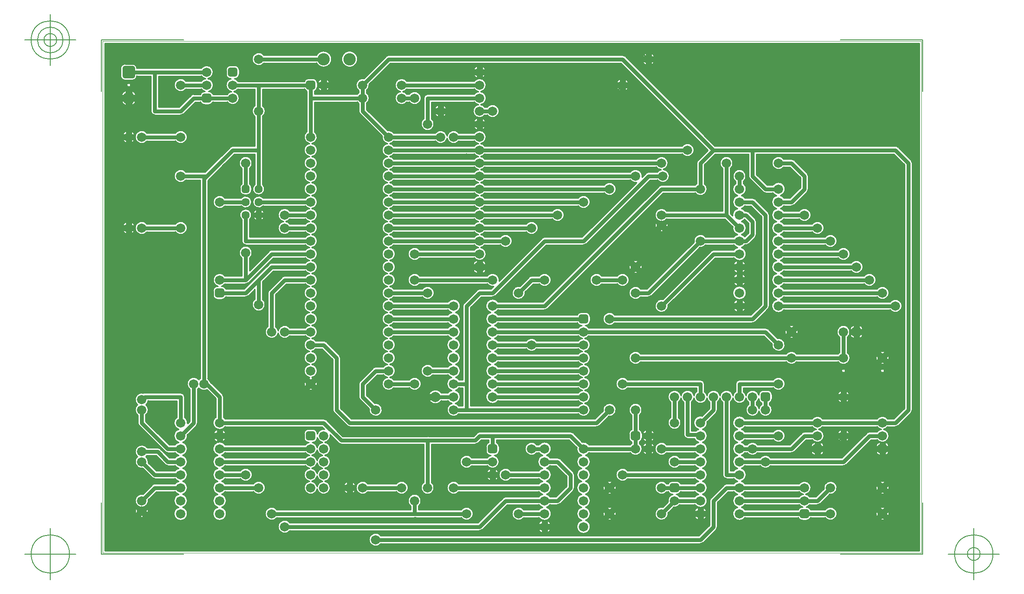
<source format=gbr>
G04 Generated by Ultiboard 14.1 *
%FSLAX25Y25*%
%MOIN*%

%ADD10C,0.00001*%
%ADD11C,0.01000*%
%ADD12C,0.03000*%
%ADD13C,0.00500*%
%ADD14C,0.00004*%
%ADD15C,0.07200*%
%ADD16R,0.03283X0.03283*%
%ADD17C,0.03917*%
%ADD18C,0.09500*%
%ADD19R,0.05583X0.05583*%
%ADD20C,0.00100*%
%ADD21C,0.06334*%
%ADD22R,0.02083X0.02083*%
%ADD23C,0.07874*%


G04 ColorRGB 0000FF for the following layer *
%LNCopper Bottom*%
%LPD*%
G54D10*
G36*
X628414Y392194D02*
X628414Y392194D01*
X628414Y1507D01*
X1507Y1507D01*
X1507Y392194D01*
X628414Y392194D01*
D02*
G37*
%LPC*%
G36*
X421809Y375231D02*
G74*
D01*
G03X424769Y378191I1809J4769*
G01*
X424769Y378191D01*
X421809Y378191D01*
X421809Y375231D01*
D02*
G37*
G36*
X418191Y375231D02*
X418191Y375231D01*
X418191Y378191D01*
X415231Y378191D01*
G74*
D01*
G03X418191Y375231I4769J1809*
G01*
D02*
G37*
G36*
X220003Y383015D02*
G75*
D01*
G03X217868Y382132I-3J-3015*
G01*
X217868Y382132D01*
X200777Y365040D01*
G75*
D01*
G03X196985Y355886I-777J-5040*
G01*
X196985Y355886D01*
X196985Y354114D01*
G74*
D01*
G03X195886Y353015I3015J4114*
G01*
X195886Y353015D01*
X163015Y353015D01*
X163015Y355166D01*
G75*
D01*
G03X165117Y358359I-1373J3193*
G01*
X165117Y358359D01*
X165117Y361642D01*
G74*
D01*
G03X161642Y365117I3475J0*
G01*
X161642Y365117D01*
X158359Y365117D01*
G75*
D01*
G03X155161Y363004I0J-3475*
G01*
X155161Y363004D01*
X104114Y363004D01*
G74*
D01*
G03X101471Y364872I4114J3015*
G01*
X101471Y364872D01*
X101642Y364872D01*
G75*
D01*
G03X105117Y368348I0J3476*
G01*
X105117Y368348D01*
X105117Y371631D01*
G74*
D01*
G03X101642Y375106I3475J0*
G01*
X101642Y375106D01*
X98359Y375106D01*
G75*
D01*
G03X94883Y371631I0J-3475*
G01*
X94883Y371631D01*
X94883Y368348D01*
G75*
D01*
G03X98359Y364872I3476J0*
G01*
X98359Y364872D01*
X98529Y364872D01*
G75*
D01*
G03X98995Y354989I1471J-4883*
G01*
G74*
D01*
G03X95886Y353004I1005J5000*
G01*
X95886Y353004D01*
X84839Y353004D01*
G74*
D01*
G03X81642Y355117I3197J1362*
G01*
X81642Y355117D01*
X81471Y355117D01*
G75*
D01*
G03X81005Y365000I-1471J4883*
G01*
G75*
D01*
G03X75886Y373015I-1005J5000*
G01*
X75886Y373015D01*
X26260Y373015D01*
G74*
D01*
G03X22792Y376267I3468J223*
G01*
X22792Y376267D01*
X17209Y376267D01*
G75*
D01*
G03X13733Y372792I0J-3475*
G01*
X13733Y372792D01*
X13733Y367209D01*
G75*
D01*
G03X17209Y363733I3476J0*
G01*
X17209Y363733D01*
X22792Y363733D01*
G74*
D01*
G03X26260Y366985I0J3476*
G01*
X26260Y366985D01*
X36985Y366985D01*
X36985Y340000D01*
G75*
D01*
G03X40000Y336985I3015J0*
G01*
X40000Y336985D01*
X59999Y336985D01*
G75*
D01*
G03X60038Y336986I1J3015*
G01*
G74*
D01*
G03X62134Y337871I38J3014*
G01*
X62134Y337871D01*
X71238Y346974D01*
X75171Y346974D01*
G75*
D01*
G03X78359Y344883I3188J1385*
G01*
X78359Y344883D01*
X81642Y344883D01*
G74*
D01*
G03X84829Y346974I0J3476*
G01*
X84829Y346974D01*
X95886Y346974D01*
G75*
D01*
G03X101005Y354989I4114J3015*
G01*
G74*
D01*
G03X104114Y356974I1005J5000*
G01*
X104114Y356974D01*
X116985Y356974D01*
X116985Y344114D01*
G75*
D01*
G03X116985Y335886I3015J-4114*
G01*
X116985Y335886D01*
X116985Y313015D01*
X100002Y313015D01*
G75*
D01*
G03X97868Y312132I-2J-3015*
G01*
X97868Y312132D01*
X92981Y307244D01*
X92981Y307244D01*
X78751Y293015D01*
X64114Y293015D01*
G75*
D01*
G03X64114Y286985I-4114J-3015*
G01*
X64114Y286985D01*
X74819Y286985D01*
X74819Y134114D01*
G74*
D01*
G03X73917Y133266I3014J4114*
G01*
G75*
D01*
G03X66985Y125886I-3917J-3266*
G01*
X66985Y125886D01*
X66985Y101249D01*
X65259Y99523D01*
G75*
D01*
G03X63015Y104336I-5259J477*
G01*
X63015Y104336D01*
X63015Y120000D01*
G74*
D01*
G03X60000Y123015I3015J0*
G01*
X60000Y123015D01*
X32167Y123015D01*
G75*
D01*
G03X31090Y122816I0J-3015*
G01*
G75*
D01*
G03X26734Y113917I-1090J-4983*
G01*
G75*
D01*
G03X26985Y105886I3266J-3917*
G01*
X26985Y105886D01*
X26985Y100006D01*
G75*
D01*
G03X27868Y97868I3015J-6*
G01*
X27868Y97868D01*
X47868Y77868D01*
G74*
D01*
G03X49294Y77069I2132J2132*
G01*
G75*
D01*
G03X50000Y76985I706J2931*
G01*
X50000Y76985D01*
X55664Y76985D01*
G74*
D01*
G03X58300Y75000I4336J3015*
G01*
G74*
D01*
G03X55664Y73015I1700J5000*
G01*
X55664Y73015D01*
X51249Y73015D01*
X44302Y79961D01*
G74*
D01*
G03X42167Y80848I2135J2128*
G01*
X42167Y80848D01*
X34114Y80848D01*
G75*
D01*
G03X26734Y73917I-4114J-3015*
G01*
G75*
D01*
G03X30777Y64960I3266J-3917*
G01*
X30777Y64960D01*
X37868Y57868D01*
G75*
D01*
G03X40002Y56985I2132J2132*
G01*
X40002Y56985D01*
X55664Y56985D01*
G74*
D01*
G03X58300Y55000I4336J3015*
G01*
G74*
D01*
G03X55664Y53015I1700J5000*
G01*
X55664Y53015D01*
X40000Y53015D01*
G75*
D01*
G03X38731Y52734I0J-3015*
G01*
G74*
D01*
G03X37868Y52132I1269J2734*
G01*
X37868Y52132D01*
X30777Y45040D01*
G75*
D01*
G03X29821Y34903I-777J-5040*
G01*
X29821Y34903D01*
X30000Y34724D01*
X30179Y34903D01*
G75*
D01*
G03X35040Y40777I-179J5097*
G01*
X35040Y40777D01*
X41249Y46985D01*
X55664Y46985D01*
G74*
D01*
G03X58300Y45000I4336J3015*
G01*
G75*
D01*
G03X58300Y35000I1700J-5000*
G01*
G75*
D01*
G03X61700Y35000I1700J-5000*
G01*
G75*
D01*
G03X61700Y45000I-1700J5000*
G01*
G75*
D01*
G03X61700Y55000I-1700J5000*
G01*
G75*
D01*
G03X61700Y65000I-1700J5000*
G01*
G75*
D01*
G03X61700Y75000I-1700J5000*
G01*
G75*
D01*
G03X61700Y85000I-1700J5000*
G01*
G75*
D01*
G03X65198Y90935I-1700J5000*
G01*
X65198Y90935D01*
X67244Y92981D01*
X72129Y97866D01*
G75*
D01*
G03X73015Y100000I-2129J2134*
G01*
X73015Y100000D01*
X73015Y125886D01*
G74*
D01*
G03X73917Y126734I3015J4114*
G01*
G75*
D01*
G03X80236Y125501I3916J3266*
G01*
X80236Y125501D01*
X86985Y118751D01*
X86985Y104336D01*
G75*
D01*
G03X94336Y96985I3015J-4336*
G01*
X94336Y96985D01*
X168751Y96985D01*
X170683Y95054D01*
G75*
D01*
G03X165117Y91471I-683J-5054*
G01*
X165117Y91471D01*
X165117Y91642D01*
G74*
D01*
G03X161642Y95117I3475J0*
G01*
X161642Y95117D01*
X158359Y95117D01*
G75*
D01*
G03X154883Y91642I0J-3475*
G01*
X154883Y91642D01*
X154883Y88359D01*
G75*
D01*
G03X158359Y84883I3476J0*
G01*
X158359Y84883D01*
X158529Y84883D01*
G74*
D01*
G03X155886Y83015I1471J4883*
G01*
X155886Y83015D01*
X94336Y83015D01*
G75*
D01*
G03X88300Y75000I-4336J-3015*
G01*
G75*
D01*
G03X88300Y65000I1700J-5000*
G01*
G75*
D01*
G03X88300Y55000I1700J-5000*
G01*
G75*
D01*
G03X88300Y45000I1700J-5000*
G01*
G75*
D01*
G03X88300Y35000I1700J-5000*
G01*
G75*
D01*
G03X91700Y35000I1700J-5000*
G01*
G75*
D01*
G03X91700Y45000I-1700J5000*
G01*
G74*
D01*
G03X94336Y46985I1700J5000*
G01*
X94336Y46985D01*
X115886Y46985D01*
G75*
D01*
G03X115886Y53015I4114J3015*
G01*
X115886Y53015D01*
X94336Y53015D01*
G74*
D01*
G03X91700Y55000I4336J3015*
G01*
G74*
D01*
G03X94336Y56985I1700J5000*
G01*
X94336Y56985D01*
X105886Y56985D01*
G75*
D01*
G03X105886Y63015I4114J3015*
G01*
X105886Y63015D01*
X94336Y63015D01*
G74*
D01*
G03X91700Y65000I4336J3015*
G01*
G74*
D01*
G03X94336Y66985I1700J5000*
G01*
X94336Y66985D01*
X155886Y66985D01*
G74*
D01*
G03X158995Y65000I4114J3015*
G01*
G75*
D01*
G03X158995Y55000I1005J-5000*
G01*
G75*
D01*
G03X165000Y48995I1005J-5000*
G01*
G75*
D01*
G03X171005Y55000I5000J1005*
G01*
G75*
D01*
G03X171005Y65000I-1005J5000*
G01*
G75*
D01*
G03X171005Y75000I-1005J5000*
G01*
G75*
D01*
G03X171005Y85000I-1005J5000*
G01*
G75*
D01*
G03X175054Y90683I-1005J5000*
G01*
X175054Y90683D01*
X181368Y84368D01*
G75*
D01*
G03X183504Y83485I2132J2132*
G01*
X183504Y83485D01*
X246985Y83485D01*
X246985Y54114D01*
G75*
D01*
G03X253015Y54114I3015J-4114*
G01*
X253015Y54114D01*
X253015Y83485D01*
X286500Y83485D01*
G74*
D01*
G03X288634Y84371I0J3015*
G01*
X288634Y84371D01*
X291249Y86985D01*
X296985Y86985D01*
X296985Y84834D01*
G74*
D01*
G03X294883Y81642I1374J3192*
G01*
X294883Y81642D01*
X294883Y78359D01*
G75*
D01*
G03X298359Y74883I3476J0*
G01*
X298359Y74883D01*
X298529Y74883D01*
G74*
D01*
G03X295886Y73015I1471J4883*
G01*
X295886Y73015D01*
X284114Y73015D01*
G75*
D01*
G03X284114Y66985I-4114J-3015*
G01*
X284114Y66985D01*
X295886Y66985D01*
G75*
D01*
G03X301471Y74883I4114J3015*
G01*
X301471Y74883D01*
X301642Y74883D01*
G75*
D01*
G03X305117Y78359I0J3476*
G01*
X305117Y78359D01*
X305117Y81642D01*
G74*
D01*
G03X303015Y84834I3475J0*
G01*
X303015Y84834D01*
X303015Y86985D01*
X358751Y86985D01*
X364802Y80935D01*
G75*
D01*
G03X368300Y75000I5198J-935*
G01*
G75*
D01*
G03X368300Y65000I1700J-5000*
G01*
G75*
D01*
G03X368300Y55000I1700J-5000*
G01*
G75*
D01*
G03X368300Y45000I1700J-5000*
G01*
G75*
D01*
G03X368300Y35000I1700J-5000*
G01*
G75*
D01*
G03X368300Y25000I1700J-5000*
G01*
G75*
D01*
G03X371700Y25000I1700J-5000*
G01*
G75*
D01*
G03X371700Y35000I-1700J5000*
G01*
G75*
D01*
G03X371700Y45000I-1700J5000*
G01*
G75*
D01*
G03X371700Y55000I-1700J5000*
G01*
G75*
D01*
G03X371700Y65000I-1700J5000*
G01*
G75*
D01*
G03X371700Y75000I-1700J5000*
G01*
G74*
D01*
G03X374336Y76985I1700J5000*
G01*
X374336Y76985D01*
X405886Y76985D01*
G75*
D01*
G03X413015Y84114I4114J3015*
G01*
X413015Y84114D01*
X413015Y85166D01*
G75*
D01*
G03X415117Y88359I-1373J3193*
G01*
X415117Y88359D01*
X415117Y91642D01*
G74*
D01*
G03X413015Y94834I3475J0*
G01*
X413015Y94834D01*
X413015Y105886D01*
G75*
D01*
G03X406985Y105886I-3015J4114*
G01*
X406985Y105886D01*
X406985Y94834D01*
G74*
D01*
G03X404883Y91642I1374J3192*
G01*
X404883Y91642D01*
X404883Y88359D01*
G75*
D01*
G03X406985Y85166I3476J0*
G01*
X406985Y85166D01*
X406985Y84114D01*
G74*
D01*
G03X405886Y83015I3015J4114*
G01*
X405886Y83015D01*
X374336Y83015D01*
G75*
D01*
G03X369065Y85198I-4336J-3015*
G01*
X369065Y85198D01*
X362134Y92129D01*
G74*
D01*
G03X360000Y93015I2134J2129*
G01*
X360000Y93015D01*
X290001Y93015D01*
G75*
D01*
G03X287868Y92132I-1J-3015*
G01*
X287868Y92132D01*
X285251Y89515D01*
X250879Y89515D01*
G75*
D01*
G03X250439Y89482I0J-3015*
G01*
G74*
D01*
G03X250000Y89515I439J2982*
G01*
X250000Y89515D01*
X184749Y89515D01*
X181282Y92981D01*
X181282Y92981D01*
X172134Y102129D01*
G74*
D01*
G03X170000Y103015I2134J2129*
G01*
X170000Y103015D01*
X94336Y103015D01*
G74*
D01*
G03X93015Y104336I4336J3015*
G01*
X93015Y104336D01*
X93015Y120000D01*
G74*
D01*
G03X92129Y122134I3015J0*
G01*
X92129Y122134D01*
X82682Y131581D01*
G74*
D01*
G03X80848Y134114I4849J1581*
G01*
X80848Y134114D01*
X80848Y286585D01*
X82129Y287866D01*
G74*
D01*
G03X82134Y287871I2129J2134*
G01*
X82134Y287871D01*
X92981Y298718D01*
X92981Y298718D01*
X101249Y306985D01*
X116985Y306985D01*
X116985Y283563D01*
G75*
D01*
G03X123015Y283563I3015J-3563*
G01*
X123015Y283563D01*
X123015Y335886D01*
G75*
D01*
G03X123015Y344114I-3015J4114*
G01*
X123015Y344114D01*
X123015Y356974D01*
X155171Y356974D01*
G74*
D01*
G03X156985Y355166I3188J1385*
G01*
X156985Y355166D01*
X156985Y324114D01*
G75*
D01*
G03X158995Y315000I3015J-4114*
G01*
G75*
D01*
G03X158995Y305000I1005J-5000*
G01*
G75*
D01*
G03X158995Y295000I1005J-5000*
G01*
G75*
D01*
G03X158995Y285000I1005J-5000*
G01*
G75*
D01*
G03X158995Y275000I1005J-5000*
G01*
G74*
D01*
G03X155886Y273015I1005J5000*
G01*
X155886Y273015D01*
X123563Y273015D01*
G75*
D01*
G03X123563Y266985I-3563J-3015*
G01*
X123563Y266985D01*
X155886Y266985D01*
G74*
D01*
G03X158995Y265000I4114J3015*
G01*
G74*
D01*
G03X155886Y263015I1005J5000*
G01*
X155886Y263015D01*
X144114Y263015D01*
G75*
D01*
G03X138995Y255000I-4114J-3015*
G01*
G75*
D01*
G03X144114Y246985I1005J-5000*
G01*
X144114Y246985D01*
X155886Y246985D01*
G74*
D01*
G03X158995Y245000I4114J3015*
G01*
G74*
D01*
G03X155886Y243015I1005J5000*
G01*
X155886Y243015D01*
X113015Y243015D01*
X113015Y256437D01*
G75*
D01*
G03X106985Y256437I-3015J3563*
G01*
X106985Y256437D01*
X106985Y240000D01*
G75*
D01*
G03X110000Y236985I3015J0*
G01*
X110000Y236985D01*
X155886Y236985D01*
G74*
D01*
G03X158995Y235000I4114J3015*
G01*
G74*
D01*
G03X155886Y233015I1005J5000*
G01*
X155886Y233015D01*
X130000Y233015D01*
G75*
D01*
G03X128932Y232819I0J-3015*
G01*
G74*
D01*
G03X127868Y232132I1068J2819*
G01*
X127868Y232132D01*
X113015Y217278D01*
X113015Y226886D01*
G75*
D01*
G03X106985Y226886I-3015J4114*
G01*
X106985Y226886D01*
X106985Y213015D01*
X94114Y213015D01*
G75*
D01*
G03X88529Y205117I-4114J-3015*
G01*
X88529Y205117D01*
X88359Y205117D01*
G75*
D01*
G03X84883Y201642I0J-3475*
G01*
X84883Y201642D01*
X84883Y198359D01*
G75*
D01*
G03X88359Y194883I3476J0*
G01*
X88359Y194883D01*
X91642Y194883D01*
G74*
D01*
G03X94834Y196985I0J3476*
G01*
X94834Y196985D01*
X109998Y196985D01*
G75*
D01*
G03X110266Y196997I2J3015*
G01*
G74*
D01*
G03X112134Y197871I266J3003*
G01*
X112134Y197871D01*
X116985Y202722D01*
X116985Y195114D01*
G75*
D01*
G03X123015Y195114I3015J-4114*
G01*
X123015Y195114D01*
X123015Y208751D01*
X131249Y216985D01*
X155886Y216985D01*
G74*
D01*
G03X158995Y215000I4114J3015*
G01*
G74*
D01*
G03X155886Y213015I1005J5000*
G01*
X155886Y213015D01*
X140000Y213015D01*
G75*
D01*
G03X139105Y212879I0J-3015*
G01*
G74*
D01*
G03X137868Y212132I895J2879*
G01*
X137868Y212132D01*
X127868Y202132D01*
G75*
D01*
G03X126985Y199995I2132J-2132*
G01*
X126985Y199995D01*
X126985Y174114D01*
G75*
D01*
G03X135000Y168995I3015J-4114*
G01*
G75*
D01*
G03X144114Y166985I5000J1005*
G01*
X144114Y166985D01*
X155886Y166985D01*
G74*
D01*
G03X158995Y165000I4114J3015*
G01*
G75*
D01*
G03X158995Y155000I1005J-5000*
G01*
G75*
D01*
G03X158995Y145000I1005J-5000*
G01*
G75*
D01*
G03X158995Y135000I1005J-5000*
G01*
G74*
D01*
G03X157907Y134651I1005J5000*
G01*
X157907Y134651D01*
X160000Y132558D01*
X162093Y134651D01*
G74*
D01*
G03X161005Y135000I2093J4651*
G01*
G75*
D01*
G03X161005Y145000I-1005J5000*
G01*
G75*
D01*
G03X161005Y155000I-1005J5000*
G01*
G74*
D01*
G03X164114Y156985I1005J5000*
G01*
X164114Y156985D01*
X168751Y156985D01*
X176985Y148751D01*
X176985Y110006D01*
G75*
D01*
G03X177868Y107868I3015J-6*
G01*
X177868Y107868D01*
X187868Y97868D01*
G74*
D01*
G03X189591Y97013I2132J2132*
G01*
G75*
D01*
G03X190000Y96985I409J2987*
G01*
X190000Y96985D01*
X379996Y96985D01*
G75*
D01*
G03X381007Y97159I4J3015*
G01*
G74*
D01*
G03X382134Y97871I1007J2841*
G01*
X382134Y97871D01*
X389223Y104960D01*
G75*
D01*
G03X384960Y109223I777J5040*
G01*
X384960Y109223D01*
X378751Y103015D01*
X191249Y103015D01*
X183015Y111249D01*
X183015Y150000D01*
G74*
D01*
G03X182129Y152134I3015J0*
G01*
X182129Y152134D01*
X172134Y162129D01*
G74*
D01*
G03X171007Y162841I2134J2129*
G01*
G75*
D01*
G03X169996Y163015I-1007J-2841*
G01*
X169996Y163015D01*
X164114Y163015D01*
G74*
D01*
G03X161005Y165000I4114J3015*
G01*
G75*
D01*
G03X161005Y175000I-1005J5000*
G01*
G75*
D01*
G03X161005Y185000I-1005J5000*
G01*
G75*
D01*
G03X161005Y195000I-1005J5000*
G01*
G75*
D01*
G03X161005Y205000I-1005J5000*
G01*
G75*
D01*
G03X161005Y215000I-1005J5000*
G01*
G75*
D01*
G03X161005Y225000I-1005J5000*
G01*
G75*
D01*
G03X161005Y235000I-1005J5000*
G01*
G75*
D01*
G03X161005Y245000I-1005J5000*
G01*
G75*
D01*
G03X161005Y255000I-1005J5000*
G01*
G75*
D01*
G03X161005Y265000I-1005J5000*
G01*
G75*
D01*
G03X161005Y275000I-1005J5000*
G01*
G75*
D01*
G03X161005Y285000I-1005J5000*
G01*
G75*
D01*
G03X161005Y295000I-1005J5000*
G01*
G75*
D01*
G03X161005Y305000I-1005J5000*
G01*
G75*
D01*
G03X161005Y315000I-1005J5000*
G01*
G75*
D01*
G03X163015Y324114I-1005J5000*
G01*
X163015Y324114D01*
X163015Y346985D01*
X195886Y346985D01*
G74*
D01*
G03X196985Y345886I4114J3015*
G01*
X196985Y345886D01*
X196985Y340004D01*
G75*
D01*
G03X197868Y337868I3015J-4*
G01*
X197868Y337868D01*
X214960Y320777D01*
G75*
D01*
G03X218995Y315000I5040J-777*
G01*
G75*
D01*
G03X218995Y305000I1005J-5000*
G01*
G75*
D01*
G03X218995Y295000I1005J-5000*
G01*
G75*
D01*
G03X218995Y285000I1005J-5000*
G01*
G75*
D01*
G03X218995Y275000I1005J-5000*
G01*
G75*
D01*
G03X218995Y265000I1005J-5000*
G01*
G75*
D01*
G03X218995Y255000I1005J-5000*
G01*
G75*
D01*
G03X218995Y245000I1005J-5000*
G01*
G75*
D01*
G03X218995Y235000I1005J-5000*
G01*
G75*
D01*
G03X218995Y225000I1005J-5000*
G01*
G75*
D01*
G03X218995Y215000I1005J-5000*
G01*
G75*
D01*
G03X218995Y205000I1005J-5000*
G01*
G75*
D01*
G03X218995Y195000I1005J-5000*
G01*
G75*
D01*
G03X218995Y185000I1005J-5000*
G01*
G75*
D01*
G03X218995Y175000I1005J-5000*
G01*
G75*
D01*
G03X218995Y165000I1005J-5000*
G01*
G75*
D01*
G03X218995Y155000I1005J-5000*
G01*
G75*
D01*
G03X218995Y145000I1005J-5000*
G01*
G74*
D01*
G03X215886Y143015I1005J5000*
G01*
X215886Y143015D01*
X210000Y143015D01*
G75*
D01*
G03X209105Y142879I0J-3015*
G01*
G74*
D01*
G03X207868Y142132I895J2879*
G01*
X207868Y142132D01*
X197868Y132132D01*
G75*
D01*
G03X196985Y129995I2132J-2132*
G01*
X196985Y129995D01*
X196985Y120004D01*
G75*
D01*
G03X197868Y117868I3015J-4*
G01*
X197868Y117868D01*
X204960Y110777D01*
G75*
D01*
G03X209223Y115040I5040J-777*
G01*
X209223Y115040D01*
X203015Y121249D01*
X203015Y128751D01*
X211249Y136985D01*
X215886Y136985D01*
G74*
D01*
G03X218995Y135000I4114J3015*
G01*
G75*
D01*
G03X224114Y126985I1005J-5000*
G01*
X224114Y126985D01*
X235886Y126985D01*
G75*
D01*
G03X235886Y133015I4114J3015*
G01*
X235886Y133015D01*
X224114Y133015D01*
G74*
D01*
G03X221005Y135000I4114J3015*
G01*
G75*
D01*
G03X221005Y145000I-1005J5000*
G01*
G75*
D01*
G03X221005Y155000I-1005J5000*
G01*
G75*
D01*
G03X221005Y165000I-1005J5000*
G01*
G74*
D01*
G03X224114Y166985I1005J5000*
G01*
X224114Y166985D01*
X265664Y166985D01*
G74*
D01*
G03X268300Y165000I4336J3015*
G01*
G75*
D01*
G03X268300Y155000I1700J-5000*
G01*
G75*
D01*
G03X268300Y145000I1700J-5000*
G01*
G74*
D01*
G03X265664Y143015I1700J5000*
G01*
X265664Y143015D01*
X254114Y143015D01*
G75*
D01*
G03X254114Y136985I-4114J-3015*
G01*
X254114Y136985D01*
X265664Y136985D01*
G74*
D01*
G03X268300Y135000I4336J3015*
G01*
G75*
D01*
G03X268300Y125000I1700J-5000*
G01*
G74*
D01*
G03X265664Y123015I1700J5000*
G01*
X265664Y123015D01*
X260525Y123015D01*
G75*
D01*
G03X260525Y116985I-4525J-3015*
G01*
X260525Y116985D01*
X265664Y116985D01*
G74*
D01*
G03X268607Y114906I4336J3015*
G01*
G75*
D01*
G03X274114Y106985I1393J-4906*
G01*
X274114Y106985D01*
X365886Y106985D01*
G75*
D01*
G03X371005Y115000I4114J3015*
G01*
G75*
D01*
G03X371005Y125000I-1005J5000*
G01*
G75*
D01*
G03X371005Y135000I-1005J5000*
G01*
G75*
D01*
G03X371005Y145000I-1005J5000*
G01*
G75*
D01*
G03X371005Y155000I-1005J5000*
G01*
G75*
D01*
G03X371005Y165000I-1005J5000*
G01*
G74*
D01*
G03X374114Y166985I1005J5000*
G01*
X374114Y166985D01*
X508751Y166985D01*
X514960Y160777D01*
G75*
D01*
G03X519223Y165040I5040J-777*
G01*
X519223Y165040D01*
X512134Y172129D01*
G74*
D01*
G03X510000Y173015I2134J2129*
G01*
X510000Y173015D01*
X374114Y173015D01*
G74*
D01*
G03X371471Y174883I4114J3015*
G01*
X371471Y174883D01*
X371642Y174883D01*
G75*
D01*
G03X375117Y178359I0J3476*
G01*
X375117Y178359D01*
X375117Y181642D01*
G74*
D01*
G03X371642Y185117I3475J0*
G01*
X371642Y185117D01*
X368359Y185117D01*
G75*
D01*
G03X365166Y183015I0J-3475*
G01*
X365166Y183015D01*
X304336Y183015D01*
G74*
D01*
G03X301700Y185000I4336J3015*
G01*
G74*
D01*
G03X304336Y186985I1700J5000*
G01*
X304336Y186985D01*
X339996Y186985D01*
G75*
D01*
G03X341143Y187211I4J3015*
G01*
G74*
D01*
G03X342134Y187871I1143J2789*
G01*
X342134Y187871D01*
X376445Y222182D01*
X376446Y222182D01*
X431249Y276985D01*
X455886Y276985D01*
G75*
D01*
G03X463015Y284114I4114J3015*
G01*
X463015Y284114D01*
X463015Y298751D01*
X470934Y306671D01*
X471249Y306985D01*
X496985Y306985D01*
X496985Y290006D01*
G75*
D01*
G03X497868Y287868I3015J-6*
G01*
X497868Y287868D01*
X503780Y281957D01*
X507868Y277868D01*
G74*
D01*
G03X509591Y277013I2132J2132*
G01*
G75*
D01*
G03X510000Y276985I409J2987*
G01*
X510000Y276985D01*
X515664Y276985D01*
G74*
D01*
G03X518300Y275000I4336J3015*
G01*
G75*
D01*
G03X518300Y265000I1700J-5000*
G01*
G75*
D01*
G03X518300Y255000I1700J-5000*
G01*
G75*
D01*
G03X518300Y245000I1700J-5000*
G01*
G75*
D01*
G03X518300Y235000I1700J-5000*
G01*
G75*
D01*
G03X518300Y225000I1700J-5000*
G01*
G75*
D01*
G03X518300Y215000I1700J-5000*
G01*
G75*
D01*
G03X518300Y205000I1700J-5000*
G01*
G75*
D01*
G03X518300Y195000I1700J-5000*
G01*
G75*
D01*
G03X524336Y186985I1700J-5000*
G01*
X524336Y186985D01*
X605886Y186985D01*
G75*
D01*
G03X605886Y193015I4114J3015*
G01*
X605886Y193015D01*
X524336Y193015D01*
G74*
D01*
G03X521700Y195000I4336J3015*
G01*
G74*
D01*
G03X524336Y196985I1700J5000*
G01*
X524336Y196985D01*
X595886Y196985D01*
G75*
D01*
G03X595886Y203015I4114J3015*
G01*
X595886Y203015D01*
X524336Y203015D01*
G74*
D01*
G03X521700Y205000I4336J3015*
G01*
G74*
D01*
G03X524336Y206985I1700J5000*
G01*
X524336Y206985D01*
X585886Y206985D01*
G75*
D01*
G03X585886Y213015I4114J3015*
G01*
X585886Y213015D01*
X524336Y213015D01*
G74*
D01*
G03X521700Y215000I4336J3015*
G01*
G74*
D01*
G03X524336Y216985I1700J5000*
G01*
X524336Y216985D01*
X575886Y216985D01*
G75*
D01*
G03X575886Y223015I4114J3015*
G01*
X575886Y223015D01*
X524336Y223015D01*
G74*
D01*
G03X521700Y225000I4336J3015*
G01*
G74*
D01*
G03X524336Y226985I1700J5000*
G01*
X524336Y226985D01*
X565886Y226985D01*
G75*
D01*
G03X565886Y233015I4114J3015*
G01*
X565886Y233015D01*
X524336Y233015D01*
G74*
D01*
G03X521700Y235000I4336J3015*
G01*
G74*
D01*
G03X524336Y236985I1700J5000*
G01*
X524336Y236985D01*
X555886Y236985D01*
G75*
D01*
G03X555886Y243015I4114J3015*
G01*
X555886Y243015D01*
X524336Y243015D01*
G74*
D01*
G03X521700Y245000I4336J3015*
G01*
G74*
D01*
G03X524336Y246985I1700J5000*
G01*
X524336Y246985D01*
X545886Y246985D01*
G75*
D01*
G03X545886Y253015I4114J3015*
G01*
X545886Y253015D01*
X524336Y253015D01*
G74*
D01*
G03X521700Y255000I4336J3015*
G01*
G74*
D01*
G03X524336Y256985I1700J5000*
G01*
X524336Y256985D01*
X535886Y256985D01*
G75*
D01*
G03X535886Y263015I4114J3015*
G01*
X535886Y263015D01*
X524336Y263015D01*
G74*
D01*
G03X521700Y265000I4336J3015*
G01*
G74*
D01*
G03X524336Y266985I1700J5000*
G01*
X524336Y266985D01*
X530000Y266985D01*
G74*
D01*
G03X532134Y267871I0J3015*
G01*
X532134Y267871D01*
X542129Y277866D01*
G75*
D01*
G03X543015Y280000I-2129J2134*
G01*
X543015Y280000D01*
X543015Y290000D01*
G74*
D01*
G03X542129Y292134I3015J0*
G01*
X542129Y292134D01*
X532134Y302129D01*
G74*
D01*
G03X530000Y303015I2134J2129*
G01*
X530000Y303015D01*
X524114Y303015D01*
G75*
D01*
G03X524114Y296985I-4114J-3015*
G01*
X524114Y296985D01*
X528751Y296985D01*
X536985Y288751D01*
X536985Y281249D01*
X528751Y273015D01*
X524336Y273015D01*
G74*
D01*
G03X521700Y275000I4336J3015*
G01*
G75*
D01*
G03X515664Y283015I-1700J5000*
G01*
X515664Y283015D01*
X511249Y283015D01*
X503015Y291249D01*
X503015Y306985D01*
X608751Y306985D01*
X616985Y298751D01*
X616985Y111249D01*
X608751Y103015D01*
X604114Y103015D01*
G75*
D01*
G03X595886Y103015I-4114J-3015*
G01*
X595886Y103015D01*
X554114Y103015D01*
G75*
D01*
G03X545886Y103015I-4114J-3015*
G01*
X545886Y103015D01*
X494336Y103015D01*
G75*
D01*
G03X488300Y95000I-4336J-3015*
G01*
G75*
D01*
G03X488300Y85000I1700J-5000*
G01*
G75*
D01*
G03X488300Y75000I1700J-5000*
G01*
G75*
D01*
G03X488300Y65000I1700J-5000*
G01*
G74*
D01*
G03X485664Y63015I1700J5000*
G01*
X485664Y63015D01*
X483015Y63015D01*
X483015Y115886D01*
G74*
D01*
G03X485000Y118995I3015J4114*
G01*
G75*
D01*
G03X495000Y118995I5000J1005*
G01*
G74*
D01*
G03X496985Y115886I5000J1005*
G01*
X496985Y115886D01*
X496985Y114114D01*
G75*
D01*
G03X505000Y108995I3015J-4114*
G01*
G75*
D01*
G03X513015Y114114I5000J1005*
G01*
X513015Y114114D01*
X513015Y115166D01*
G75*
D01*
G03X515117Y118359I-1374J3193*
G01*
X515117Y118359D01*
X515117Y121642D01*
G74*
D01*
G03X511641Y125117I3476J0*
G01*
X511641Y125117D01*
X508359Y125117D01*
G75*
D01*
G03X504883Y121642I0J-3475*
G01*
X504883Y121642D01*
X504883Y121471D01*
G75*
D01*
G03X495000Y121005I-4883J-1471*
G01*
G74*
D01*
G03X493015Y124114I5000J1005*
G01*
X493015Y124114D01*
X493015Y126985D01*
X515886Y126985D01*
G75*
D01*
G03X515886Y133015I4114J3015*
G01*
X515886Y133015D01*
X490000Y133015D01*
G75*
D01*
G03X486985Y130000I0J-3015*
G01*
X486985Y130000D01*
X486985Y124114D01*
G74*
D01*
G03X485000Y121005I3015J4114*
G01*
G75*
D01*
G03X475000Y121005I-5000J-1005*
G01*
G75*
D01*
G03X465000Y121005I-5000J-1005*
G01*
G74*
D01*
G03X463015Y124114I5000J1005*
G01*
X463015Y124114D01*
X463015Y130000D01*
G74*
D01*
G03X460000Y133015I3015J0*
G01*
X460000Y133015D01*
X404114Y133015D01*
G75*
D01*
G03X404114Y126985I-4114J-3015*
G01*
X404114Y126985D01*
X456985Y126985D01*
X456985Y124114D01*
G74*
D01*
G03X455000Y121005I3015J4114*
G01*
G75*
D01*
G03X445000Y121005I-5000J-1005*
G01*
G75*
D01*
G03X436985Y115886I-5000J-1005*
G01*
X436985Y115886D01*
X436985Y104114D01*
G75*
D01*
G03X443015Y104114I3015J-4114*
G01*
X443015Y104114D01*
X443015Y115886D01*
G74*
D01*
G03X445000Y118995I3015J4114*
G01*
G74*
D01*
G03X446985Y115886I5000J1005*
G01*
X446985Y115886D01*
X446985Y90879D01*
G75*
D01*
G03X450000Y87864I3015J0*
G01*
X450000Y87864D01*
X455170Y87864D01*
G74*
D01*
G03X458300Y85000I4830J2136*
G01*
G74*
D01*
G03X455664Y83015I1700J5000*
G01*
X455664Y83015D01*
X434114Y83015D01*
G75*
D01*
G03X434114Y76985I-4114J-3015*
G01*
X434114Y76985D01*
X455664Y76985D01*
G74*
D01*
G03X458300Y75000I4336J3015*
G01*
G74*
D01*
G03X455664Y73015I1700J5000*
G01*
X455664Y73015D01*
X444114Y73015D01*
G75*
D01*
G03X444114Y66985I-4114J-3015*
G01*
X444114Y66985D01*
X455664Y66985D01*
G74*
D01*
G03X458300Y65000I4336J3015*
G01*
G74*
D01*
G03X455664Y63015I1700J5000*
G01*
X455664Y63015D01*
X404114Y63015D01*
G75*
D01*
G03X404114Y56985I-4114J-3015*
G01*
X404114Y56985D01*
X455664Y56985D01*
G74*
D01*
G03X458300Y55000I4336J3015*
G01*
G74*
D01*
G03X455664Y53015I1700J5000*
G01*
X455664Y53015D01*
X444834Y53015D01*
G74*
D01*
G03X441641Y55117I3193J1373*
G01*
X441641Y55117D01*
X438359Y55117D01*
G75*
D01*
G03X435166Y53015I0J-3475*
G01*
X435166Y53015D01*
X434114Y53015D01*
G75*
D01*
G03X434114Y46985I-4114J-3015*
G01*
X434114Y46985D01*
X435166Y46985D01*
G75*
D01*
G03X438359Y44883I3193J1374*
G01*
X438359Y44883D01*
X438529Y44883D01*
G75*
D01*
G03X434960Y39223I1471J-4883*
G01*
X434960Y39223D01*
X430777Y35040D01*
G75*
D01*
G03X435040Y30777I-777J-5040*
G01*
X435040Y30777D01*
X439223Y34960D01*
G75*
D01*
G03X444114Y36985I777J5040*
G01*
X444114Y36985D01*
X455664Y36985D01*
G75*
D01*
G03X461700Y45000I4336J3015*
G01*
G75*
D01*
G03X461700Y55000I-1700J5000*
G01*
G75*
D01*
G03X461700Y65000I-1700J5000*
G01*
G75*
D01*
G03X461700Y75000I-1700J5000*
G01*
G75*
D01*
G03X461700Y85000I-1700J5000*
G01*
G75*
D01*
G03X461700Y95000I-1700J5000*
G01*
G75*
D01*
G03X465198Y100935I-1700J5000*
G01*
X465198Y100935D01*
X470934Y106671D01*
X470934Y106671D01*
X472129Y107866D01*
G75*
D01*
G03X473015Y110000I-2129J2134*
G01*
X473015Y110000D01*
X473015Y115886D01*
G74*
D01*
G03X475000Y118995I3015J4114*
G01*
G74*
D01*
G03X476985Y115886I5000J1005*
G01*
X476985Y115886D01*
X476985Y60000D01*
G75*
D01*
G03X480000Y56985I3015J0*
G01*
X480000Y56985D01*
X485664Y56985D01*
G74*
D01*
G03X488300Y55000I4336J3015*
G01*
G74*
D01*
G03X485664Y53015I1700J5000*
G01*
X485664Y53015D01*
X480004Y53015D01*
G75*
D01*
G03X477868Y52132I-4J-3015*
G01*
X477868Y52132D01*
X470934Y45197D01*
X470934Y45197D01*
X467868Y42132D01*
G75*
D01*
G03X466985Y39996I2132J-2132*
G01*
X466985Y39996D01*
X466985Y21249D01*
X458751Y13015D01*
X214114Y13015D01*
G75*
D01*
G03X214114Y6985I-4114J-3015*
G01*
X214114Y6985D01*
X460000Y6985D01*
G74*
D01*
G03X462134Y7871I0J3015*
G01*
X462134Y7871D01*
X470934Y16671D01*
X472129Y17866D01*
G75*
D01*
G03X473015Y20000I-2129J2134*
G01*
X473015Y20000D01*
X473015Y38751D01*
X481249Y46985D01*
X485664Y46985D01*
G74*
D01*
G03X488300Y45000I4336J3015*
G01*
G75*
D01*
G03X488300Y35000I1700J-5000*
G01*
G75*
D01*
G03X494336Y26985I1700J-5000*
G01*
X494336Y26985D01*
X535166Y26985D01*
G75*
D01*
G03X538359Y24883I3193J1374*
G01*
X538359Y24883D01*
X541642Y24883D01*
G74*
D01*
G03X544834Y26985I0J3476*
G01*
X544834Y26985D01*
X555886Y26985D01*
G75*
D01*
G03X555886Y33015I4114J3015*
G01*
X555886Y33015D01*
X544834Y33015D01*
G74*
D01*
G03X541642Y35117I3192J1373*
G01*
X541642Y35117D01*
X541471Y35117D01*
G74*
D01*
G03X544114Y36985I1471J4883*
G01*
X544114Y36985D01*
X550000Y36985D01*
G74*
D01*
G03X552134Y37871I0J3015*
G01*
X552134Y37871D01*
X559223Y44960D01*
G75*
D01*
G03X554960Y49223I777J5040*
G01*
X554960Y49223D01*
X548751Y43015D01*
X544114Y43015D01*
G74*
D01*
G03X541005Y45000I4114J3015*
G01*
G75*
D01*
G03X535886Y53015I-1005J5000*
G01*
X535886Y53015D01*
X494336Y53015D01*
G74*
D01*
G03X491700Y55000I4336J3015*
G01*
G75*
D01*
G03X491700Y65000I-1700J5000*
G01*
G74*
D01*
G03X494336Y66985I1700J5000*
G01*
X494336Y66985D01*
X505886Y66985D01*
G75*
D01*
G03X514114Y66985I4114J3015*
G01*
X514114Y66985D01*
X569997Y66985D01*
G75*
D01*
G03X570814Y67098I3J3015*
G01*
G74*
D01*
G03X572134Y67871I814J2902*
G01*
X572134Y67871D01*
X591249Y86985D01*
X595886Y86985D01*
G75*
D01*
G03X601005Y95000I4114J3015*
G01*
G74*
D01*
G03X604114Y96985I1005J5000*
G01*
X604114Y96985D01*
X610000Y96985D01*
G74*
D01*
G03X612134Y97871I0J3015*
G01*
X612134Y97871D01*
X622129Y107866D01*
G75*
D01*
G03X623015Y110000I-2129J2134*
G01*
X623015Y110000D01*
X623015Y300000D01*
G74*
D01*
G03X622129Y302134I3015J0*
G01*
X622129Y302134D01*
X612134Y312129D01*
G74*
D01*
G03X611007Y312841I2134J2129*
G01*
G75*
D01*
G03X609996Y313015I-1007J-2841*
G01*
X609996Y313015D01*
X471249Y313015D01*
X470934Y313329D01*
X407818Y376445D01*
X402134Y382129D01*
G74*
D01*
G03X400000Y383015I2134J2129*
G01*
X400000Y383015D01*
X220003Y383015D01*
D02*
G37*
G36*
X195141Y376446D02*
G75*
D01*
G03X195141Y376446I-5141J3554*
G01*
D02*
G37*
G36*
X164525Y383015D02*
X164525Y383015D01*
X124114Y383015D01*
G75*
D01*
G03X124114Y376985I-4114J-3015*
G01*
X124114Y376985D01*
X164525Y376985D01*
G75*
D01*
G03X164525Y383015I5475J3015*
G01*
D02*
G37*
G36*
X94938Y91873D02*
G74*
D01*
G03X91873Y94938I4938J1873*
G01*
X91873Y94938D01*
X91873Y91873D01*
X94938Y91873D01*
D02*
G37*
G36*
X91873Y85062D02*
G74*
D01*
G03X94938Y88127I1873J4938*
G01*
X94938Y88127D01*
X91873Y88127D01*
X91873Y85062D01*
D02*
G37*
G36*
X85062Y91873D02*
X85062Y91873D01*
X88127Y91873D01*
X88127Y94938D01*
G74*
D01*
G03X85062Y91873I1873J4938*
G01*
D02*
G37*
G36*
X384114Y213015D02*
G75*
D01*
G03X384114Y206985I-4114J-3015*
G01*
X384114Y206985D01*
X395886Y206985D01*
G75*
D01*
G03X395886Y213015I4114J3015*
G01*
X395886Y213015D01*
X384114Y213015D01*
D02*
G37*
G36*
X494938Y188127D02*
X494938Y188127D01*
X491873Y188127D01*
X491873Y185062D01*
G74*
D01*
G03X494938Y188127I1873J4938*
G01*
D02*
G37*
G36*
X485062Y188127D02*
G74*
D01*
G03X488127Y185062I4938J1873*
G01*
X488127Y185062D01*
X488127Y188127D01*
X485062Y188127D01*
D02*
G37*
G36*
X483015Y295886D02*
G75*
D01*
G03X476985Y295886I-3015J4114*
G01*
X476985Y295886D01*
X476985Y263015D01*
X434114Y263015D01*
G75*
D01*
G03X429821Y254903I-4114J-3015*
G01*
X429821Y254903D01*
X430000Y254724D01*
X430179Y254903D01*
G74*
D01*
G03X434114Y256985I179J5097*
G01*
X434114Y256985D01*
X478751Y256985D01*
X484802Y250935D01*
G75*
D01*
G03X488300Y245000I5198J-935*
G01*
G74*
D01*
G03X485664Y243015I1700J5000*
G01*
X485664Y243015D01*
X464114Y243015D01*
G75*
D01*
G03X454960Y239223I-4114J-3015*
G01*
X454960Y239223D01*
X418751Y203015D01*
X414114Y203015D01*
G75*
D01*
G03X414114Y196985I-4114J-3015*
G01*
X414114Y196985D01*
X420000Y196985D01*
G74*
D01*
G03X422134Y197871I0J3015*
G01*
X422134Y197871D01*
X459223Y234960D01*
G75*
D01*
G03X464114Y236985I777J5040*
G01*
X464114Y236985D01*
X485664Y236985D01*
G74*
D01*
G03X488300Y235000I4336J3015*
G01*
G74*
D01*
G03X485664Y233015I1700J5000*
G01*
X485664Y233015D01*
X470001Y233015D01*
G75*
D01*
G03X467868Y232132I-1J-3015*
G01*
X467868Y232132D01*
X430777Y195040D01*
G75*
D01*
G03X435040Y190777I-777J-5040*
G01*
X435040Y190777D01*
X470934Y226671D01*
X471249Y226985D01*
X485664Y226985D01*
G75*
D01*
G03X491700Y235000I4336J3015*
G01*
G74*
D01*
G03X494336Y236985I1700J5000*
G01*
X494336Y236985D01*
X494997Y236985D01*
G75*
D01*
G03X495634Y237053I3J3015*
G01*
G74*
D01*
G03X497134Y237871I634J2947*
G01*
X497134Y237871D01*
X502129Y242866D01*
G75*
D01*
G03X503015Y245000I-2129J2134*
G01*
X503015Y245000D01*
X503015Y255000D01*
G74*
D01*
G03X502129Y257134I3015J0*
G01*
X502129Y257134D01*
X497134Y262129D01*
G74*
D01*
G03X495000Y263015I2134J2129*
G01*
X495000Y263015D01*
X494336Y263015D01*
G74*
D01*
G03X491700Y265000I4336J3015*
G01*
G74*
D01*
G03X494336Y266985I1700J5000*
G01*
X494336Y266985D01*
X498751Y266985D01*
X506985Y258751D01*
X506985Y191249D01*
X503206Y187469D01*
X498751Y183015D01*
X394114Y183015D01*
G75*
D01*
G03X394114Y176985I-4114J-3015*
G01*
X394114Y176985D01*
X499996Y176985D01*
G75*
D01*
G03X501007Y177159I4J3015*
G01*
G74*
D01*
G03X502134Y177871I1007J2841*
G01*
X502134Y177871D01*
X511732Y187469D01*
X512129Y187866D01*
G75*
D01*
G03X513015Y190000I-2129J2134*
G01*
X513015Y190000D01*
X513015Y260000D01*
G74*
D01*
G03X512129Y262134I3015J0*
G01*
X512129Y262134D01*
X502134Y272129D01*
G74*
D01*
G03X500000Y273015I2134J2129*
G01*
X500000Y273015D01*
X494336Y273015D01*
G74*
D01*
G03X491700Y275000I4336J3015*
G01*
G75*
D01*
G03X493015Y284336I-1700J5000*
G01*
X493015Y284336D01*
X493015Y285886D01*
G75*
D01*
G03X486985Y285886I-3015J4114*
G01*
X486985Y285886D01*
X486985Y284336D01*
G75*
D01*
G03X488300Y275000I3015J-4336*
G01*
G75*
D01*
G03X488300Y265000I1700J-5000*
G01*
G75*
D01*
G03X484741Y259523I1700J-5000*
G01*
X484741Y259523D01*
X483015Y261249D01*
X483015Y295886D01*
D02*
G37*
G36*
X188191Y54769D02*
G74*
D01*
G03X185231Y51809I1809J4769*
G01*
X185231Y51809D01*
X188191Y51809D01*
X188191Y54769D01*
D02*
G37*
G36*
X188191Y45231D02*
X188191Y45231D01*
X188191Y48191D01*
X185231Y48191D01*
G74*
D01*
G03X188191Y45231I4769J1809*
G01*
D02*
G37*
G36*
X134114Y26985D02*
X134114Y26985D01*
X240000Y26985D01*
G74*
D01*
G03X240439Y27018I0J3015*
G01*
G75*
D01*
G03X240879Y26985I440J2982*
G01*
X240879Y26985D01*
X275886Y26985D01*
G75*
D01*
G03X275886Y33015I4114J3015*
G01*
X275886Y33015D01*
X243015Y33015D01*
X243015Y35886D01*
G75*
D01*
G03X236985Y35886I-3015J4114*
G01*
X236985Y35886D01*
X236985Y33015D01*
X134114Y33015D01*
G75*
D01*
G03X134114Y26985I-4114J-3015*
G01*
D02*
G37*
G36*
X144114Y23015D02*
G75*
D01*
G03X144114Y16985I-4114J-3015*
G01*
X144114Y16985D01*
X290000Y16985D01*
G74*
D01*
G03X292134Y17871I0J3015*
G01*
X292134Y17871D01*
X311249Y36985D01*
X335664Y36985D01*
G74*
D01*
G03X338300Y35000I4336J3015*
G01*
G74*
D01*
G03X335664Y33015I1700J5000*
G01*
X335664Y33015D01*
X324114Y33015D01*
G75*
D01*
G03X324114Y26985I-4114J-3015*
G01*
X324114Y26985D01*
X335664Y26985D01*
G75*
D01*
G03X341700Y35000I4336J3015*
G01*
G74*
D01*
G03X344336Y36985I1700J5000*
G01*
X344336Y36985D01*
X350000Y36985D01*
G74*
D01*
G03X352134Y37871I0J3015*
G01*
X352134Y37871D01*
X362129Y47866D01*
G75*
D01*
G03X363015Y50000I-2129J2134*
G01*
X363015Y50000D01*
X363015Y60000D01*
G74*
D01*
G03X362129Y62134I3015J0*
G01*
X362129Y62134D01*
X352134Y72129D01*
G74*
D01*
G03X350000Y73015I2134J2129*
G01*
X350000Y73015D01*
X344336Y73015D01*
G74*
D01*
G03X341700Y75000I4336J3015*
G01*
G75*
D01*
G03X335664Y83015I-1700J5000*
G01*
X335664Y83015D01*
X334114Y83015D01*
G75*
D01*
G03X334114Y76985I-4114J-3015*
G01*
X334114Y76985D01*
X335664Y76985D01*
G74*
D01*
G03X338300Y75000I4336J3015*
G01*
G75*
D01*
G03X338300Y65000I1700J-5000*
G01*
G74*
D01*
G03X335664Y63015I1700J5000*
G01*
X335664Y63015D01*
X314114Y63015D01*
G75*
D01*
G03X314114Y56985I-4114J-3015*
G01*
X314114Y56985D01*
X335664Y56985D01*
G74*
D01*
G03X338300Y55000I4336J3015*
G01*
G74*
D01*
G03X335664Y53015I1700J5000*
G01*
X335664Y53015D01*
X274114Y53015D01*
G75*
D01*
G03X274114Y46985I-4114J-3015*
G01*
X274114Y46985D01*
X335664Y46985D01*
G74*
D01*
G03X338300Y45000I4336J3015*
G01*
G74*
D01*
G03X335664Y43015I1700J5000*
G01*
X335664Y43015D01*
X310003Y43015D01*
G75*
D01*
G03X307868Y42132I-3J-3015*
G01*
X307868Y42132D01*
X288751Y23015D01*
X144114Y23015D01*
D02*
G37*
G36*
X565231Y121809D02*
X565231Y121809D01*
X568191Y121809D01*
X568191Y124769D01*
G74*
D01*
G03X565231Y121809I1809J4769*
G01*
D02*
G37*
G36*
X565231Y118191D02*
G74*
D01*
G03X568191Y115231I4769J1809*
G01*
X568191Y115231D01*
X568191Y118191D01*
X565231Y118191D01*
D02*
G37*
G36*
X534114Y146985D02*
X534114Y146985D01*
X565886Y146985D01*
G75*
D01*
G03X573015Y154114I4114J3015*
G01*
X573015Y154114D01*
X573015Y165886D01*
G75*
D01*
G03X566985Y165886I-3015J4114*
G01*
X566985Y165886D01*
X566985Y154114D01*
G74*
D01*
G03X565886Y153015I3015J4114*
G01*
X565886Y153015D01*
X534114Y153015D01*
G75*
D01*
G03X525886Y153015I-4114J-3015*
G01*
X525886Y153015D01*
X414114Y153015D01*
G75*
D01*
G03X414114Y146985I-4114J-3015*
G01*
X414114Y146985D01*
X525886Y146985D01*
G75*
D01*
G03X534114Y146985I4114J3015*
G01*
D02*
G37*
G36*
X94114Y273015D02*
G75*
D01*
G03X94114Y266985I-4114J-3015*
G01*
X94114Y266985D01*
X106437Y266985D01*
G75*
D01*
G03X106437Y273015I3563J3015*
G01*
X106437Y273015D01*
X94114Y273015D01*
D02*
G37*
G36*
X106985Y283902D02*
G74*
D01*
G03X105483Y281042I1974J2860*
G01*
X105483Y281042D01*
X105483Y278959D01*
G75*
D01*
G03X108959Y275483I3476J0*
G01*
X108959Y275483D01*
X111042Y275483D01*
G75*
D01*
G03X114517Y278959I0J3476*
G01*
X114517Y278959D01*
X114517Y281042D01*
G74*
D01*
G03X113015Y283902I3475J0*
G01*
X113015Y283902D01*
X113015Y295886D01*
G75*
D01*
G03X106985Y295886I-3015J4114*
G01*
X106985Y295886D01*
X106985Y283902D01*
D02*
G37*
G36*
X418191Y94769D02*
G74*
D01*
G03X415231Y91809I1809J4769*
G01*
X415231Y91809D01*
X418191Y91809D01*
X418191Y94769D01*
D02*
G37*
G36*
X421809Y94769D02*
X421809Y94769D01*
X421809Y91809D01*
X424769Y91809D01*
G74*
D01*
G03X421809Y94769I4769J1809*
G01*
D02*
G37*
G36*
X415231Y381809D02*
X415231Y381809D01*
X418191Y381809D01*
X418191Y384769D01*
G74*
D01*
G03X415231Y381809I1809J4769*
G01*
D02*
G37*
G36*
X421809Y384769D02*
X421809Y384769D01*
X421809Y381809D01*
X424769Y381809D01*
G74*
D01*
G03X421809Y384769I4769J1809*
G01*
D02*
G37*
G36*
X418425Y380000D02*
G75*
D01*
G03X418425Y380000I1575J0*
G01*
D02*
G37*
G36*
X165231Y361809D02*
X165231Y361809D01*
X168191Y361809D01*
X168191Y364769D01*
G74*
D01*
G03X165231Y361809I1809J4769*
G01*
D02*
G37*
G36*
X168191Y355231D02*
X168191Y355231D01*
X168191Y358191D01*
X165231Y358191D01*
G74*
D01*
G03X168191Y355231I4769J1809*
G01*
D02*
G37*
G36*
X171809Y364769D02*
X171809Y364769D01*
X171809Y361809D01*
X174769Y361809D01*
G74*
D01*
G03X171809Y364769I4769J1809*
G01*
D02*
G37*
G36*
X174769Y358191D02*
X174769Y358191D01*
X171809Y358191D01*
X171809Y355231D01*
G74*
D01*
G03X174769Y358191I1809J4769*
G01*
D02*
G37*
G36*
X168031Y360000D02*
G75*
D01*
G03X168031Y360000I1969J0*
G01*
D02*
G37*
G36*
X485062Y221873D02*
X485062Y221873D01*
X488127Y221873D01*
X488127Y224938D01*
G74*
D01*
G03X485062Y221873I1873J4938*
G01*
D02*
G37*
G36*
X491873Y224938D02*
X491873Y224938D01*
X491873Y221873D01*
X494938Y221873D01*
G74*
D01*
G03X491873Y224938I4938J1873*
G01*
D02*
G37*
G36*
X494938Y218127D02*
X494938Y218127D01*
X491873Y218127D01*
X491873Y215062D01*
G74*
D01*
G03X494938Y218127I1873J4938*
G01*
D02*
G37*
G36*
X488425Y220000D02*
G75*
D01*
G03X488425Y220000I1575J0*
G01*
D02*
G37*
G36*
X488127Y215062D02*
X488127Y215062D01*
X488127Y218127D01*
X485062Y218127D01*
G74*
D01*
G03X488127Y215062I4938J1873*
G01*
D02*
G37*
G36*
X488425Y210000D02*
G75*
D01*
G03X488425Y210000I1575J0*
G01*
D02*
G37*
G36*
X488127Y205062D02*
X488127Y205062D01*
X488127Y208127D01*
X485062Y208127D01*
G74*
D01*
G03X488127Y205062I4938J1873*
G01*
D02*
G37*
G36*
X491873Y194938D02*
X491873Y194938D01*
X491873Y191873D01*
X494938Y191873D01*
G74*
D01*
G03X491873Y194938I4938J1873*
G01*
D02*
G37*
G36*
X485062Y191873D02*
X485062Y191873D01*
X488127Y191873D01*
X488127Y194938D01*
G74*
D01*
G03X485062Y191873I1873J4938*
G01*
D02*
G37*
G36*
X484719Y200000D02*
G75*
D01*
G03X484719Y200000I5281J0*
G01*
D02*
G37*
G36*
X494938Y208127D02*
X494938Y208127D01*
X491873Y208127D01*
X491873Y205062D01*
G74*
D01*
G03X494938Y208127I1873J4938*
G01*
D02*
G37*
G36*
X491873Y214938D02*
X491873Y214938D01*
X491873Y211873D01*
X494938Y211873D01*
G74*
D01*
G03X491873Y214938I4938J1873*
G01*
D02*
G37*
G36*
X485062Y211873D02*
X485062Y211873D01*
X488127Y211873D01*
X488127Y214938D01*
G74*
D01*
G03X485062Y211873I1873J4938*
G01*
D02*
G37*
G36*
X488425Y190000D02*
G75*
D01*
G03X488425Y190000I1575J0*
G01*
D02*
G37*
G36*
X532093Y165349D02*
X532093Y165349D01*
X530000Y167442D01*
X527907Y165349D01*
G75*
D01*
G03X532093Y165349I2093J4651*
G01*
D02*
G37*
G36*
X525349Y172093D02*
G75*
D01*
G03X525349Y167907I4651J-2093*
G01*
X525349Y167907D01*
X527442Y170000D01*
X525349Y172093D01*
D02*
G37*
G36*
X527907Y174651D02*
X527907Y174651D01*
X530000Y172558D01*
X532093Y174651D01*
G75*
D01*
G03X527907Y174651I-2093J-4651*
G01*
D02*
G37*
G36*
X534651Y172093D02*
X534651Y172093D01*
X532558Y170000D01*
X534651Y167907D01*
G75*
D01*
G03X534651Y172093I-4651J2093*
G01*
D02*
G37*
G36*
X528425Y170000D02*
G75*
D01*
G03X528425Y170000I1575J0*
G01*
D02*
G37*
G36*
X574769Y118191D02*
X574769Y118191D01*
X571809Y118191D01*
X571809Y115231D01*
G74*
D01*
G03X574769Y118191I1809J4769*
G01*
D02*
G37*
G36*
X571809Y124769D02*
X571809Y124769D01*
X571809Y121809D01*
X574769Y121809D01*
G74*
D01*
G03X571809Y124769I4769J1809*
G01*
D02*
G37*
G36*
X568425Y120000D02*
G75*
D01*
G03X568425Y120000I1575J0*
G01*
D02*
G37*
G36*
X568450Y140000D02*
G75*
D01*
G03X568450Y140000I1550J0*
G01*
D02*
G37*
G36*
X598450Y140000D02*
G75*
D01*
G03X598450Y140000I1550J0*
G01*
D02*
G37*
G36*
X595349Y152093D02*
G75*
D01*
G03X595349Y147907I4651J-2093*
G01*
X595349Y147907D01*
X597442Y150000D01*
X595349Y152093D01*
D02*
G37*
G36*
X602093Y145349D02*
X602093Y145349D01*
X600000Y147442D01*
X597907Y145349D01*
G75*
D01*
G03X602093Y145349I2093J4651*
G01*
D02*
G37*
G36*
X598031Y150000D02*
G75*
D01*
G03X598031Y150000I1969J0*
G01*
D02*
G37*
G36*
X604651Y152093D02*
X604651Y152093D01*
X602558Y150000D01*
X604651Y147907D01*
G75*
D01*
G03X604651Y152093I-4651J2093*
G01*
D02*
G37*
G36*
X597907Y154651D02*
X597907Y154651D01*
X600000Y152558D01*
X602093Y154651D01*
G75*
D01*
G03X597907Y154651I-2093J-4651*
G01*
D02*
G37*
G36*
X574888Y168186D02*
G74*
D01*
G03X578186Y164888I3471J173*
G01*
X578186Y164888D01*
X578186Y168186D01*
X574888Y168186D01*
D02*
G37*
G36*
X581814Y164888D02*
G74*
D01*
G03X585112Y168186I172J3471*
G01*
X585112Y168186D01*
X581814Y168186D01*
X581814Y164888D01*
D02*
G37*
G36*
X585112Y171814D02*
G74*
D01*
G03X581814Y175112I3470J172*
G01*
X581814Y175112D01*
X581814Y171814D01*
X585112Y171814D01*
D02*
G37*
G36*
X578186Y175112D02*
G74*
D01*
G03X574888Y171814I173J3470*
G01*
X574888Y171814D01*
X578186Y171814D01*
X578186Y175112D01*
D02*
G37*
G36*
X578031Y170000D02*
G75*
D01*
G03X578031Y170000I1969J0*
G01*
D02*
G37*
G36*
X118345Y255636D02*
X118345Y255636D01*
X118345Y258345D01*
X115636Y258345D01*
G74*
D01*
G03X118345Y255636I4364J1655*
G01*
D02*
G37*
G36*
X118031Y260000D02*
G75*
D01*
G03X118031Y260000I1969J0*
G01*
D02*
G37*
G36*
X124364Y258345D02*
X124364Y258345D01*
X121655Y258345D01*
X121655Y255636D01*
G74*
D01*
G03X124364Y258345I1655J4364*
G01*
D02*
G37*
G36*
X115636Y261655D02*
X115636Y261655D01*
X118345Y261655D01*
X118345Y264364D01*
G74*
D01*
G03X115636Y261655I1655J4364*
G01*
D02*
G37*
G36*
X121655Y264364D02*
X121655Y264364D01*
X121655Y261655D01*
X124364Y261655D01*
G74*
D01*
G03X121655Y264364I4364J1655*
G01*
D02*
G37*
G36*
X194769Y48191D02*
X194769Y48191D01*
X191809Y48191D01*
X191809Y45231D01*
G74*
D01*
G03X194769Y48191I1809J4769*
G01*
D02*
G37*
G36*
X225886Y53015D02*
X225886Y53015D01*
X204114Y53015D01*
G75*
D01*
G03X204114Y46985I-4114J-3015*
G01*
X204114Y46985D01*
X225886Y46985D01*
G75*
D01*
G03X225886Y53015I4114J3015*
G01*
D02*
G37*
G36*
X188425Y50000D02*
G75*
D01*
G03X188425Y50000I1575J0*
G01*
D02*
G37*
G36*
X191809Y54769D02*
X191809Y54769D01*
X191809Y51809D01*
X194769Y51809D01*
G74*
D01*
G03X191809Y54769I4769J1809*
G01*
D02*
G37*
G36*
X595349Y32093D02*
G75*
D01*
G03X595349Y27907I4651J-2093*
G01*
X595349Y27907D01*
X597442Y30000D01*
X595349Y32093D01*
D02*
G37*
G36*
X602093Y25349D02*
X602093Y25349D01*
X600000Y27442D01*
X597907Y25349D01*
G75*
D01*
G03X602093Y25349I2093J4651*
G01*
D02*
G37*
G36*
X604651Y32093D02*
X604651Y32093D01*
X602558Y30000D01*
X604651Y27907D01*
G75*
D01*
G03X604651Y32093I-4651J2093*
G01*
D02*
G37*
G36*
X598425Y30000D02*
G75*
D01*
G03X598425Y30000I1575J0*
G01*
D02*
G37*
G36*
X597907Y34651D02*
X597907Y34651D01*
X600000Y32558D01*
X602093Y34651D01*
G75*
D01*
G03X597907Y34651I-2093J-4651*
G01*
D02*
G37*
G36*
X602093Y45349D02*
X602093Y45349D01*
X600000Y47442D01*
X597907Y45349D01*
G75*
D01*
G03X602093Y45349I2093J4651*
G01*
D02*
G37*
G36*
X597907Y54651D02*
X597907Y54651D01*
X600000Y52558D01*
X602093Y54651D01*
G75*
D01*
G03X597907Y54651I-2093J-4651*
G01*
D02*
G37*
G36*
X595349Y52093D02*
G75*
D01*
G03X595349Y47907I4651J-2093*
G01*
X595349Y47907D01*
X597442Y50000D01*
X595349Y52093D01*
D02*
G37*
G36*
X604651Y52093D02*
X604651Y52093D01*
X602558Y50000D01*
X604651Y47907D01*
G75*
D01*
G03X604651Y52093I-4651J2093*
G01*
D02*
G37*
G36*
X598425Y50000D02*
G75*
D01*
G03X598425Y50000I1575J0*
G01*
D02*
G37*
G36*
X598031Y80000D02*
G75*
D01*
G03X598031Y80000I1969J0*
G01*
D02*
G37*
G36*
X594888Y78186D02*
G74*
D01*
G03X598186Y74888I3471J173*
G01*
X598186Y74888D01*
X598186Y78186D01*
X594888Y78186D01*
D02*
G37*
G36*
X601814Y74888D02*
G74*
D01*
G03X605112Y78186I172J3471*
G01*
X605112Y78186D01*
X601814Y78186D01*
X601814Y74888D01*
D02*
G37*
G36*
X598186Y85112D02*
G74*
D01*
G03X594888Y81814I173J3470*
G01*
X594888Y81814D01*
X598186Y81814D01*
X598186Y85112D01*
D02*
G37*
G36*
X605112Y81814D02*
G74*
D01*
G03X601814Y85112I3470J172*
G01*
X601814Y85112D01*
X601814Y81814D01*
X605112Y81814D01*
D02*
G37*
G36*
X15231Y251809D02*
X15231Y251809D01*
X18191Y251809D01*
X18191Y254769D01*
G74*
D01*
G03X15231Y251809I1809J4769*
G01*
D02*
G37*
G36*
X18191Y245231D02*
X18191Y245231D01*
X18191Y248191D01*
X15231Y248191D01*
G74*
D01*
G03X18191Y245231I4769J1809*
G01*
D02*
G37*
G36*
X21809Y254769D02*
X21809Y254769D01*
X21809Y251809D01*
X24769Y251809D01*
G74*
D01*
G03X21809Y254769I4769J1809*
G01*
D02*
G37*
G36*
X24769Y248191D02*
X24769Y248191D01*
X21809Y248191D01*
X21809Y245231D01*
G74*
D01*
G03X24769Y248191I1809J4769*
G01*
D02*
G37*
G36*
X18425Y250000D02*
G75*
D01*
G03X18425Y250000I1575J0*
G01*
D02*
G37*
G36*
X55886Y253015D02*
X55886Y253015D01*
X34114Y253015D01*
G75*
D01*
G03X34114Y246985I-4114J-3015*
G01*
X34114Y246985D01*
X55886Y246985D01*
G75*
D01*
G03X55886Y253015I4114J3015*
G01*
D02*
G37*
G36*
X335062Y21873D02*
X335062Y21873D01*
X338127Y21873D01*
X338127Y24938D01*
G74*
D01*
G03X335062Y21873I1873J4938*
G01*
D02*
G37*
G36*
X341873Y24938D02*
X341873Y24938D01*
X341873Y21873D01*
X344938Y21873D01*
G74*
D01*
G03X341873Y24938I4938J1873*
G01*
D02*
G37*
G36*
X301809Y64769D02*
X301809Y64769D01*
X301809Y61809D01*
X304769Y61809D01*
G74*
D01*
G03X301809Y64769I4769J1809*
G01*
D02*
G37*
G36*
X298191Y55231D02*
X298191Y55231D01*
X298191Y58191D01*
X295231Y58191D01*
G74*
D01*
G03X298191Y55231I4769J1809*
G01*
D02*
G37*
G36*
X295231Y61809D02*
X295231Y61809D01*
X298191Y61809D01*
X298191Y64769D01*
G74*
D01*
G03X295231Y61809I1809J4769*
G01*
D02*
G37*
G36*
X298031Y60000D02*
G75*
D01*
G03X298031Y60000I1969J0*
G01*
D02*
G37*
G36*
X304769Y58191D02*
X304769Y58191D01*
X301809Y58191D01*
X301809Y55231D01*
G74*
D01*
G03X304769Y58191I1809J4769*
G01*
D02*
G37*
G36*
X338425Y20000D02*
G75*
D01*
G03X338425Y20000I1575J0*
G01*
D02*
G37*
G36*
X344938Y18127D02*
X344938Y18127D01*
X341873Y18127D01*
X341873Y15062D01*
G74*
D01*
G03X344938Y18127I1873J4938*
G01*
D02*
G37*
G36*
X338127Y15062D02*
X338127Y15062D01*
X338127Y18127D01*
X335062Y18127D01*
G74*
D01*
G03X338127Y15062I4938J1873*
G01*
D02*
G37*
G36*
X455062Y31873D02*
X455062Y31873D01*
X458127Y31873D01*
X458127Y34938D01*
G74*
D01*
G03X455062Y31873I1873J4938*
G01*
D02*
G37*
G36*
X461873Y34938D02*
X461873Y34938D01*
X461873Y31873D01*
X464938Y31873D01*
G74*
D01*
G03X461873Y34938I4938J1873*
G01*
D02*
G37*
G36*
X418191Y85231D02*
X418191Y85231D01*
X418191Y88191D01*
X415231Y88191D01*
G74*
D01*
G03X418191Y85231I4769J1809*
G01*
D02*
G37*
G36*
X424769Y88191D02*
X424769Y88191D01*
X421809Y88191D01*
X421809Y85231D01*
G74*
D01*
G03X424769Y88191I1809J4769*
G01*
D02*
G37*
G36*
X418031Y90000D02*
G75*
D01*
G03X418031Y90000I1969J0*
G01*
D02*
G37*
G36*
X415231Y81809D02*
X415231Y81809D01*
X418191Y81809D01*
X418191Y84769D01*
G74*
D01*
G03X415231Y81809I1809J4769*
G01*
D02*
G37*
G36*
X424769Y78191D02*
X424769Y78191D01*
X421809Y78191D01*
X421809Y75231D01*
G74*
D01*
G03X424769Y78191I1809J4769*
G01*
D02*
G37*
G36*
X418191Y75231D02*
X418191Y75231D01*
X418191Y78191D01*
X415231Y78191D01*
G74*
D01*
G03X418191Y75231I4769J1809*
G01*
D02*
G37*
G36*
X418031Y80000D02*
G75*
D01*
G03X418031Y80000I1969J0*
G01*
D02*
G37*
G36*
X421809Y84769D02*
X421809Y84769D01*
X421809Y81809D01*
X424769Y81809D01*
G74*
D01*
G03X421809Y84769I4769J1809*
G01*
D02*
G37*
G36*
X388425Y50000D02*
G75*
D01*
G03X388425Y50000I1575J0*
G01*
D02*
G37*
G36*
X387907Y54651D02*
X387907Y54651D01*
X390000Y52558D01*
X392093Y54651D01*
G75*
D01*
G03X387907Y54651I-2093J-4651*
G01*
D02*
G37*
G36*
X394651Y52093D02*
X394651Y52093D01*
X392558Y50000D01*
X394651Y47907D01*
G75*
D01*
G03X394651Y52093I-4651J2093*
G01*
D02*
G37*
G36*
X385349Y52093D02*
G75*
D01*
G03X385349Y47907I4651J-2093*
G01*
X385349Y47907D01*
X387442Y50000D01*
X385349Y52093D01*
D02*
G37*
G36*
X392093Y45349D02*
X392093Y45349D01*
X390000Y47442D01*
X387907Y45349D01*
G75*
D01*
G03X392093Y45349I2093J4651*
G01*
D02*
G37*
G36*
X387907Y34651D02*
X387907Y34651D01*
X390000Y32558D01*
X392093Y34651D01*
G75*
D01*
G03X387907Y34651I-2093J-4651*
G01*
D02*
G37*
G36*
X458425Y30000D02*
G75*
D01*
G03X458425Y30000I1575J0*
G01*
D02*
G37*
G36*
X464938Y28127D02*
X464938Y28127D01*
X461873Y28127D01*
X461873Y25062D01*
G74*
D01*
G03X464938Y28127I1873J4938*
G01*
D02*
G37*
G36*
X458127Y25062D02*
X458127Y25062D01*
X458127Y28127D01*
X455062Y28127D01*
G74*
D01*
G03X458127Y25062I4938J1873*
G01*
D02*
G37*
G36*
X392093Y25349D02*
X392093Y25349D01*
X390000Y27442D01*
X387907Y25349D01*
G75*
D01*
G03X392093Y25349I2093J4651*
G01*
D02*
G37*
G36*
X388425Y30000D02*
G75*
D01*
G03X388425Y30000I1575J0*
G01*
D02*
G37*
G36*
X394651Y32093D02*
X394651Y32093D01*
X392558Y30000D01*
X394651Y27907D01*
G75*
D01*
G03X394651Y32093I-4651J2093*
G01*
D02*
G37*
G36*
X385349Y32093D02*
G75*
D01*
G03X385349Y27907I4651J-2093*
G01*
X385349Y27907D01*
X387442Y30000D01*
X385349Y32093D01*
D02*
G37*
G36*
X88425Y90000D02*
G75*
D01*
G03X88425Y90000I1575J0*
G01*
D02*
G37*
G36*
X25349Y34260D02*
G75*
D01*
G03X25349Y30074I4651J-2093*
G01*
X25349Y30074D01*
X27442Y32167D01*
X25349Y34260D01*
D02*
G37*
G36*
X32093Y27516D02*
X32093Y27516D01*
X30000Y29609D01*
X27907Y27516D01*
G75*
D01*
G03X32093Y27516I2093J4651*
G01*
D02*
G37*
G36*
X28425Y32167D02*
G75*
D01*
G03X28425Y32167I1575J0*
G01*
D02*
G37*
G36*
X34651Y34260D02*
X34651Y34260D01*
X32558Y32167D01*
X34651Y30074D01*
G75*
D01*
G03X34651Y34260I-4651J2093*
G01*
D02*
G37*
G36*
X88127Y85062D02*
X88127Y85062D01*
X88127Y88127D01*
X85062Y88127D01*
G74*
D01*
G03X88127Y85062I4938J1873*
G01*
D02*
G37*
G36*
X55886Y323015D02*
X55886Y323015D01*
X34114Y323015D01*
G75*
D01*
G03X34114Y316985I-4114J-3015*
G01*
X34114Y316985D01*
X55886Y316985D01*
G75*
D01*
G03X55886Y323015I4114J3015*
G01*
D02*
G37*
G36*
X15231Y321809D02*
X15231Y321809D01*
X18191Y321809D01*
X18191Y324769D01*
G74*
D01*
G03X15231Y321809I1809J4769*
G01*
D02*
G37*
G36*
X18191Y315231D02*
X18191Y315231D01*
X18191Y318191D01*
X15231Y318191D01*
G74*
D01*
G03X18191Y315231I4769J1809*
G01*
D02*
G37*
G36*
X21809Y324769D02*
X21809Y324769D01*
X21809Y321809D01*
X24769Y321809D01*
G74*
D01*
G03X21809Y324769I4769J1809*
G01*
D02*
G37*
G36*
X24769Y318191D02*
X24769Y318191D01*
X21809Y318191D01*
X21809Y315231D01*
G74*
D01*
G03X24769Y318191I1809J4769*
G01*
D02*
G37*
G36*
X18425Y320000D02*
G75*
D01*
G03X18425Y320000I1575J0*
G01*
D02*
G37*
G36*
X17784Y344156D02*
X17784Y344156D01*
X17784Y347784D01*
X14156Y347784D01*
G74*
D01*
G03X17784Y344156I5844J2216*
G01*
D02*
G37*
G36*
X25844Y347784D02*
X25844Y347784D01*
X22216Y347784D01*
X22216Y344156D01*
G74*
D01*
G03X25844Y347784I2216J5844*
G01*
D02*
G37*
G36*
X14156Y352216D02*
X14156Y352216D01*
X17784Y352216D01*
X17784Y355844D01*
G74*
D01*
G03X14156Y352216I2216J5844*
G01*
D02*
G37*
G36*
X22216Y355844D02*
X22216Y355844D01*
X22216Y352216D01*
X25844Y352216D01*
G74*
D01*
G03X22216Y355844I5844J2216*
G01*
D02*
G37*
G36*
X17047Y350000D02*
G75*
D01*
G03X17047Y350000I2953J0*
G01*
D02*
G37*
G36*
X18450Y360000D02*
G75*
D01*
G03X18450Y360000I1550J0*
G01*
D02*
G37*
G36*
X432093Y247516D02*
X432093Y247516D01*
X430000Y249609D01*
X427907Y247516D01*
G75*
D01*
G03X432093Y247516I2093J4651*
G01*
D02*
G37*
G36*
X428425Y252167D02*
G75*
D01*
G03X428425Y252167I1575J0*
G01*
D02*
G37*
G36*
X434651Y254260D02*
X434651Y254260D01*
X432558Y252167D01*
X434651Y250074D01*
G75*
D01*
G03X434651Y254260I-4651J2093*
G01*
D02*
G37*
G36*
X425349Y254260D02*
G75*
D01*
G03X425349Y250074I4651J-2093*
G01*
X425349Y250074D01*
X427442Y252167D01*
X425349Y254260D01*
D02*
G37*
G36*
X407907Y224651D02*
X407907Y224651D01*
X410000Y222558D01*
X412093Y224651D01*
G75*
D01*
G03X407907Y224651I-2093J-4651*
G01*
D02*
G37*
G36*
X405349Y222093D02*
G75*
D01*
G03X405349Y217907I4651J-2093*
G01*
X405349Y217907D01*
X407442Y220000D01*
X405349Y222093D01*
D02*
G37*
G36*
X412093Y215349D02*
X412093Y215349D01*
X410000Y217442D01*
X407907Y215349D01*
G75*
D01*
G03X412093Y215349I2093J4651*
G01*
D02*
G37*
G36*
X408425Y220000D02*
G75*
D01*
G03X408425Y220000I1575J0*
G01*
D02*
G37*
G36*
X414651Y222093D02*
X414651Y222093D01*
X412558Y220000D01*
X414651Y217907D01*
G75*
D01*
G03X414651Y222093I-4651J2093*
G01*
D02*
G37*
G36*
X162093Y125349D02*
X162093Y125349D01*
X160000Y127442D01*
X157907Y125349D01*
G75*
D01*
G03X162093Y125349I2093J4651*
G01*
D02*
G37*
G36*
X155349Y132093D02*
G75*
D01*
G03X155349Y127907I4651J-2093*
G01*
X155349Y127907D01*
X157442Y130000D01*
X155349Y132093D01*
D02*
G37*
G36*
X164651Y132093D02*
X164651Y132093D01*
X162558Y130000D01*
X164651Y127907D01*
G75*
D01*
G03X164651Y132093I-4651J2093*
G01*
D02*
G37*
G36*
X158425Y130000D02*
G75*
D01*
G03X158425Y130000I1575J0*
G01*
D02*
G37*
%LPD*%
G36*
X300000Y196985D02*
G74*
D01*
G03X302134Y197871I0J3015*
G01*
X302134Y197871D01*
X341249Y236985D01*
X370000Y236985D01*
G74*
D01*
G03X372134Y237871I0J3015*
G01*
X372134Y237871D01*
X376445Y242182D01*
X376446Y242182D01*
X416220Y281957D01*
X421249Y286985D01*
X426886Y286985D01*
G75*
D01*
G03X431367Y295087I4114J3015*
G01*
G75*
D01*
G03X425886Y303015I-1367J4913*
G01*
X425886Y303015D01*
X294114Y303015D01*
G74*
D01*
G03X291005Y305000I4114J3015*
G01*
G74*
D01*
G03X294114Y306985I1005J5000*
G01*
X294114Y306985D01*
X445886Y306985D01*
G75*
D01*
G03X445886Y313015I4114J3015*
G01*
X445886Y313015D01*
X294114Y313015D01*
G74*
D01*
G03X291005Y315000I4114J3015*
G01*
G75*
D01*
G03X285886Y323015I-1005J5000*
G01*
X285886Y323015D01*
X274114Y323015D01*
G75*
D01*
G03X265000Y321005I-4114J-3015*
G01*
G75*
D01*
G03X255886Y323015I-5000J-1005*
G01*
X255886Y323015D01*
X224114Y323015D01*
G75*
D01*
G03X219223Y325040I-4114J-3015*
G01*
X219223Y325040D01*
X203015Y341249D01*
X203015Y345886D01*
G75*
D01*
G03X203015Y354114I-3015J4114*
G01*
X203015Y354114D01*
X203015Y355886D01*
G75*
D01*
G03X205040Y360777I-3015J4114*
G01*
X205040Y360777D01*
X221249Y376985D01*
X398751Y376985D01*
X465737Y310000D01*
X457868Y302132D01*
G75*
D01*
G03X456985Y299996I2132J-2132*
G01*
X456985Y299996D01*
X456985Y284114D01*
G74*
D01*
G03X455886Y283015I3015J4114*
G01*
X455886Y283015D01*
X430000Y283015D01*
G75*
D01*
G03X429962Y283014I0J-3015*
G01*
G74*
D01*
G03X427868Y282132I38J3014*
G01*
X427868Y282132D01*
X338751Y193015D01*
X304336Y193015D01*
G75*
D01*
G03X298300Y185000I-4336J-3015*
G01*
G75*
D01*
G03X298300Y175000I1700J-5000*
G01*
G75*
D01*
G03X298300Y165000I1700J-5000*
G01*
G75*
D01*
G03X298300Y155000I1700J-5000*
G01*
G75*
D01*
G03X298300Y145000I1700J-5000*
G01*
G75*
D01*
G03X298300Y135000I1700J-5000*
G01*
G75*
D01*
G03X298300Y125000I1700J-5000*
G01*
G75*
D01*
G03X304336Y116985I1700J-5000*
G01*
X304336Y116985D01*
X365886Y116985D01*
G74*
D01*
G03X368995Y115000I4114J3015*
G01*
G74*
D01*
G03X365886Y113015I1005J5000*
G01*
X365886Y113015D01*
X283015Y113015D01*
X283015Y188751D01*
X291249Y196985D01*
X300000Y196985D01*
D02*
G37*
%LPC*%
G36*
X250000Y353015D02*
G75*
D01*
G03X246985Y350000I0J-3015*
G01*
X246985Y350000D01*
X246985Y334114D01*
G75*
D01*
G03X253015Y334114I3015J-4114*
G01*
X253015Y334114D01*
X253015Y346985D01*
X285886Y346985D01*
G74*
D01*
G03X288995Y345000I4114J3015*
G01*
G75*
D01*
G03X294114Y336985I1005J-5000*
G01*
X294114Y336985D01*
X295886Y336985D01*
G75*
D01*
G03X295886Y343015I4114J3015*
G01*
X295886Y343015D01*
X294114Y343015D01*
G74*
D01*
G03X291005Y345000I4114J3015*
G01*
G75*
D01*
G03X291005Y355000I-1005J5000*
G01*
G75*
D01*
G03X285886Y363015I-1005J5000*
G01*
X285886Y363015D01*
X234114Y363015D01*
G75*
D01*
G03X228995Y355000I-4114J-3015*
G01*
G75*
D01*
G03X234114Y346985I1005J-5000*
G01*
X234114Y346985D01*
X235886Y346985D01*
G75*
D01*
G03X235886Y353015I4114J3015*
G01*
X235886Y353015D01*
X234114Y353015D01*
G74*
D01*
G03X231005Y355000I4114J3015*
G01*
G74*
D01*
G03X234114Y356985I1005J5000*
G01*
X234114Y356985D01*
X285886Y356985D01*
G74*
D01*
G03X288995Y355000I4114J3015*
G01*
G74*
D01*
G03X285886Y353015I1005J5000*
G01*
X285886Y353015D01*
X250000Y353015D01*
D02*
G37*
G36*
X258031Y340000D02*
G75*
D01*
G03X258031Y340000I1969J0*
G01*
D02*
G37*
G36*
X258191Y335231D02*
X258191Y335231D01*
X258191Y338191D01*
X255231Y338191D01*
G74*
D01*
G03X258191Y335231I4769J1809*
G01*
D02*
G37*
G36*
X264769Y338191D02*
X264769Y338191D01*
X261809Y338191D01*
X261809Y335231D01*
G74*
D01*
G03X264769Y338191I1809J4769*
G01*
D02*
G37*
G36*
X255231Y341809D02*
X255231Y341809D01*
X258191Y341809D01*
X258191Y344769D01*
G74*
D01*
G03X255231Y341809I1809J4769*
G01*
D02*
G37*
G36*
X261809Y344769D02*
X261809Y344769D01*
X261809Y341809D01*
X264769Y341809D01*
G74*
D01*
G03X261809Y344769I4769J1809*
G01*
D02*
G37*
G36*
X335886Y213015D02*
X335886Y213015D01*
X330000Y213015D01*
G75*
D01*
G03X329591Y212987I0J-3015*
G01*
G74*
D01*
G03X327868Y212132I409J2987*
G01*
X327868Y212132D01*
X320777Y205040D01*
G75*
D01*
G03X325040Y200777I-777J-5040*
G01*
X325040Y200777D01*
X331249Y206985D01*
X335886Y206985D01*
G75*
D01*
G03X335886Y213015I4114J3015*
G01*
D02*
G37*
G36*
X291809Y374769D02*
X291809Y374769D01*
X291809Y371809D01*
X294769Y371809D01*
G74*
D01*
G03X291809Y374769I4769J1809*
G01*
D02*
G37*
G36*
X288031Y330000D02*
G75*
D01*
G03X288031Y330000I1969J0*
G01*
D02*
G37*
G36*
X288191Y325231D02*
X288191Y325231D01*
X288191Y328191D01*
X285231Y328191D01*
G74*
D01*
G03X288191Y325231I4769J1809*
G01*
D02*
G37*
G36*
X294769Y328191D02*
X294769Y328191D01*
X291809Y328191D01*
X291809Y325231D01*
G74*
D01*
G03X294769Y328191I1809J4769*
G01*
D02*
G37*
G36*
X285231Y331809D02*
X285231Y331809D01*
X288191Y331809D01*
X288191Y334769D01*
G74*
D01*
G03X285231Y331809I1809J4769*
G01*
D02*
G37*
G36*
X291809Y334769D02*
X291809Y334769D01*
X291809Y331809D01*
X294769Y331809D01*
G74*
D01*
G03X291809Y334769I4769J1809*
G01*
D02*
G37*
G36*
X288031Y370000D02*
G75*
D01*
G03X288031Y370000I1969J0*
G01*
D02*
G37*
G36*
X288191Y365231D02*
X288191Y365231D01*
X288191Y368191D01*
X285231Y368191D01*
G74*
D01*
G03X288191Y365231I4769J1809*
G01*
D02*
G37*
G36*
X294769Y368191D02*
X294769Y368191D01*
X291809Y368191D01*
X291809Y365231D01*
G74*
D01*
G03X294769Y368191I1809J4769*
G01*
D02*
G37*
G36*
X285231Y371809D02*
X285231Y371809D01*
X288191Y371809D01*
X288191Y374769D01*
G74*
D01*
G03X285231Y371809I1809J4769*
G01*
D02*
G37*
G36*
X395231Y361809D02*
X395231Y361809D01*
X398191Y361809D01*
X398191Y364769D01*
G74*
D01*
G03X395231Y361809I1809J4769*
G01*
D02*
G37*
G36*
X398425Y360000D02*
G75*
D01*
G03X398425Y360000I1575J0*
G01*
D02*
G37*
G36*
X398191Y355231D02*
X398191Y355231D01*
X398191Y358191D01*
X395231Y358191D01*
G74*
D01*
G03X398191Y355231I4769J1809*
G01*
D02*
G37*
G36*
X401809Y364769D02*
X401809Y364769D01*
X401809Y361809D01*
X404769Y361809D01*
G74*
D01*
G03X401809Y364769I4769J1809*
G01*
D02*
G37*
G36*
X404769Y358191D02*
X404769Y358191D01*
X401809Y358191D01*
X401809Y355231D01*
G74*
D01*
G03X404769Y358191I1809J4769*
G01*
D02*
G37*
%LPD*%
G36*
X276985Y189996D02*
X276985Y189996D01*
X276985Y133015D01*
X274336Y133015D01*
G74*
D01*
G03X271700Y135000I4336J3015*
G01*
G75*
D01*
G03X271700Y145000I-1700J5000*
G01*
G75*
D01*
G03X271700Y155000I-1700J5000*
G01*
G75*
D01*
G03X271700Y165000I-1700J5000*
G01*
G75*
D01*
G03X271700Y175000I-1700J5000*
G01*
G75*
D01*
G03X271700Y185000I-1700J5000*
G01*
G75*
D01*
G03X265664Y193015I-1700J5000*
G01*
X265664Y193015D01*
X224114Y193015D01*
G74*
D01*
G03X221005Y195000I4114J3015*
G01*
G74*
D01*
G03X224114Y196985I1005J5000*
G01*
X224114Y196985D01*
X245886Y196985D01*
G75*
D01*
G03X245886Y203015I4114J3015*
G01*
X245886Y203015D01*
X224114Y203015D01*
G74*
D01*
G03X221005Y205000I4114J3015*
G01*
G75*
D01*
G03X221005Y215000I-1005J5000*
G01*
G75*
D01*
G03X221005Y225000I-1005J5000*
G01*
G75*
D01*
G03X221005Y235000I-1005J5000*
G01*
G74*
D01*
G03X224114Y236985I1005J5000*
G01*
X224114Y236985D01*
X285886Y236985D01*
G74*
D01*
G03X288995Y235000I4114J3015*
G01*
G74*
D01*
G03X285886Y233015I1005J5000*
G01*
X285886Y233015D01*
X244114Y233015D01*
G75*
D01*
G03X244114Y226985I-4114J-3015*
G01*
X244114Y226985D01*
X285886Y226985D01*
G75*
D01*
G03X291005Y235000I4114J3015*
G01*
G74*
D01*
G03X294114Y236985I1005J5000*
G01*
X294114Y236985D01*
X305886Y236985D01*
G75*
D01*
G03X305886Y243015I4114J3015*
G01*
X305886Y243015D01*
X294114Y243015D01*
G74*
D01*
G03X291005Y245000I4114J3015*
G01*
G74*
D01*
G03X294114Y246985I1005J5000*
G01*
X294114Y246985D01*
X325886Y246985D01*
G75*
D01*
G03X325886Y253015I4114J3015*
G01*
X325886Y253015D01*
X294114Y253015D01*
G74*
D01*
G03X291005Y255000I4114J3015*
G01*
G74*
D01*
G03X294114Y256985I1005J5000*
G01*
X294114Y256985D01*
X345886Y256985D01*
G75*
D01*
G03X345886Y263015I4114J3015*
G01*
X345886Y263015D01*
X294114Y263015D01*
G74*
D01*
G03X291005Y265000I4114J3015*
G01*
G74*
D01*
G03X294114Y266985I1005J5000*
G01*
X294114Y266985D01*
X365886Y266985D01*
G75*
D01*
G03X365886Y273015I4114J3015*
G01*
X365886Y273015D01*
X294114Y273015D01*
G74*
D01*
G03X291005Y275000I4114J3015*
G01*
G74*
D01*
G03X294114Y276985I1005J5000*
G01*
X294114Y276985D01*
X385886Y276985D01*
G75*
D01*
G03X385886Y283015I4114J3015*
G01*
X385886Y283015D01*
X294114Y283015D01*
G74*
D01*
G03X291005Y285000I4114J3015*
G01*
G74*
D01*
G03X294114Y286985I1005J5000*
G01*
X294114Y286985D01*
X405886Y286985D01*
G75*
D01*
G03X410683Y284946I4114J3015*
G01*
X410683Y284946D01*
X407694Y281957D01*
X376446Y250709D01*
X368751Y243015D01*
X340001Y243015D01*
G75*
D01*
G03X337868Y242132I-1J-3015*
G01*
X337868Y242132D01*
X305054Y209317D01*
G75*
D01*
G03X295886Y213015I-5054J683*
G01*
X295886Y213015D01*
X244114Y213015D01*
G75*
D01*
G03X244114Y206985I-4114J-3015*
G01*
X244114Y206985D01*
X295886Y206985D01*
G75*
D01*
G03X300683Y204946I4114J3015*
G01*
X300683Y204946D01*
X298751Y203015D01*
X290004Y203015D01*
G75*
D01*
G03X287868Y202132I-4J-3015*
G01*
X287868Y202132D01*
X282142Y196405D01*
X277868Y192132D01*
G75*
D01*
G03X276985Y189996I2132J-2132*
G01*
D02*
G37*
%LPC*%
G36*
X295112Y221814D02*
G74*
D01*
G03X291814Y225112I3470J172*
G01*
X291814Y225112D01*
X291814Y221814D01*
X295112Y221814D01*
D02*
G37*
G36*
X288186Y225112D02*
G74*
D01*
G03X284888Y221814I173J3470*
G01*
X284888Y221814D01*
X288186Y221814D01*
X288186Y225112D01*
D02*
G37*
G36*
X288031Y220000D02*
G75*
D01*
G03X288031Y220000I1969J0*
G01*
D02*
G37*
G36*
X284888Y218186D02*
G74*
D01*
G03X288186Y214888I3471J172*
G01*
X288186Y214888D01*
X288186Y218186D01*
X284888Y218186D01*
D02*
G37*
G36*
X291814Y214888D02*
G74*
D01*
G03X295112Y218186I172J3470*
G01*
X295112Y218186D01*
X291814Y218186D01*
X291814Y214888D01*
D02*
G37*
%LPD*%
G36*
X595886Y96985D02*
G74*
D01*
G03X598995Y95000I4114J3015*
G01*
G74*
D01*
G03X595886Y93015I1005J5000*
G01*
X595886Y93015D01*
X590000Y93015D01*
G75*
D01*
G03X589294Y92931I0J-3015*
G01*
G74*
D01*
G03X587868Y92132I706J2931*
G01*
X587868Y92132D01*
X568751Y73015D01*
X514114Y73015D01*
G75*
D01*
G03X505886Y73015I-4114J-3015*
G01*
X505886Y73015D01*
X494336Y73015D01*
G74*
D01*
G03X491700Y75000I4336J3015*
G01*
G74*
D01*
G03X494336Y76985I1700J5000*
G01*
X494336Y76985D01*
X495886Y76985D01*
G75*
D01*
G03X504114Y76985I4114J3015*
G01*
X504114Y76985D01*
X529996Y76985D01*
G75*
D01*
G03X531007Y77159I4J3015*
G01*
G74*
D01*
G03X532134Y77871I1007J2841*
G01*
X532134Y77871D01*
X541249Y86985D01*
X545886Y86985D01*
G75*
D01*
G03X551005Y95000I4114J3015*
G01*
G74*
D01*
G03X554114Y96985I1005J5000*
G01*
X554114Y96985D01*
X595886Y96985D01*
D02*
G37*
%LPC*%
G36*
X574769Y91809D02*
G74*
D01*
G03X571809Y94769I4769J1809*
G01*
X571809Y94769D01*
X571809Y91809D01*
X574769Y91809D01*
D02*
G37*
G36*
X565231Y91809D02*
X565231Y91809D01*
X568191Y91809D01*
X568191Y94769D01*
G74*
D01*
G03X565231Y91809I1809J4769*
G01*
D02*
G37*
G36*
X565231Y88191D02*
G74*
D01*
G03X568191Y85231I4769J1809*
G01*
X568191Y85231D01*
X568191Y88191D01*
X565231Y88191D01*
D02*
G37*
G36*
X574769Y88191D02*
X574769Y88191D01*
X571809Y88191D01*
X571809Y85231D01*
G74*
D01*
G03X574769Y88191I1809J4769*
G01*
D02*
G37*
G36*
X568425Y90000D02*
G75*
D01*
G03X568425Y90000I1575J0*
G01*
D02*
G37*
G36*
X555112Y81814D02*
G74*
D01*
G03X551814Y85112I3470J172*
G01*
X551814Y85112D01*
X551814Y81814D01*
X555112Y81814D01*
D02*
G37*
G36*
X548186Y85112D02*
G74*
D01*
G03X544888Y81814I173J3470*
G01*
X544888Y81814D01*
X548186Y81814D01*
X548186Y85112D01*
D02*
G37*
G36*
X548031Y80000D02*
G75*
D01*
G03X548031Y80000I1969J0*
G01*
D02*
G37*
G36*
X544888Y78186D02*
G74*
D01*
G03X548186Y74888I3471J173*
G01*
X548186Y74888D01*
X548186Y78186D01*
X544888Y78186D01*
D02*
G37*
G36*
X551814Y74888D02*
G74*
D01*
G03X555112Y78186I172J3471*
G01*
X555112Y78186D01*
X551814Y78186D01*
X551814Y74888D01*
D02*
G37*
%LPD*%
G36*
X91471Y205117D02*
G74*
D01*
G03X94114Y206985I1471J4883*
G01*
X94114Y206985D01*
X109998Y206985D01*
G75*
D01*
G03X110266Y206997I2J3015*
G01*
G74*
D01*
G03X112134Y207871I266J3003*
G01*
X112134Y207871D01*
X131249Y226985D01*
X155886Y226985D01*
G74*
D01*
G03X158995Y225000I4114J3015*
G01*
G74*
D01*
G03X155886Y223015I1005J5000*
G01*
X155886Y223015D01*
X130000Y223015D01*
G75*
D01*
G03X128932Y222819I0J-3015*
G01*
G74*
D01*
G03X127868Y222132I1068J2819*
G01*
X127868Y222132D01*
X108751Y203015D01*
X94834Y203015D01*
G74*
D01*
G03X91642Y205117I3192J1373*
G01*
X91642Y205117D01*
X91471Y205117D01*
D02*
G37*
G36*
X425886Y296985D02*
X425886Y296985D01*
X294114Y296985D01*
G74*
D01*
G02X291005Y295000I4114J3015*
G01*
G74*
D01*
G02X294114Y293015I1005J5000*
G01*
X294114Y293015D01*
X405886Y293015D01*
G75*
D01*
G02X415054Y289317I4114J-3015*
G01*
X415054Y289317D01*
X417868Y292132D01*
G75*
D01*
G02X420004Y293015I2132J-2132*
G01*
X420004Y293015D01*
X426886Y293015D01*
G74*
D01*
G02X429633Y294913I4114J3015*
G01*
G74*
D01*
G02X425886Y296985I367J5087*
G01*
D02*
G37*
G36*
X133015Y174114D02*
X133015Y174114D01*
X133015Y198751D01*
X141249Y206985D01*
X155886Y206985D01*
G74*
D01*
G03X158995Y205000I4114J3015*
G01*
G75*
D01*
G03X158995Y195000I1005J-5000*
G01*
G75*
D01*
G03X158995Y185000I1005J-5000*
G01*
G75*
D01*
G03X158995Y175000I1005J-5000*
G01*
G74*
D01*
G03X155886Y173015I1005J5000*
G01*
X155886Y173015D01*
X144114Y173015D01*
G75*
D01*
G03X135000Y171005I-4114J-3015*
G01*
G74*
D01*
G03X133015Y174114I5000J1005*
G01*
D02*
G37*
G36*
X75886Y366985D02*
G74*
D01*
G03X78995Y365000I4114J3015*
G01*
G74*
D01*
G03X75886Y363015I1005J5000*
G01*
X75886Y363015D01*
X64114Y363015D01*
G75*
D01*
G03X64114Y356985I-4114J-3015*
G01*
X64114Y356985D01*
X75886Y356985D01*
G74*
D01*
G03X78529Y355117I4114J3015*
G01*
X78529Y355117D01*
X78359Y355117D01*
G75*
D01*
G03X75161Y353004I0J-3475*
G01*
X75161Y353004D01*
X69989Y353004D01*
G75*
D01*
G03X68846Y352778I0J-3015*
G01*
G74*
D01*
G03X67857Y352121I1143J2789*
G01*
X67857Y352121D01*
X58751Y343015D01*
X43015Y343015D01*
X43015Y366985D01*
X75886Y366985D01*
D02*
G37*
G36*
X58300Y85000D02*
G75*
D01*
G02X58300Y95000I1700J5000*
G01*
G75*
D01*
G02X56985Y104336I1700J5000*
G01*
X56985Y104336D01*
X56985Y116985D01*
X35029Y116985D01*
G74*
D01*
G02X33266Y113917I5029J848*
G01*
G75*
D01*
G02X33015Y105886I-3266J-3917*
G01*
X33015Y105886D01*
X33015Y101249D01*
X41282Y92981D01*
X41282Y92981D01*
X51249Y83015D01*
X55664Y83015D01*
G74*
D01*
G02X58300Y85000I4336J3015*
G01*
D02*
G37*
G36*
X515886Y86985D02*
G75*
D01*
G03X515886Y93015I4114J3015*
G01*
X515886Y93015D01*
X494336Y93015D01*
G74*
D01*
G03X491700Y95000I4336J3015*
G01*
G74*
D01*
G03X494336Y96985I1700J5000*
G01*
X494336Y96985D01*
X545886Y96985D01*
G74*
D01*
G03X548995Y95000I4114J3015*
G01*
G74*
D01*
G03X545886Y93015I1005J5000*
G01*
X545886Y93015D01*
X540000Y93015D01*
G75*
D01*
G03X539591Y92987I0J-3015*
G01*
G74*
D01*
G03X537868Y92132I409J2987*
G01*
X537868Y92132D01*
X528751Y83015D01*
X504114Y83015D01*
G75*
D01*
G03X495886Y83015I-4114J-3015*
G01*
X495886Y83015D01*
X494336Y83015D01*
G74*
D01*
G03X491700Y85000I4336J3015*
G01*
G74*
D01*
G03X494336Y86985I1700J5000*
G01*
X494336Y86985D01*
X515886Y86985D01*
D02*
G37*
G36*
X274114Y316985D02*
X274114Y316985D01*
X285886Y316985D01*
G74*
D01*
G03X288995Y315000I4114J3015*
G01*
G74*
D01*
G03X285886Y313015I1005J5000*
G01*
X285886Y313015D01*
X280007Y313015D01*
X280000Y313015D01*
X280000Y313015D01*
X224114Y313015D01*
G74*
D01*
G03X221005Y315000I4114J3015*
G01*
G74*
D01*
G03X224114Y316985I1005J5000*
G01*
X224114Y316985D01*
X255886Y316985D01*
G75*
D01*
G03X265000Y318995I4114J3015*
G01*
G75*
D01*
G03X274114Y316985I5000J1005*
G01*
D02*
G37*
G36*
X344336Y66985D02*
G74*
D01*
G02X341700Y65000I4336J3015*
G01*
G75*
D01*
G02X341700Y55000I-1700J-5000*
G01*
G75*
D01*
G02X341700Y45000I-1700J-5000*
G01*
G74*
D01*
G02X344336Y43015I1700J5000*
G01*
X344336Y43015D01*
X348751Y43015D01*
X356985Y51249D01*
X356985Y58751D01*
X348751Y66985D01*
X344336Y66985D01*
D02*
G37*
G36*
X465000Y118995D02*
G75*
D01*
G02X455000Y118995I-5000J1005*
G01*
G74*
D01*
G02X453015Y115886I5000J1005*
G01*
X453015Y115886D01*
X453015Y93893D01*
X456432Y93893D01*
G74*
D01*
G02X458300Y95000I3568J3893*
G01*
G75*
D01*
G02X460935Y105198I1700J5000*
G01*
X460935Y105198D01*
X466985Y111249D01*
X466985Y115886D01*
G74*
D01*
G02X465000Y118995I3015J4114*
G01*
D02*
G37*
G36*
X47868Y67868D02*
X47868Y67868D01*
X40918Y74819D01*
X34114Y74819D01*
G74*
D01*
G02X33266Y73917I4114J3014*
G01*
G75*
D01*
G02X35040Y69223I-3266J-3917*
G01*
X35040Y69223D01*
X41249Y63015D01*
X55664Y63015D01*
G74*
D01*
G02X58300Y65000I4336J3015*
G01*
G74*
D01*
G02X55664Y66985I1700J5000*
G01*
X55664Y66985D01*
X50001Y66985D01*
G75*
D01*
G02X47868Y67868I-1J3015*
G01*
D02*
G37*
G36*
X224114Y266985D02*
X224114Y266985D01*
X285886Y266985D01*
G74*
D01*
G03X288995Y265000I4114J3015*
G01*
G74*
D01*
G03X285886Y263015I1005J5000*
G01*
X285886Y263015D01*
X224114Y263015D01*
G74*
D01*
G03X221005Y265000I4114J3015*
G01*
G74*
D01*
G03X224114Y266985I1005J5000*
G01*
D02*
G37*
G36*
X224114Y246985D02*
X224114Y246985D01*
X285886Y246985D01*
G74*
D01*
G03X288995Y245000I4114J3015*
G01*
G74*
D01*
G03X285886Y243015I1005J5000*
G01*
X285886Y243015D01*
X224114Y243015D01*
G74*
D01*
G03X221005Y245000I4114J3015*
G01*
G74*
D01*
G03X224114Y246985I1005J5000*
G01*
D02*
G37*
G36*
X224114Y296985D02*
X224114Y296985D01*
X285886Y296985D01*
G74*
D01*
G03X288995Y295000I4114J3015*
G01*
G74*
D01*
G03X285886Y293015I1005J5000*
G01*
X285886Y293015D01*
X224114Y293015D01*
G74*
D01*
G03X221005Y295000I4114J3015*
G01*
G74*
D01*
G03X224114Y296985I1005J5000*
G01*
D02*
G37*
G36*
X224114Y286985D02*
X224114Y286985D01*
X285886Y286985D01*
G74*
D01*
G03X288995Y285000I4114J3015*
G01*
G74*
D01*
G03X285886Y283015I1005J5000*
G01*
X285886Y283015D01*
X224114Y283015D01*
G74*
D01*
G03X221005Y285000I4114J3015*
G01*
G74*
D01*
G03X224114Y286985I1005J5000*
G01*
D02*
G37*
G36*
X224114Y276985D02*
X224114Y276985D01*
X285886Y276985D01*
G74*
D01*
G03X288995Y275000I4114J3015*
G01*
G74*
D01*
G03X285886Y273015I1005J5000*
G01*
X285886Y273015D01*
X224114Y273015D01*
G74*
D01*
G03X221005Y275000I4114J3015*
G01*
G74*
D01*
G03X224114Y276985I1005J5000*
G01*
D02*
G37*
G36*
X280000Y306985D02*
X280000Y306985D01*
X285886Y306985D01*
G74*
D01*
G03X288995Y305000I4114J3015*
G01*
G74*
D01*
G03X285886Y303015I1005J5000*
G01*
X285886Y303015D01*
X224114Y303015D01*
G74*
D01*
G03X221005Y305000I4114J3015*
G01*
G74*
D01*
G03X224114Y306985I1005J5000*
G01*
X224114Y306985D01*
X279993Y306985D01*
G75*
D01*
G03X280000Y306985I7J3015*
G01*
D02*
G37*
G36*
X224114Y256985D02*
X224114Y256985D01*
X285886Y256985D01*
G74*
D01*
G03X288995Y255000I4114J3015*
G01*
G74*
D01*
G03X285886Y253015I1005J5000*
G01*
X285886Y253015D01*
X224114Y253015D01*
G74*
D01*
G03X221005Y255000I4114J3015*
G01*
G74*
D01*
G03X224114Y256985I1005J5000*
G01*
D02*
G37*
G36*
X368995Y145000D02*
G74*
D01*
G02X365886Y146985I1005J5000*
G01*
X365886Y146985D01*
X304336Y146985D01*
G74*
D01*
G02X301700Y145000I4336J3015*
G01*
G74*
D01*
G02X304336Y143015I1700J5000*
G01*
X304336Y143015D01*
X365886Y143015D01*
G74*
D01*
G02X368995Y145000I4114J3015*
G01*
D02*
G37*
G36*
X368995Y155000D02*
G74*
D01*
G02X365886Y156985I1005J5000*
G01*
X365886Y156985D01*
X334114Y156985D01*
G75*
D01*
G02X325886Y156985I-4114J3015*
G01*
X325886Y156985D01*
X304336Y156985D01*
G74*
D01*
G02X301700Y155000I4336J3015*
G01*
G74*
D01*
G02X304336Y153015I1700J5000*
G01*
X304336Y153015D01*
X365886Y153015D01*
G74*
D01*
G02X368995Y155000I4114J3015*
G01*
D02*
G37*
G36*
X325886Y163015D02*
G75*
D01*
G02X334114Y163015I4114J-3015*
G01*
X334114Y163015D01*
X365886Y163015D01*
G74*
D01*
G02X368995Y165000I4114J3015*
G01*
G74*
D01*
G02X365886Y166985I1005J5000*
G01*
X365886Y166985D01*
X304336Y166985D01*
G74*
D01*
G02X301700Y165000I4336J3015*
G01*
G74*
D01*
G02X304336Y163015I1700J5000*
G01*
X304336Y163015D01*
X325886Y163015D01*
D02*
G37*
G36*
X368995Y135000D02*
G74*
D01*
G02X365886Y136985I1005J5000*
G01*
X365886Y136985D01*
X304336Y136985D01*
G74*
D01*
G02X301700Y135000I4336J3015*
G01*
G74*
D01*
G02X304336Y133015I1700J5000*
G01*
X304336Y133015D01*
X365886Y133015D01*
G74*
D01*
G02X368995Y135000I4114J3015*
G01*
D02*
G37*
G36*
X368995Y125000D02*
G74*
D01*
G02X365886Y126985I1005J5000*
G01*
X365886Y126985D01*
X304336Y126985D01*
G74*
D01*
G02X301700Y125000I4336J3015*
G01*
G74*
D01*
G02X304336Y123015I1700J5000*
G01*
X304336Y123015D01*
X365886Y123015D01*
G74*
D01*
G02X368995Y125000I4114J3015*
G01*
D02*
G37*
G36*
X91700Y75000D02*
G74*
D01*
G02X94336Y73015I1700J5000*
G01*
X94336Y73015D01*
X155886Y73015D01*
G74*
D01*
G02X158995Y75000I4114J3015*
G01*
G74*
D01*
G02X155886Y76985I1005J5000*
G01*
X155886Y76985D01*
X94336Y76985D01*
G74*
D01*
G02X91700Y75000I4336J3015*
G01*
D02*
G37*
G36*
X368529Y174883D02*
X368529Y174883D01*
X368359Y174883D01*
G75*
D01*
G02X365166Y176985I0J3476*
G01*
X365166Y176985D01*
X304336Y176985D01*
G74*
D01*
G02X301700Y175000I4336J3015*
G01*
G74*
D01*
G02X304336Y173015I1700J5000*
G01*
X304336Y173015D01*
X365886Y173015D01*
G74*
D01*
G02X368529Y174883I4114J3015*
G01*
D02*
G37*
G36*
X221005Y185000D02*
G74*
D01*
G02X224114Y183015I1005J5000*
G01*
X224114Y183015D01*
X265664Y183015D01*
G74*
D01*
G02X268300Y185000I4336J3015*
G01*
G74*
D01*
G02X265664Y186985I1700J5000*
G01*
X265664Y186985D01*
X224114Y186985D01*
G74*
D01*
G02X221005Y185000I4114J3015*
G01*
D02*
G37*
G36*
X494336Y43015D02*
G74*
D01*
G03X491700Y45000I4336J3015*
G01*
G74*
D01*
G03X494336Y46985I1700J5000*
G01*
X494336Y46985D01*
X535886Y46985D01*
G74*
D01*
G03X538995Y45000I4114J3015*
G01*
G74*
D01*
G03X535886Y43015I1005J5000*
G01*
X535886Y43015D01*
X494336Y43015D01*
D02*
G37*
G36*
X221005Y175000D02*
G74*
D01*
G02X224114Y173015I1005J5000*
G01*
X224114Y173015D01*
X265664Y173015D01*
G74*
D01*
G02X268300Y175000I4336J3015*
G01*
G74*
D01*
G02X265664Y176985I1700J5000*
G01*
X265664Y176985D01*
X224114Y176985D01*
G74*
D01*
G02X221005Y175000I4114J3015*
G01*
D02*
G37*
G36*
X494336Y33015D02*
G74*
D01*
G03X491700Y35000I4336J3015*
G01*
G74*
D01*
G03X494336Y36985I1700J5000*
G01*
X494336Y36985D01*
X535886Y36985D01*
G74*
D01*
G03X538529Y35117I4114J3015*
G01*
X538529Y35117D01*
X538359Y35117D01*
G75*
D01*
G03X535166Y33015I0J-3475*
G01*
X535166Y33015D01*
X494336Y33015D01*
D02*
G37*
G36*
X271393Y114906D02*
G74*
D01*
G02X274114Y113015I1393J4906*
G01*
X274114Y113015D01*
X276985Y113015D01*
X276985Y126985D01*
X274336Y126985D01*
G74*
D01*
G02X271700Y125000I4336J3015*
G01*
G75*
D01*
G02X271393Y114906I-1700J-5000*
G01*
D02*
G37*
G36*
X141005Y255000D02*
G74*
D01*
G02X144114Y253015I1005J5000*
G01*
X144114Y253015D01*
X155886Y253015D01*
G74*
D01*
G02X158995Y255000I4114J3015*
G01*
G74*
D01*
G02X155886Y256985I1005J5000*
G01*
X155886Y256985D01*
X144114Y256985D01*
G74*
D01*
G02X141005Y255000I4114J3015*
G01*
D02*
G37*
G36*
X491700Y245000D02*
G75*
D01*
G03X491700Y255000I-1700J5000*
G01*
G74*
D01*
G03X494085Y256652I1700J5000*
G01*
X494085Y256652D01*
X496985Y253751D01*
X496985Y246249D01*
X494085Y243348D01*
G74*
D01*
G03X491700Y245000I4085J3348*
G01*
D02*
G37*
G36*
X444114Y43015D02*
X444114Y43015D01*
X455664Y43015D01*
G74*
D01*
G02X458300Y45000I4336J3015*
G01*
G74*
D01*
G02X455664Y46985I1700J5000*
G01*
X455664Y46985D01*
X444834Y46985D01*
G74*
D01*
G02X441641Y44883I3193J1374*
G01*
X441641Y44883D01*
X441471Y44883D01*
G74*
D01*
G02X444114Y43015I1471J4883*
G01*
D02*
G37*
G36*
X165000Y78995D02*
G74*
D01*
G02X161005Y75000I5000J1005*
G01*
G74*
D01*
G02X165000Y71005I1005J5000*
G01*
G74*
D01*
G02X168995Y75000I5000J1005*
G01*
G74*
D01*
G02X165000Y78995I1005J5000*
G01*
D02*
G37*
G36*
X165000Y68995D02*
G74*
D01*
G02X161005Y65000I5000J1005*
G01*
G74*
D01*
G02X165000Y61005I1005J5000*
G01*
G74*
D01*
G02X168995Y65000I5000J1005*
G01*
G74*
D01*
G02X165000Y68995I1005J5000*
G01*
D02*
G37*
G36*
X165000Y58995D02*
G74*
D01*
G02X161005Y55000I5000J1005*
G01*
G74*
D01*
G02X165000Y51005I1005J5000*
G01*
G74*
D01*
G02X168995Y55000I5000J1005*
G01*
G74*
D01*
G02X165000Y58995I1005J5000*
G01*
D02*
G37*
G36*
X165117Y88529D02*
X165117Y88529D01*
X165117Y88359D01*
G75*
D01*
G02X161642Y84883I-3475J0*
G01*
X161642Y84883D01*
X161471Y84883D01*
G74*
D01*
G02X165000Y81005I1471J4883*
G01*
G74*
D01*
G02X168995Y85000I5000J1005*
G01*
G74*
D01*
G02X165117Y88529I1005J5000*
G01*
D02*
G37*
G36*
X503015Y114114D02*
X503015Y114114D01*
X503015Y115886D01*
G74*
D01*
G03X504883Y118529I3015J4114*
G01*
X504883Y118529D01*
X504883Y118359D01*
G75*
D01*
G03X506985Y115166I3476J0*
G01*
X506985Y115166D01*
X506985Y114114D01*
G74*
D01*
G03X505000Y111005I3015J4114*
G01*
G74*
D01*
G03X503015Y114114I5000J1005*
G01*
D02*
G37*
G54D11*
X421809Y375231D02*
G74*
D01*
G03X424769Y378191I1809J4769*
G01*
X421809Y378191D01*
X421809Y375231D01*
X418191Y375231D02*
X418191Y378191D01*
X415231Y378191D01*
G74*
D01*
G03X418191Y375231I4769J1809*
G01*
X220003Y383015D02*
G75*
D01*
G03X217868Y382132I-3J-3015*
G01*
X200777Y365040D01*
G75*
D01*
G03X196985Y355886I-777J-5040*
G01*
X196985Y354114D01*
G74*
D01*
G03X195886Y353015I3015J4114*
G01*
X163015Y353015D01*
X163015Y355166D01*
G75*
D01*
G03X165117Y358359I-1373J3193*
G01*
X165117Y361642D01*
G74*
D01*
G03X161642Y365117I3475J0*
G01*
X158359Y365117D01*
G75*
D01*
G03X155161Y363004I0J-3475*
G01*
X104114Y363004D01*
G74*
D01*
G03X101471Y364872I4114J3015*
G01*
X101642Y364872D01*
G75*
D01*
G03X105117Y368348I0J3476*
G01*
X105117Y371631D01*
G74*
D01*
G03X101642Y375106I3475J0*
G01*
X98359Y375106D01*
G75*
D01*
G03X94883Y371631I0J-3475*
G01*
X94883Y368348D01*
G75*
D01*
G03X98359Y364872I3476J0*
G01*
X98529Y364872D01*
G75*
D01*
G03X98995Y354989I1471J-4883*
G01*
G74*
D01*
G03X95886Y353004I1005J5000*
G01*
X84839Y353004D01*
G74*
D01*
G03X81642Y355117I3197J1362*
G01*
X81471Y355117D01*
G75*
D01*
G03X81005Y365000I-1471J4883*
G01*
G75*
D01*
G03X75886Y373015I-1005J5000*
G01*
X26260Y373015D01*
G74*
D01*
G03X22792Y376267I3468J223*
G01*
X17209Y376267D01*
G75*
D01*
G03X13733Y372792I0J-3475*
G01*
X13733Y367209D01*
G75*
D01*
G03X17209Y363733I3476J0*
G01*
X22792Y363733D01*
G74*
D01*
G03X26260Y366985I0J3476*
G01*
X36985Y366985D01*
X36985Y340000D01*
G75*
D01*
G03X40000Y336985I3015J0*
G01*
X59999Y336985D01*
G75*
D01*
G03X60038Y336986I1J3015*
G01*
G74*
D01*
G03X62134Y337871I38J3014*
G01*
X71238Y346974D01*
X75171Y346974D01*
G75*
D01*
G03X78359Y344883I3188J1385*
G01*
X81642Y344883D01*
G74*
D01*
G03X84829Y346974I0J3476*
G01*
X95886Y346974D01*
G75*
D01*
G03X101005Y354989I4114J3015*
G01*
G74*
D01*
G03X104114Y356974I1005J5000*
G01*
X116985Y356974D01*
X116985Y344114D01*
G75*
D01*
G03X116985Y335886I3015J-4114*
G01*
X116985Y313015D01*
X100002Y313015D01*
G75*
D01*
G03X97868Y312132I-2J-3015*
G01*
X92981Y307244D01*
X92981Y307244D01*
X78751Y293015D01*
X64114Y293015D01*
G75*
D01*
G03X64114Y286985I-4114J-3015*
G01*
X74819Y286985D01*
X74819Y134114D01*
G74*
D01*
G03X73917Y133266I3014J4114*
G01*
G75*
D01*
G03X66985Y125886I-3917J-3266*
G01*
X66985Y101249D01*
X65259Y99523D01*
G75*
D01*
G03X63015Y104336I-5259J477*
G01*
X63015Y120000D01*
G74*
D01*
G03X60000Y123015I3015J0*
G01*
X32167Y123015D01*
G75*
D01*
G03X31090Y122816I0J-3015*
G01*
G75*
D01*
G03X26734Y113917I-1090J-4983*
G01*
G75*
D01*
G03X26985Y105886I3266J-3917*
G01*
X26985Y100006D01*
G75*
D01*
G03X27868Y97868I3015J-6*
G01*
X47868Y77868D01*
G74*
D01*
G03X49294Y77069I2132J2132*
G01*
G75*
D01*
G03X50000Y76985I706J2931*
G01*
X55664Y76985D01*
G74*
D01*
G03X58300Y75000I4336J3015*
G01*
G74*
D01*
G03X55664Y73015I1700J5000*
G01*
X51249Y73015D01*
X44302Y79961D01*
G74*
D01*
G03X42167Y80848I2135J2128*
G01*
X34114Y80848D01*
G75*
D01*
G03X26734Y73917I-4114J-3015*
G01*
G75*
D01*
G03X30777Y64960I3266J-3917*
G01*
X37868Y57868D01*
G75*
D01*
G03X40002Y56985I2132J2132*
G01*
X55664Y56985D01*
G74*
D01*
G03X58300Y55000I4336J3015*
G01*
G74*
D01*
G03X55664Y53015I1700J5000*
G01*
X40000Y53015D01*
G75*
D01*
G03X38731Y52734I0J-3015*
G01*
G74*
D01*
G03X37868Y52132I1269J2734*
G01*
X30777Y45040D01*
G75*
D01*
G03X29821Y34903I-777J-5040*
G01*
X30000Y34724D01*
X30179Y34903D01*
G75*
D01*
G03X35040Y40777I-179J5097*
G01*
X41249Y46985D01*
X55664Y46985D01*
G74*
D01*
G03X58300Y45000I4336J3015*
G01*
G75*
D01*
G03X58300Y35000I1700J-5000*
G01*
G75*
D01*
G03X61700Y35000I1700J-5000*
G01*
G75*
D01*
G03X61700Y45000I-1700J5000*
G01*
G75*
D01*
G03X61700Y55000I-1700J5000*
G01*
G75*
D01*
G03X61700Y65000I-1700J5000*
G01*
G75*
D01*
G03X61700Y75000I-1700J5000*
G01*
G75*
D01*
G03X61700Y85000I-1700J5000*
G01*
G75*
D01*
G03X65198Y90935I-1700J5000*
G01*
X67244Y92981D01*
X72129Y97866D01*
G75*
D01*
G03X73015Y100000I-2129J2134*
G01*
X73015Y125886D01*
G74*
D01*
G03X73917Y126734I3015J4114*
G01*
G75*
D01*
G03X80236Y125501I3916J3266*
G01*
X86985Y118751D01*
X86985Y104336D01*
G75*
D01*
G03X94336Y96985I3015J-4336*
G01*
X168751Y96985D01*
X170683Y95054D01*
G75*
D01*
G03X165117Y91471I-683J-5054*
G01*
X165117Y91642D01*
G74*
D01*
G03X161642Y95117I3475J0*
G01*
X158359Y95117D01*
G75*
D01*
G03X154883Y91642I0J-3475*
G01*
X154883Y88359D01*
G75*
D01*
G03X158359Y84883I3476J0*
G01*
X158529Y84883D01*
G74*
D01*
G03X155886Y83015I1471J4883*
G01*
X94336Y83015D01*
G75*
D01*
G03X88300Y75000I-4336J-3015*
G01*
G75*
D01*
G03X88300Y65000I1700J-5000*
G01*
G75*
D01*
G03X88300Y55000I1700J-5000*
G01*
G75*
D01*
G03X88300Y45000I1700J-5000*
G01*
G75*
D01*
G03X88300Y35000I1700J-5000*
G01*
G75*
D01*
G03X91700Y35000I1700J-5000*
G01*
G75*
D01*
G03X91700Y45000I-1700J5000*
G01*
G74*
D01*
G03X94336Y46985I1700J5000*
G01*
X115886Y46985D01*
G75*
D01*
G03X115886Y53015I4114J3015*
G01*
X94336Y53015D01*
G74*
D01*
G03X91700Y55000I4336J3015*
G01*
G74*
D01*
G03X94336Y56985I1700J5000*
G01*
X105886Y56985D01*
G75*
D01*
G03X105886Y63015I4114J3015*
G01*
X94336Y63015D01*
G74*
D01*
G03X91700Y65000I4336J3015*
G01*
G74*
D01*
G03X94336Y66985I1700J5000*
G01*
X155886Y66985D01*
G74*
D01*
G03X158995Y65000I4114J3015*
G01*
G75*
D01*
G03X158995Y55000I1005J-5000*
G01*
G75*
D01*
G03X165000Y48995I1005J-5000*
G01*
G75*
D01*
G03X171005Y55000I5000J1005*
G01*
G75*
D01*
G03X171005Y65000I-1005J5000*
G01*
G75*
D01*
G03X171005Y75000I-1005J5000*
G01*
G75*
D01*
G03X171005Y85000I-1005J5000*
G01*
G75*
D01*
G03X175054Y90683I-1005J5000*
G01*
X181368Y84368D01*
G75*
D01*
G03X183504Y83485I2132J2132*
G01*
X246985Y83485D01*
X246985Y54114D01*
G75*
D01*
G03X253015Y54114I3015J-4114*
G01*
X253015Y83485D01*
X286500Y83485D01*
G74*
D01*
G03X288634Y84371I0J3015*
G01*
X291249Y86985D01*
X296985Y86985D01*
X296985Y84834D01*
G74*
D01*
G03X294883Y81642I1374J3192*
G01*
X294883Y78359D01*
G75*
D01*
G03X298359Y74883I3476J0*
G01*
X298529Y74883D01*
G74*
D01*
G03X295886Y73015I1471J4883*
G01*
X284114Y73015D01*
G75*
D01*
G03X284114Y66985I-4114J-3015*
G01*
X295886Y66985D01*
G75*
D01*
G03X301471Y74883I4114J3015*
G01*
X301642Y74883D01*
G75*
D01*
G03X305117Y78359I0J3476*
G01*
X305117Y81642D01*
G74*
D01*
G03X303015Y84834I3475J0*
G01*
X303015Y86985D01*
X358751Y86985D01*
X364802Y80935D01*
G75*
D01*
G03X368300Y75000I5198J-935*
G01*
G75*
D01*
G03X368300Y65000I1700J-5000*
G01*
G75*
D01*
G03X368300Y55000I1700J-5000*
G01*
G75*
D01*
G03X368300Y45000I1700J-5000*
G01*
G75*
D01*
G03X368300Y35000I1700J-5000*
G01*
G75*
D01*
G03X368300Y25000I1700J-5000*
G01*
G75*
D01*
G03X371700Y25000I1700J-5000*
G01*
G75*
D01*
G03X371700Y35000I-1700J5000*
G01*
G75*
D01*
G03X371700Y45000I-1700J5000*
G01*
G75*
D01*
G03X371700Y55000I-1700J5000*
G01*
G75*
D01*
G03X371700Y65000I-1700J5000*
G01*
G75*
D01*
G03X371700Y75000I-1700J5000*
G01*
G74*
D01*
G03X374336Y76985I1700J5000*
G01*
X405886Y76985D01*
G75*
D01*
G03X413015Y84114I4114J3015*
G01*
X413015Y85166D01*
G75*
D01*
G03X415117Y88359I-1373J3193*
G01*
X415117Y91642D01*
G74*
D01*
G03X413015Y94834I3475J0*
G01*
X413015Y105886D01*
G75*
D01*
G03X406985Y105886I-3015J4114*
G01*
X406985Y94834D01*
G74*
D01*
G03X404883Y91642I1374J3192*
G01*
X404883Y88359D01*
G75*
D01*
G03X406985Y85166I3476J0*
G01*
X406985Y84114D01*
G74*
D01*
G03X405886Y83015I3015J4114*
G01*
X374336Y83015D01*
G75*
D01*
G03X369065Y85198I-4336J-3015*
G01*
X362134Y92129D01*
G74*
D01*
G03X360000Y93015I2134J2129*
G01*
X290001Y93015D01*
G75*
D01*
G03X287868Y92132I-1J-3015*
G01*
X285251Y89515D01*
X250879Y89515D01*
G75*
D01*
G03X250439Y89482I0J-3015*
G01*
G74*
D01*
G03X250000Y89515I439J2982*
G01*
X184749Y89515D01*
X181282Y92981D01*
X181282Y92981D01*
X172134Y102129D01*
G74*
D01*
G03X170000Y103015I2134J2129*
G01*
X94336Y103015D01*
G74*
D01*
G03X93015Y104336I4336J3015*
G01*
X93015Y120000D01*
G74*
D01*
G03X92129Y122134I3015J0*
G01*
X82682Y131581D01*
G74*
D01*
G03X80848Y134114I4849J1581*
G01*
X80848Y286585D01*
X82129Y287866D01*
G74*
D01*
G03X82134Y287871I2129J2134*
G01*
X92981Y298718D01*
X92981Y298718D01*
X101249Y306985D01*
X116985Y306985D01*
X116985Y283563D01*
G75*
D01*
G03X123015Y283563I3015J-3563*
G01*
X123015Y335886D01*
G75*
D01*
G03X123015Y344114I-3015J4114*
G01*
X123015Y356974D01*
X155171Y356974D01*
G74*
D01*
G03X156985Y355166I3188J1385*
G01*
X156985Y324114D01*
G75*
D01*
G03X158995Y315000I3015J-4114*
G01*
G75*
D01*
G03X158995Y305000I1005J-5000*
G01*
G75*
D01*
G03X158995Y295000I1005J-5000*
G01*
G75*
D01*
G03X158995Y285000I1005J-5000*
G01*
G75*
D01*
G03X158995Y275000I1005J-5000*
G01*
G74*
D01*
G03X155886Y273015I1005J5000*
G01*
X123563Y273015D01*
G75*
D01*
G03X123563Y266985I-3563J-3015*
G01*
X155886Y266985D01*
G74*
D01*
G03X158995Y265000I4114J3015*
G01*
G74*
D01*
G03X155886Y263015I1005J5000*
G01*
X144114Y263015D01*
G75*
D01*
G03X138995Y255000I-4114J-3015*
G01*
G75*
D01*
G03X144114Y246985I1005J-5000*
G01*
X155886Y246985D01*
G74*
D01*
G03X158995Y245000I4114J3015*
G01*
G74*
D01*
G03X155886Y243015I1005J5000*
G01*
X113015Y243015D01*
X113015Y256437D01*
G75*
D01*
G03X106985Y256437I-3015J3563*
G01*
X106985Y240000D01*
G75*
D01*
G03X110000Y236985I3015J0*
G01*
X155886Y236985D01*
G74*
D01*
G03X158995Y235000I4114J3015*
G01*
G74*
D01*
G03X155886Y233015I1005J5000*
G01*
X130000Y233015D01*
G75*
D01*
G03X128932Y232819I0J-3015*
G01*
G74*
D01*
G03X127868Y232132I1068J2819*
G01*
X113015Y217278D01*
X113015Y226886D01*
G75*
D01*
G03X106985Y226886I-3015J4114*
G01*
X106985Y213015D01*
X94114Y213015D01*
G75*
D01*
G03X88529Y205117I-4114J-3015*
G01*
X88359Y205117D01*
G75*
D01*
G03X84883Y201642I0J-3475*
G01*
X84883Y198359D01*
G75*
D01*
G03X88359Y194883I3476J0*
G01*
X91642Y194883D01*
G74*
D01*
G03X94834Y196985I0J3476*
G01*
X109998Y196985D01*
G75*
D01*
G03X110266Y196997I2J3015*
G01*
G74*
D01*
G03X112134Y197871I266J3003*
G01*
X116985Y202722D01*
X116985Y195114D01*
G75*
D01*
G03X123015Y195114I3015J-4114*
G01*
X123015Y208751D01*
X131249Y216985D01*
X155886Y216985D01*
G74*
D01*
G03X158995Y215000I4114J3015*
G01*
G74*
D01*
G03X155886Y213015I1005J5000*
G01*
X140000Y213015D01*
G75*
D01*
G03X139105Y212879I0J-3015*
G01*
G74*
D01*
G03X137868Y212132I895J2879*
G01*
X127868Y202132D01*
G75*
D01*
G03X126985Y199995I2132J-2132*
G01*
X126985Y174114D01*
G75*
D01*
G03X135000Y168995I3015J-4114*
G01*
G75*
D01*
G03X144114Y166985I5000J1005*
G01*
X155886Y166985D01*
G74*
D01*
G03X158995Y165000I4114J3015*
G01*
G75*
D01*
G03X158995Y155000I1005J-5000*
G01*
G75*
D01*
G03X158995Y145000I1005J-5000*
G01*
G75*
D01*
G03X158995Y135000I1005J-5000*
G01*
G74*
D01*
G03X157907Y134651I1005J5000*
G01*
X160000Y132558D01*
X162093Y134651D01*
G74*
D01*
G03X161005Y135000I2093J4651*
G01*
G75*
D01*
G03X161005Y145000I-1005J5000*
G01*
G75*
D01*
G03X161005Y155000I-1005J5000*
G01*
G74*
D01*
G03X164114Y156985I1005J5000*
G01*
X168751Y156985D01*
X176985Y148751D01*
X176985Y110006D01*
G75*
D01*
G03X177868Y107868I3015J-6*
G01*
X187868Y97868D01*
G74*
D01*
G03X189591Y97013I2132J2132*
G01*
G75*
D01*
G03X190000Y96985I409J2987*
G01*
X379996Y96985D01*
G75*
D01*
G03X381007Y97159I4J3015*
G01*
G74*
D01*
G03X382134Y97871I1007J2841*
G01*
X389223Y104960D01*
G75*
D01*
G03X384960Y109223I777J5040*
G01*
X378751Y103015D01*
X191249Y103015D01*
X183015Y111249D01*
X183015Y150000D01*
G74*
D01*
G03X182129Y152134I3015J0*
G01*
X172134Y162129D01*
G74*
D01*
G03X171007Y162841I2134J2129*
G01*
G75*
D01*
G03X169996Y163015I-1007J-2841*
G01*
X164114Y163015D01*
G74*
D01*
G03X161005Y165000I4114J3015*
G01*
G75*
D01*
G03X161005Y175000I-1005J5000*
G01*
G75*
D01*
G03X161005Y185000I-1005J5000*
G01*
G75*
D01*
G03X161005Y195000I-1005J5000*
G01*
G75*
D01*
G03X161005Y205000I-1005J5000*
G01*
G75*
D01*
G03X161005Y215000I-1005J5000*
G01*
G75*
D01*
G03X161005Y225000I-1005J5000*
G01*
G75*
D01*
G03X161005Y235000I-1005J5000*
G01*
G75*
D01*
G03X161005Y245000I-1005J5000*
G01*
G75*
D01*
G03X161005Y255000I-1005J5000*
G01*
G75*
D01*
G03X161005Y265000I-1005J5000*
G01*
G75*
D01*
G03X161005Y275000I-1005J5000*
G01*
G75*
D01*
G03X161005Y285000I-1005J5000*
G01*
G75*
D01*
G03X161005Y295000I-1005J5000*
G01*
G75*
D01*
G03X161005Y305000I-1005J5000*
G01*
G75*
D01*
G03X161005Y315000I-1005J5000*
G01*
G75*
D01*
G03X163015Y324114I-1005J5000*
G01*
X163015Y346985D01*
X195886Y346985D01*
G74*
D01*
G03X196985Y345886I4114J3015*
G01*
X196985Y340004D01*
G75*
D01*
G03X197868Y337868I3015J-4*
G01*
X214960Y320777D01*
G75*
D01*
G03X218995Y315000I5040J-777*
G01*
G75*
D01*
G03X218995Y305000I1005J-5000*
G01*
G75*
D01*
G03X218995Y295000I1005J-5000*
G01*
G75*
D01*
G03X218995Y285000I1005J-5000*
G01*
G75*
D01*
G03X218995Y275000I1005J-5000*
G01*
G75*
D01*
G03X218995Y265000I1005J-5000*
G01*
G75*
D01*
G03X218995Y255000I1005J-5000*
G01*
G75*
D01*
G03X218995Y245000I1005J-5000*
G01*
G75*
D01*
G03X218995Y235000I1005J-5000*
G01*
G75*
D01*
G03X218995Y225000I1005J-5000*
G01*
G75*
D01*
G03X218995Y215000I1005J-5000*
G01*
G75*
D01*
G03X218995Y205000I1005J-5000*
G01*
G75*
D01*
G03X218995Y195000I1005J-5000*
G01*
G75*
D01*
G03X218995Y185000I1005J-5000*
G01*
G75*
D01*
G03X218995Y175000I1005J-5000*
G01*
G75*
D01*
G03X218995Y165000I1005J-5000*
G01*
G75*
D01*
G03X218995Y155000I1005J-5000*
G01*
G75*
D01*
G03X218995Y145000I1005J-5000*
G01*
G74*
D01*
G03X215886Y143015I1005J5000*
G01*
X210000Y143015D01*
G75*
D01*
G03X209105Y142879I0J-3015*
G01*
G74*
D01*
G03X207868Y142132I895J2879*
G01*
X197868Y132132D01*
G75*
D01*
G03X196985Y129995I2132J-2132*
G01*
X196985Y120004D01*
G75*
D01*
G03X197868Y117868I3015J-4*
G01*
X204960Y110777D01*
G75*
D01*
G03X209223Y115040I5040J-777*
G01*
X203015Y121249D01*
X203015Y128751D01*
X211249Y136985D01*
X215886Y136985D01*
G74*
D01*
G03X218995Y135000I4114J3015*
G01*
G75*
D01*
G03X224114Y126985I1005J-5000*
G01*
X235886Y126985D01*
G75*
D01*
G03X235886Y133015I4114J3015*
G01*
X224114Y133015D01*
G74*
D01*
G03X221005Y135000I4114J3015*
G01*
G75*
D01*
G03X221005Y145000I-1005J5000*
G01*
G75*
D01*
G03X221005Y155000I-1005J5000*
G01*
G75*
D01*
G03X221005Y165000I-1005J5000*
G01*
G74*
D01*
G03X224114Y166985I1005J5000*
G01*
X265664Y166985D01*
G74*
D01*
G03X268300Y165000I4336J3015*
G01*
G75*
D01*
G03X268300Y155000I1700J-5000*
G01*
G75*
D01*
G03X268300Y145000I1700J-5000*
G01*
G74*
D01*
G03X265664Y143015I1700J5000*
G01*
X254114Y143015D01*
G75*
D01*
G03X254114Y136985I-4114J-3015*
G01*
X265664Y136985D01*
G74*
D01*
G03X268300Y135000I4336J3015*
G01*
G75*
D01*
G03X268300Y125000I1700J-5000*
G01*
G74*
D01*
G03X265664Y123015I1700J5000*
G01*
X260525Y123015D01*
G75*
D01*
G03X260525Y116985I-4525J-3015*
G01*
X265664Y116985D01*
G74*
D01*
G03X268607Y114906I4336J3015*
G01*
G75*
D01*
G03X274114Y106985I1393J-4906*
G01*
X365886Y106985D01*
G75*
D01*
G03X371005Y115000I4114J3015*
G01*
G75*
D01*
G03X371005Y125000I-1005J5000*
G01*
G75*
D01*
G03X371005Y135000I-1005J5000*
G01*
G75*
D01*
G03X371005Y145000I-1005J5000*
G01*
G75*
D01*
G03X371005Y155000I-1005J5000*
G01*
G75*
D01*
G03X371005Y165000I-1005J5000*
G01*
G74*
D01*
G03X374114Y166985I1005J5000*
G01*
X508751Y166985D01*
X514960Y160777D01*
G75*
D01*
G03X519223Y165040I5040J-777*
G01*
X512134Y172129D01*
G74*
D01*
G03X510000Y173015I2134J2129*
G01*
X374114Y173015D01*
G74*
D01*
G03X371471Y174883I4114J3015*
G01*
X371642Y174883D01*
G75*
D01*
G03X375117Y178359I0J3476*
G01*
X375117Y181642D01*
G74*
D01*
G03X371642Y185117I3475J0*
G01*
X368359Y185117D01*
G75*
D01*
G03X365166Y183015I0J-3475*
G01*
X304336Y183015D01*
G74*
D01*
G03X301700Y185000I4336J3015*
G01*
G74*
D01*
G03X304336Y186985I1700J5000*
G01*
X339996Y186985D01*
G75*
D01*
G03X341143Y187211I4J3015*
G01*
G74*
D01*
G03X342134Y187871I1143J2789*
G01*
X376445Y222182D01*
X376446Y222182D01*
X431249Y276985D01*
X455886Y276985D01*
G75*
D01*
G03X463015Y284114I4114J3015*
G01*
X463015Y298751D01*
X470934Y306671D01*
X471249Y306985D01*
X496985Y306985D01*
X496985Y290006D01*
G75*
D01*
G03X497868Y287868I3015J-6*
G01*
X503780Y281957D01*
X507868Y277868D01*
G74*
D01*
G03X509591Y277013I2132J2132*
G01*
G75*
D01*
G03X510000Y276985I409J2987*
G01*
X515664Y276985D01*
G74*
D01*
G03X518300Y275000I4336J3015*
G01*
G75*
D01*
G03X518300Y265000I1700J-5000*
G01*
G75*
D01*
G03X518300Y255000I1700J-5000*
G01*
G75*
D01*
G03X518300Y245000I1700J-5000*
G01*
G75*
D01*
G03X518300Y235000I1700J-5000*
G01*
G75*
D01*
G03X518300Y225000I1700J-5000*
G01*
G75*
D01*
G03X518300Y215000I1700J-5000*
G01*
G75*
D01*
G03X518300Y205000I1700J-5000*
G01*
G75*
D01*
G03X518300Y195000I1700J-5000*
G01*
G75*
D01*
G03X524336Y186985I1700J-5000*
G01*
X605886Y186985D01*
G75*
D01*
G03X605886Y193015I4114J3015*
G01*
X524336Y193015D01*
G74*
D01*
G03X521700Y195000I4336J3015*
G01*
G74*
D01*
G03X524336Y196985I1700J5000*
G01*
X595886Y196985D01*
G75*
D01*
G03X595886Y203015I4114J3015*
G01*
X524336Y203015D01*
G74*
D01*
G03X521700Y205000I4336J3015*
G01*
G74*
D01*
G03X524336Y206985I1700J5000*
G01*
X585886Y206985D01*
G75*
D01*
G03X585886Y213015I4114J3015*
G01*
X524336Y213015D01*
G74*
D01*
G03X521700Y215000I4336J3015*
G01*
G74*
D01*
G03X524336Y216985I1700J5000*
G01*
X575886Y216985D01*
G75*
D01*
G03X575886Y223015I4114J3015*
G01*
X524336Y223015D01*
G74*
D01*
G03X521700Y225000I4336J3015*
G01*
G74*
D01*
G03X524336Y226985I1700J5000*
G01*
X565886Y226985D01*
G75*
D01*
G03X565886Y233015I4114J3015*
G01*
X524336Y233015D01*
G74*
D01*
G03X521700Y235000I4336J3015*
G01*
G74*
D01*
G03X524336Y236985I1700J5000*
G01*
X555886Y236985D01*
G75*
D01*
G03X555886Y243015I4114J3015*
G01*
X524336Y243015D01*
G74*
D01*
G03X521700Y245000I4336J3015*
G01*
G74*
D01*
G03X524336Y246985I1700J5000*
G01*
X545886Y246985D01*
G75*
D01*
G03X545886Y253015I4114J3015*
G01*
X524336Y253015D01*
G74*
D01*
G03X521700Y255000I4336J3015*
G01*
G74*
D01*
G03X524336Y256985I1700J5000*
G01*
X535886Y256985D01*
G75*
D01*
G03X535886Y263015I4114J3015*
G01*
X524336Y263015D01*
G74*
D01*
G03X521700Y265000I4336J3015*
G01*
G74*
D01*
G03X524336Y266985I1700J5000*
G01*
X530000Y266985D01*
G74*
D01*
G03X532134Y267871I0J3015*
G01*
X542129Y277866D01*
G75*
D01*
G03X543015Y280000I-2129J2134*
G01*
X543015Y290000D01*
G74*
D01*
G03X542129Y292134I3015J0*
G01*
X532134Y302129D01*
G74*
D01*
G03X530000Y303015I2134J2129*
G01*
X524114Y303015D01*
G75*
D01*
G03X524114Y296985I-4114J-3015*
G01*
X528751Y296985D01*
X536985Y288751D01*
X536985Y281249D01*
X528751Y273015D01*
X524336Y273015D01*
G74*
D01*
G03X521700Y275000I4336J3015*
G01*
G75*
D01*
G03X515664Y283015I-1700J5000*
G01*
X511249Y283015D01*
X503015Y291249D01*
X503015Y306985D01*
X608751Y306985D01*
X616985Y298751D01*
X616985Y111249D01*
X608751Y103015D01*
X604114Y103015D01*
G75*
D01*
G03X595886Y103015I-4114J-3015*
G01*
X554114Y103015D01*
G75*
D01*
G03X545886Y103015I-4114J-3015*
G01*
X494336Y103015D01*
G75*
D01*
G03X488300Y95000I-4336J-3015*
G01*
G75*
D01*
G03X488300Y85000I1700J-5000*
G01*
G75*
D01*
G03X488300Y75000I1700J-5000*
G01*
G75*
D01*
G03X488300Y65000I1700J-5000*
G01*
G74*
D01*
G03X485664Y63015I1700J5000*
G01*
X483015Y63015D01*
X483015Y115886D01*
G74*
D01*
G03X485000Y118995I3015J4114*
G01*
G75*
D01*
G03X495000Y118995I5000J1005*
G01*
G74*
D01*
G03X496985Y115886I5000J1005*
G01*
X496985Y114114D01*
G75*
D01*
G03X505000Y108995I3015J-4114*
G01*
G75*
D01*
G03X513015Y114114I5000J1005*
G01*
X513015Y115166D01*
G75*
D01*
G03X515117Y118359I-1374J3193*
G01*
X515117Y121642D01*
G74*
D01*
G03X511641Y125117I3476J0*
G01*
X508359Y125117D01*
G75*
D01*
G03X504883Y121642I0J-3475*
G01*
X504883Y121471D01*
G75*
D01*
G03X495000Y121005I-4883J-1471*
G01*
G74*
D01*
G03X493015Y124114I5000J1005*
G01*
X493015Y126985D01*
X515886Y126985D01*
G75*
D01*
G03X515886Y133015I4114J3015*
G01*
X490000Y133015D01*
G75*
D01*
G03X486985Y130000I0J-3015*
G01*
X486985Y124114D01*
G74*
D01*
G03X485000Y121005I3015J4114*
G01*
G75*
D01*
G03X475000Y121005I-5000J-1005*
G01*
G75*
D01*
G03X465000Y121005I-5000J-1005*
G01*
G74*
D01*
G03X463015Y124114I5000J1005*
G01*
X463015Y130000D01*
G74*
D01*
G03X460000Y133015I3015J0*
G01*
X404114Y133015D01*
G75*
D01*
G03X404114Y126985I-4114J-3015*
G01*
X456985Y126985D01*
X456985Y124114D01*
G74*
D01*
G03X455000Y121005I3015J4114*
G01*
G75*
D01*
G03X445000Y121005I-5000J-1005*
G01*
G75*
D01*
G03X436985Y115886I-5000J-1005*
G01*
X436985Y104114D01*
G75*
D01*
G03X443015Y104114I3015J-4114*
G01*
X443015Y115886D01*
G74*
D01*
G03X445000Y118995I3015J4114*
G01*
G74*
D01*
G03X446985Y115886I5000J1005*
G01*
X446985Y90879D01*
G75*
D01*
G03X450000Y87864I3015J0*
G01*
X455170Y87864D01*
G74*
D01*
G03X458300Y85000I4830J2136*
G01*
G74*
D01*
G03X455664Y83015I1700J5000*
G01*
X434114Y83015D01*
G75*
D01*
G03X434114Y76985I-4114J-3015*
G01*
X455664Y76985D01*
G74*
D01*
G03X458300Y75000I4336J3015*
G01*
G74*
D01*
G03X455664Y73015I1700J5000*
G01*
X444114Y73015D01*
G75*
D01*
G03X444114Y66985I-4114J-3015*
G01*
X455664Y66985D01*
G74*
D01*
G03X458300Y65000I4336J3015*
G01*
G74*
D01*
G03X455664Y63015I1700J5000*
G01*
X404114Y63015D01*
G75*
D01*
G03X404114Y56985I-4114J-3015*
G01*
X455664Y56985D01*
G74*
D01*
G03X458300Y55000I4336J3015*
G01*
G74*
D01*
G03X455664Y53015I1700J5000*
G01*
X444834Y53015D01*
G74*
D01*
G03X441641Y55117I3193J1373*
G01*
X438359Y55117D01*
G75*
D01*
G03X435166Y53015I0J-3475*
G01*
X434114Y53015D01*
G75*
D01*
G03X434114Y46985I-4114J-3015*
G01*
X435166Y46985D01*
G75*
D01*
G03X438359Y44883I3193J1374*
G01*
X438529Y44883D01*
G75*
D01*
G03X434960Y39223I1471J-4883*
G01*
X430777Y35040D01*
G75*
D01*
G03X435040Y30777I-777J-5040*
G01*
X439223Y34960D01*
G75*
D01*
G03X444114Y36985I777J5040*
G01*
X455664Y36985D01*
G75*
D01*
G03X461700Y45000I4336J3015*
G01*
G75*
D01*
G03X461700Y55000I-1700J5000*
G01*
G75*
D01*
G03X461700Y65000I-1700J5000*
G01*
G75*
D01*
G03X461700Y75000I-1700J5000*
G01*
G75*
D01*
G03X461700Y85000I-1700J5000*
G01*
G75*
D01*
G03X461700Y95000I-1700J5000*
G01*
G75*
D01*
G03X465198Y100935I-1700J5000*
G01*
X470934Y106671D01*
X470934Y106671D01*
X472129Y107866D01*
G75*
D01*
G03X473015Y110000I-2129J2134*
G01*
X473015Y115886D01*
G74*
D01*
G03X475000Y118995I3015J4114*
G01*
G74*
D01*
G03X476985Y115886I5000J1005*
G01*
X476985Y60000D01*
G75*
D01*
G03X480000Y56985I3015J0*
G01*
X485664Y56985D01*
G74*
D01*
G03X488300Y55000I4336J3015*
G01*
G74*
D01*
G03X485664Y53015I1700J5000*
G01*
X480004Y53015D01*
G75*
D01*
G03X477868Y52132I-4J-3015*
G01*
X470934Y45197D01*
X470934Y45197D01*
X467868Y42132D01*
G75*
D01*
G03X466985Y39996I2132J-2132*
G01*
X466985Y21249D01*
X458751Y13015D01*
X214114Y13015D01*
G75*
D01*
G03X214114Y6985I-4114J-3015*
G01*
X460000Y6985D01*
G74*
D01*
G03X462134Y7871I0J3015*
G01*
X470934Y16671D01*
X472129Y17866D01*
G75*
D01*
G03X473015Y20000I-2129J2134*
G01*
X473015Y38751D01*
X481249Y46985D01*
X485664Y46985D01*
G74*
D01*
G03X488300Y45000I4336J3015*
G01*
G75*
D01*
G03X488300Y35000I1700J-5000*
G01*
G75*
D01*
G03X494336Y26985I1700J-5000*
G01*
X535166Y26985D01*
G75*
D01*
G03X538359Y24883I3193J1374*
G01*
X541642Y24883D01*
G74*
D01*
G03X544834Y26985I0J3476*
G01*
X555886Y26985D01*
G75*
D01*
G03X555886Y33015I4114J3015*
G01*
X544834Y33015D01*
G74*
D01*
G03X541642Y35117I3192J1373*
G01*
X541471Y35117D01*
G74*
D01*
G03X544114Y36985I1471J4883*
G01*
X550000Y36985D01*
G74*
D01*
G03X552134Y37871I0J3015*
G01*
X559223Y44960D01*
G75*
D01*
G03X554960Y49223I777J5040*
G01*
X548751Y43015D01*
X544114Y43015D01*
G74*
D01*
G03X541005Y45000I4114J3015*
G01*
G75*
D01*
G03X535886Y53015I-1005J5000*
G01*
X494336Y53015D01*
G74*
D01*
G03X491700Y55000I4336J3015*
G01*
G75*
D01*
G03X491700Y65000I-1700J5000*
G01*
G74*
D01*
G03X494336Y66985I1700J5000*
G01*
X505886Y66985D01*
G75*
D01*
G03X514114Y66985I4114J3015*
G01*
X569997Y66985D01*
G75*
D01*
G03X570814Y67098I3J3015*
G01*
G74*
D01*
G03X572134Y67871I814J2902*
G01*
X591249Y86985D01*
X595886Y86985D01*
G75*
D01*
G03X601005Y95000I4114J3015*
G01*
G74*
D01*
G03X604114Y96985I1005J5000*
G01*
X610000Y96985D01*
G74*
D01*
G03X612134Y97871I0J3015*
G01*
X622129Y107866D01*
G75*
D01*
G03X623015Y110000I-2129J2134*
G01*
X623015Y300000D01*
G74*
D01*
G03X622129Y302134I3015J0*
G01*
X612134Y312129D01*
G74*
D01*
G03X611007Y312841I2134J2129*
G01*
G75*
D01*
G03X609996Y313015I-1007J-2841*
G01*
X471249Y313015D01*
X470934Y313329D01*
X407818Y376445D01*
X402134Y382129D01*
G74*
D01*
G03X400000Y383015I2134J2129*
G01*
X220003Y383015D01*
X195141Y376446D02*
G75*
D01*
G03X195141Y376446I-5141J3554*
G01*
X164525Y383015D02*
X124114Y383015D01*
G75*
D01*
G03X124114Y376985I-4114J-3015*
G01*
X164525Y376985D01*
G75*
D01*
G03X164525Y383015I5475J3015*
G01*
X94938Y91873D02*
G74*
D01*
G03X91873Y94938I4938J1873*
G01*
X91873Y91873D01*
X94938Y91873D01*
X91873Y85062D02*
G74*
D01*
G03X94938Y88127I1873J4938*
G01*
X91873Y88127D01*
X91873Y85062D01*
X85062Y91873D02*
X88127Y91873D01*
X88127Y94938D01*
G74*
D01*
G03X85062Y91873I1873J4938*
G01*
X384114Y213015D02*
G75*
D01*
G03X384114Y206985I-4114J-3015*
G01*
X395886Y206985D01*
G75*
D01*
G03X395886Y213015I4114J3015*
G01*
X384114Y213015D01*
X494938Y188127D02*
X491873Y188127D01*
X491873Y185062D01*
G74*
D01*
G03X494938Y188127I1873J4938*
G01*
X485062Y188127D02*
G74*
D01*
G03X488127Y185062I4938J1873*
G01*
X488127Y188127D01*
X485062Y188127D01*
X483015Y295886D02*
G75*
D01*
G03X476985Y295886I-3015J4114*
G01*
X476985Y263015D01*
X434114Y263015D01*
G75*
D01*
G03X429821Y254903I-4114J-3015*
G01*
X430000Y254724D01*
X430179Y254903D01*
G74*
D01*
G03X434114Y256985I179J5097*
G01*
X478751Y256985D01*
X484802Y250935D01*
G75*
D01*
G03X488300Y245000I5198J-935*
G01*
G74*
D01*
G03X485664Y243015I1700J5000*
G01*
X464114Y243015D01*
G75*
D01*
G03X454960Y239223I-4114J-3015*
G01*
X418751Y203015D01*
X414114Y203015D01*
G75*
D01*
G03X414114Y196985I-4114J-3015*
G01*
X420000Y196985D01*
G74*
D01*
G03X422134Y197871I0J3015*
G01*
X459223Y234960D01*
G75*
D01*
G03X464114Y236985I777J5040*
G01*
X485664Y236985D01*
G74*
D01*
G03X488300Y235000I4336J3015*
G01*
G74*
D01*
G03X485664Y233015I1700J5000*
G01*
X470001Y233015D01*
G75*
D01*
G03X467868Y232132I-1J-3015*
G01*
X430777Y195040D01*
G75*
D01*
G03X435040Y190777I-777J-5040*
G01*
X470934Y226671D01*
X471249Y226985D01*
X485664Y226985D01*
G75*
D01*
G03X491700Y235000I4336J3015*
G01*
G74*
D01*
G03X494336Y236985I1700J5000*
G01*
X494997Y236985D01*
G75*
D01*
G03X495634Y237053I3J3015*
G01*
G74*
D01*
G03X497134Y237871I634J2947*
G01*
X502129Y242866D01*
G75*
D01*
G03X503015Y245000I-2129J2134*
G01*
X503015Y255000D01*
G74*
D01*
G03X502129Y257134I3015J0*
G01*
X497134Y262129D01*
G74*
D01*
G03X495000Y263015I2134J2129*
G01*
X494336Y263015D01*
G74*
D01*
G03X491700Y265000I4336J3015*
G01*
G74*
D01*
G03X494336Y266985I1700J5000*
G01*
X498751Y266985D01*
X506985Y258751D01*
X506985Y191249D01*
X503206Y187469D01*
X498751Y183015D01*
X394114Y183015D01*
G75*
D01*
G03X394114Y176985I-4114J-3015*
G01*
X499996Y176985D01*
G75*
D01*
G03X501007Y177159I4J3015*
G01*
G74*
D01*
G03X502134Y177871I1007J2841*
G01*
X511732Y187469D01*
X512129Y187866D01*
G75*
D01*
G03X513015Y190000I-2129J2134*
G01*
X513015Y260000D01*
G74*
D01*
G03X512129Y262134I3015J0*
G01*
X502134Y272129D01*
G74*
D01*
G03X500000Y273015I2134J2129*
G01*
X494336Y273015D01*
G74*
D01*
G03X491700Y275000I4336J3015*
G01*
G75*
D01*
G03X493015Y284336I-1700J5000*
G01*
X493015Y285886D01*
G75*
D01*
G03X486985Y285886I-3015J4114*
G01*
X486985Y284336D01*
G75*
D01*
G03X488300Y275000I3015J-4336*
G01*
G75*
D01*
G03X488300Y265000I1700J-5000*
G01*
G75*
D01*
G03X484741Y259523I1700J-5000*
G01*
X483015Y261249D01*
X483015Y295886D01*
X188191Y54769D02*
G74*
D01*
G03X185231Y51809I1809J4769*
G01*
X188191Y51809D01*
X188191Y54769D01*
X188191Y45231D02*
X188191Y48191D01*
X185231Y48191D01*
G74*
D01*
G03X188191Y45231I4769J1809*
G01*
X134114Y26985D02*
X240000Y26985D01*
G74*
D01*
G03X240439Y27018I0J3015*
G01*
G75*
D01*
G03X240879Y26985I440J2982*
G01*
X275886Y26985D01*
G75*
D01*
G03X275886Y33015I4114J3015*
G01*
X243015Y33015D01*
X243015Y35886D01*
G75*
D01*
G03X236985Y35886I-3015J4114*
G01*
X236985Y33015D01*
X134114Y33015D01*
G75*
D01*
G03X134114Y26985I-4114J-3015*
G01*
X144114Y23015D02*
G75*
D01*
G03X144114Y16985I-4114J-3015*
G01*
X290000Y16985D01*
G74*
D01*
G03X292134Y17871I0J3015*
G01*
X311249Y36985D01*
X335664Y36985D01*
G74*
D01*
G03X338300Y35000I4336J3015*
G01*
G74*
D01*
G03X335664Y33015I1700J5000*
G01*
X324114Y33015D01*
G75*
D01*
G03X324114Y26985I-4114J-3015*
G01*
X335664Y26985D01*
G75*
D01*
G03X341700Y35000I4336J3015*
G01*
G74*
D01*
G03X344336Y36985I1700J5000*
G01*
X350000Y36985D01*
G74*
D01*
G03X352134Y37871I0J3015*
G01*
X362129Y47866D01*
G75*
D01*
G03X363015Y50000I-2129J2134*
G01*
X363015Y60000D01*
G74*
D01*
G03X362129Y62134I3015J0*
G01*
X352134Y72129D01*
G74*
D01*
G03X350000Y73015I2134J2129*
G01*
X344336Y73015D01*
G74*
D01*
G03X341700Y75000I4336J3015*
G01*
G75*
D01*
G03X335664Y83015I-1700J5000*
G01*
X334114Y83015D01*
G75*
D01*
G03X334114Y76985I-4114J-3015*
G01*
X335664Y76985D01*
G74*
D01*
G03X338300Y75000I4336J3015*
G01*
G75*
D01*
G03X338300Y65000I1700J-5000*
G01*
G74*
D01*
G03X335664Y63015I1700J5000*
G01*
X314114Y63015D01*
G75*
D01*
G03X314114Y56985I-4114J-3015*
G01*
X335664Y56985D01*
G74*
D01*
G03X338300Y55000I4336J3015*
G01*
G74*
D01*
G03X335664Y53015I1700J5000*
G01*
X274114Y53015D01*
G75*
D01*
G03X274114Y46985I-4114J-3015*
G01*
X335664Y46985D01*
G74*
D01*
G03X338300Y45000I4336J3015*
G01*
G74*
D01*
G03X335664Y43015I1700J5000*
G01*
X310003Y43015D01*
G75*
D01*
G03X307868Y42132I-3J-3015*
G01*
X288751Y23015D01*
X144114Y23015D01*
X565231Y121809D02*
X568191Y121809D01*
X568191Y124769D01*
G74*
D01*
G03X565231Y121809I1809J4769*
G01*
X565231Y118191D02*
G74*
D01*
G03X568191Y115231I4769J1809*
G01*
X568191Y118191D01*
X565231Y118191D01*
X534114Y146985D02*
X565886Y146985D01*
G75*
D01*
G03X573015Y154114I4114J3015*
G01*
X573015Y165886D01*
G75*
D01*
G03X566985Y165886I-3015J4114*
G01*
X566985Y154114D01*
G74*
D01*
G03X565886Y153015I3015J4114*
G01*
X534114Y153015D01*
G75*
D01*
G03X525886Y153015I-4114J-3015*
G01*
X414114Y153015D01*
G75*
D01*
G03X414114Y146985I-4114J-3015*
G01*
X525886Y146985D01*
G75*
D01*
G03X534114Y146985I4114J3015*
G01*
X94114Y273015D02*
G75*
D01*
G03X94114Y266985I-4114J-3015*
G01*
X106437Y266985D01*
G75*
D01*
G03X106437Y273015I3563J3015*
G01*
X94114Y273015D01*
X106985Y283902D02*
G74*
D01*
G03X105483Y281042I1974J2860*
G01*
X105483Y278959D01*
G75*
D01*
G03X108959Y275483I3476J0*
G01*
X111042Y275483D01*
G75*
D01*
G03X114517Y278959I0J3476*
G01*
X114517Y281042D01*
G74*
D01*
G03X113015Y283902I3475J0*
G01*
X113015Y295886D01*
G75*
D01*
G03X106985Y295886I-3015J4114*
G01*
X106985Y283902D01*
X418191Y94769D02*
G74*
D01*
G03X415231Y91809I1809J4769*
G01*
X418191Y91809D01*
X418191Y94769D01*
X421809Y94769D02*
X421809Y91809D01*
X424769Y91809D01*
G74*
D01*
G03X421809Y94769I4769J1809*
G01*
X415231Y381809D02*
X418191Y381809D01*
X418191Y384769D01*
G74*
D01*
G03X415231Y381809I1809J4769*
G01*
X421809Y384769D02*
X421809Y381809D01*
X424769Y381809D01*
G74*
D01*
G03X421809Y384769I4769J1809*
G01*
X418425Y380000D02*
G75*
D01*
G03X418425Y380000I1575J0*
G01*
X165231Y361809D02*
X168191Y361809D01*
X168191Y364769D01*
G74*
D01*
G03X165231Y361809I1809J4769*
G01*
X168191Y355231D02*
X168191Y358191D01*
X165231Y358191D01*
G74*
D01*
G03X168191Y355231I4769J1809*
G01*
X171809Y364769D02*
X171809Y361809D01*
X174769Y361809D01*
G74*
D01*
G03X171809Y364769I4769J1809*
G01*
X174769Y358191D02*
X171809Y358191D01*
X171809Y355231D01*
G74*
D01*
G03X174769Y358191I1809J4769*
G01*
X168031Y360000D02*
G75*
D01*
G03X168031Y360000I1969J0*
G01*
X485062Y221873D02*
X488127Y221873D01*
X488127Y224938D01*
G74*
D01*
G03X485062Y221873I1873J4938*
G01*
X491873Y224938D02*
X491873Y221873D01*
X494938Y221873D01*
G74*
D01*
G03X491873Y224938I4938J1873*
G01*
X494938Y218127D02*
X491873Y218127D01*
X491873Y215062D01*
G74*
D01*
G03X494938Y218127I1873J4938*
G01*
X488425Y220000D02*
G75*
D01*
G03X488425Y220000I1575J0*
G01*
X488127Y215062D02*
X488127Y218127D01*
X485062Y218127D01*
G74*
D01*
G03X488127Y215062I4938J1873*
G01*
X488425Y210000D02*
G75*
D01*
G03X488425Y210000I1575J0*
G01*
X488127Y205062D02*
X488127Y208127D01*
X485062Y208127D01*
G74*
D01*
G03X488127Y205062I4938J1873*
G01*
X491873Y194938D02*
X491873Y191873D01*
X494938Y191873D01*
G74*
D01*
G03X491873Y194938I4938J1873*
G01*
X485062Y191873D02*
X488127Y191873D01*
X488127Y194938D01*
G74*
D01*
G03X485062Y191873I1873J4938*
G01*
X484719Y200000D02*
G75*
D01*
G03X484719Y200000I5281J0*
G01*
X494938Y208127D02*
X491873Y208127D01*
X491873Y205062D01*
G74*
D01*
G03X494938Y208127I1873J4938*
G01*
X491873Y214938D02*
X491873Y211873D01*
X494938Y211873D01*
G74*
D01*
G03X491873Y214938I4938J1873*
G01*
X485062Y211873D02*
X488127Y211873D01*
X488127Y214938D01*
G74*
D01*
G03X485062Y211873I1873J4938*
G01*
X488425Y190000D02*
G75*
D01*
G03X488425Y190000I1575J0*
G01*
X532093Y165349D02*
X530000Y167442D01*
X527907Y165349D01*
G75*
D01*
G03X532093Y165349I2093J4651*
G01*
X525349Y172093D02*
G75*
D01*
G03X525349Y167907I4651J-2093*
G01*
X527442Y170000D01*
X525349Y172093D01*
X527907Y174651D02*
X530000Y172558D01*
X532093Y174651D01*
G75*
D01*
G03X527907Y174651I-2093J-4651*
G01*
X534651Y172093D02*
X532558Y170000D01*
X534651Y167907D01*
G75*
D01*
G03X534651Y172093I-4651J2093*
G01*
X528425Y170000D02*
G75*
D01*
G03X528425Y170000I1575J0*
G01*
X574769Y118191D02*
X571809Y118191D01*
X571809Y115231D01*
G74*
D01*
G03X574769Y118191I1809J4769*
G01*
X571809Y124769D02*
X571809Y121809D01*
X574769Y121809D01*
G74*
D01*
G03X571809Y124769I4769J1809*
G01*
X568425Y120000D02*
G75*
D01*
G03X568425Y120000I1575J0*
G01*
X568450Y140000D02*
G75*
D01*
G03X568450Y140000I1550J0*
G01*
X598450Y140000D02*
G75*
D01*
G03X598450Y140000I1550J0*
G01*
X595349Y152093D02*
G75*
D01*
G03X595349Y147907I4651J-2093*
G01*
X597442Y150000D01*
X595349Y152093D01*
X602093Y145349D02*
X600000Y147442D01*
X597907Y145349D01*
G75*
D01*
G03X602093Y145349I2093J4651*
G01*
X598031Y150000D02*
G75*
D01*
G03X598031Y150000I1969J0*
G01*
X604651Y152093D02*
X602558Y150000D01*
X604651Y147907D01*
G75*
D01*
G03X604651Y152093I-4651J2093*
G01*
X597907Y154651D02*
X600000Y152558D01*
X602093Y154651D01*
G75*
D01*
G03X597907Y154651I-2093J-4651*
G01*
X574888Y168186D02*
G74*
D01*
G03X578186Y164888I3471J173*
G01*
X578186Y168186D01*
X574888Y168186D01*
X581814Y164888D02*
G74*
D01*
G03X585112Y168186I172J3471*
G01*
X581814Y168186D01*
X581814Y164888D01*
X585112Y171814D02*
G74*
D01*
G03X581814Y175112I3470J172*
G01*
X581814Y171814D01*
X585112Y171814D01*
X578186Y175112D02*
G74*
D01*
G03X574888Y171814I173J3470*
G01*
X578186Y171814D01*
X578186Y175112D01*
X578031Y170000D02*
G75*
D01*
G03X578031Y170000I1969J0*
G01*
X118345Y255636D02*
X118345Y258345D01*
X115636Y258345D01*
G74*
D01*
G03X118345Y255636I4364J1655*
G01*
X118031Y260000D02*
G75*
D01*
G03X118031Y260000I1969J0*
G01*
X124364Y258345D02*
X121655Y258345D01*
X121655Y255636D01*
G74*
D01*
G03X124364Y258345I1655J4364*
G01*
X115636Y261655D02*
X118345Y261655D01*
X118345Y264364D01*
G74*
D01*
G03X115636Y261655I1655J4364*
G01*
X121655Y264364D02*
X121655Y261655D01*
X124364Y261655D01*
G74*
D01*
G03X121655Y264364I4364J1655*
G01*
X194769Y48191D02*
X191809Y48191D01*
X191809Y45231D01*
G74*
D01*
G03X194769Y48191I1809J4769*
G01*
X225886Y53015D02*
X204114Y53015D01*
G75*
D01*
G03X204114Y46985I-4114J-3015*
G01*
X225886Y46985D01*
G75*
D01*
G03X225886Y53015I4114J3015*
G01*
X188425Y50000D02*
G75*
D01*
G03X188425Y50000I1575J0*
G01*
X191809Y54769D02*
X191809Y51809D01*
X194769Y51809D01*
G74*
D01*
G03X191809Y54769I4769J1809*
G01*
X595349Y32093D02*
G75*
D01*
G03X595349Y27907I4651J-2093*
G01*
X597442Y30000D01*
X595349Y32093D01*
X602093Y25349D02*
X600000Y27442D01*
X597907Y25349D01*
G75*
D01*
G03X602093Y25349I2093J4651*
G01*
X604651Y32093D02*
X602558Y30000D01*
X604651Y27907D01*
G75*
D01*
G03X604651Y32093I-4651J2093*
G01*
X598425Y30000D02*
G75*
D01*
G03X598425Y30000I1575J0*
G01*
X597907Y34651D02*
X600000Y32558D01*
X602093Y34651D01*
G75*
D01*
G03X597907Y34651I-2093J-4651*
G01*
X602093Y45349D02*
X600000Y47442D01*
X597907Y45349D01*
G75*
D01*
G03X602093Y45349I2093J4651*
G01*
X597907Y54651D02*
X600000Y52558D01*
X602093Y54651D01*
G75*
D01*
G03X597907Y54651I-2093J-4651*
G01*
X595349Y52093D02*
G75*
D01*
G03X595349Y47907I4651J-2093*
G01*
X597442Y50000D01*
X595349Y52093D01*
X604651Y52093D02*
X602558Y50000D01*
X604651Y47907D01*
G75*
D01*
G03X604651Y52093I-4651J2093*
G01*
X598425Y50000D02*
G75*
D01*
G03X598425Y50000I1575J0*
G01*
X598031Y80000D02*
G75*
D01*
G03X598031Y80000I1969J0*
G01*
X594888Y78186D02*
G74*
D01*
G03X598186Y74888I3471J173*
G01*
X598186Y78186D01*
X594888Y78186D01*
X601814Y74888D02*
G74*
D01*
G03X605112Y78186I172J3471*
G01*
X601814Y78186D01*
X601814Y74888D01*
X598186Y85112D02*
G74*
D01*
G03X594888Y81814I173J3470*
G01*
X598186Y81814D01*
X598186Y85112D01*
X605112Y81814D02*
G74*
D01*
G03X601814Y85112I3470J172*
G01*
X601814Y81814D01*
X605112Y81814D01*
X15231Y251809D02*
X18191Y251809D01*
X18191Y254769D01*
G74*
D01*
G03X15231Y251809I1809J4769*
G01*
X18191Y245231D02*
X18191Y248191D01*
X15231Y248191D01*
G74*
D01*
G03X18191Y245231I4769J1809*
G01*
X21809Y254769D02*
X21809Y251809D01*
X24769Y251809D01*
G74*
D01*
G03X21809Y254769I4769J1809*
G01*
X24769Y248191D02*
X21809Y248191D01*
X21809Y245231D01*
G74*
D01*
G03X24769Y248191I1809J4769*
G01*
X18425Y250000D02*
G75*
D01*
G03X18425Y250000I1575J0*
G01*
X55886Y253015D02*
X34114Y253015D01*
G75*
D01*
G03X34114Y246985I-4114J-3015*
G01*
X55886Y246985D01*
G75*
D01*
G03X55886Y253015I4114J3015*
G01*
X335062Y21873D02*
X338127Y21873D01*
X338127Y24938D01*
G74*
D01*
G03X335062Y21873I1873J4938*
G01*
X341873Y24938D02*
X341873Y21873D01*
X344938Y21873D01*
G74*
D01*
G03X341873Y24938I4938J1873*
G01*
X301809Y64769D02*
X301809Y61809D01*
X304769Y61809D01*
G74*
D01*
G03X301809Y64769I4769J1809*
G01*
X298191Y55231D02*
X298191Y58191D01*
X295231Y58191D01*
G74*
D01*
G03X298191Y55231I4769J1809*
G01*
X295231Y61809D02*
X298191Y61809D01*
X298191Y64769D01*
G74*
D01*
G03X295231Y61809I1809J4769*
G01*
X298031Y60000D02*
G75*
D01*
G03X298031Y60000I1969J0*
G01*
X304769Y58191D02*
X301809Y58191D01*
X301809Y55231D01*
G74*
D01*
G03X304769Y58191I1809J4769*
G01*
X338425Y20000D02*
G75*
D01*
G03X338425Y20000I1575J0*
G01*
X344938Y18127D02*
X341873Y18127D01*
X341873Y15062D01*
G74*
D01*
G03X344938Y18127I1873J4938*
G01*
X338127Y15062D02*
X338127Y18127D01*
X335062Y18127D01*
G74*
D01*
G03X338127Y15062I4938J1873*
G01*
X455062Y31873D02*
X458127Y31873D01*
X458127Y34938D01*
G74*
D01*
G03X455062Y31873I1873J4938*
G01*
X461873Y34938D02*
X461873Y31873D01*
X464938Y31873D01*
G74*
D01*
G03X461873Y34938I4938J1873*
G01*
X418191Y85231D02*
X418191Y88191D01*
X415231Y88191D01*
G74*
D01*
G03X418191Y85231I4769J1809*
G01*
X424769Y88191D02*
X421809Y88191D01*
X421809Y85231D01*
G74*
D01*
G03X424769Y88191I1809J4769*
G01*
X418031Y90000D02*
G75*
D01*
G03X418031Y90000I1969J0*
G01*
X415231Y81809D02*
X418191Y81809D01*
X418191Y84769D01*
G74*
D01*
G03X415231Y81809I1809J4769*
G01*
X424769Y78191D02*
X421809Y78191D01*
X421809Y75231D01*
G74*
D01*
G03X424769Y78191I1809J4769*
G01*
X418191Y75231D02*
X418191Y78191D01*
X415231Y78191D01*
G74*
D01*
G03X418191Y75231I4769J1809*
G01*
X418031Y80000D02*
G75*
D01*
G03X418031Y80000I1969J0*
G01*
X421809Y84769D02*
X421809Y81809D01*
X424769Y81809D01*
G74*
D01*
G03X421809Y84769I4769J1809*
G01*
X388425Y50000D02*
G75*
D01*
G03X388425Y50000I1575J0*
G01*
X387907Y54651D02*
X390000Y52558D01*
X392093Y54651D01*
G75*
D01*
G03X387907Y54651I-2093J-4651*
G01*
X394651Y52093D02*
X392558Y50000D01*
X394651Y47907D01*
G75*
D01*
G03X394651Y52093I-4651J2093*
G01*
X385349Y52093D02*
G75*
D01*
G03X385349Y47907I4651J-2093*
G01*
X387442Y50000D01*
X385349Y52093D01*
X392093Y45349D02*
X390000Y47442D01*
X387907Y45349D01*
G75*
D01*
G03X392093Y45349I2093J4651*
G01*
X387907Y34651D02*
X390000Y32558D01*
X392093Y34651D01*
G75*
D01*
G03X387907Y34651I-2093J-4651*
G01*
X458425Y30000D02*
G75*
D01*
G03X458425Y30000I1575J0*
G01*
X464938Y28127D02*
X461873Y28127D01*
X461873Y25062D01*
G74*
D01*
G03X464938Y28127I1873J4938*
G01*
X458127Y25062D02*
X458127Y28127D01*
X455062Y28127D01*
G74*
D01*
G03X458127Y25062I4938J1873*
G01*
X392093Y25349D02*
X390000Y27442D01*
X387907Y25349D01*
G75*
D01*
G03X392093Y25349I2093J4651*
G01*
X388425Y30000D02*
G75*
D01*
G03X388425Y30000I1575J0*
G01*
X394651Y32093D02*
X392558Y30000D01*
X394651Y27907D01*
G75*
D01*
G03X394651Y32093I-4651J2093*
G01*
X385349Y32093D02*
G75*
D01*
G03X385349Y27907I4651J-2093*
G01*
X387442Y30000D01*
X385349Y32093D01*
X88425Y90000D02*
G75*
D01*
G03X88425Y90000I1575J0*
G01*
X25349Y34260D02*
G75*
D01*
G03X25349Y30074I4651J-2093*
G01*
X27442Y32167D01*
X25349Y34260D01*
X32093Y27516D02*
X30000Y29609D01*
X27907Y27516D01*
G75*
D01*
G03X32093Y27516I2093J4651*
G01*
X28425Y32167D02*
G75*
D01*
G03X28425Y32167I1575J0*
G01*
X34651Y34260D02*
X32558Y32167D01*
X34651Y30074D01*
G75*
D01*
G03X34651Y34260I-4651J2093*
G01*
X88127Y85062D02*
X88127Y88127D01*
X85062Y88127D01*
G74*
D01*
G03X88127Y85062I4938J1873*
G01*
X55886Y323015D02*
X34114Y323015D01*
G75*
D01*
G03X34114Y316985I-4114J-3015*
G01*
X55886Y316985D01*
G75*
D01*
G03X55886Y323015I4114J3015*
G01*
X15231Y321809D02*
X18191Y321809D01*
X18191Y324769D01*
G74*
D01*
G03X15231Y321809I1809J4769*
G01*
X18191Y315231D02*
X18191Y318191D01*
X15231Y318191D01*
G74*
D01*
G03X18191Y315231I4769J1809*
G01*
X21809Y324769D02*
X21809Y321809D01*
X24769Y321809D01*
G74*
D01*
G03X21809Y324769I4769J1809*
G01*
X24769Y318191D02*
X21809Y318191D01*
X21809Y315231D01*
G74*
D01*
G03X24769Y318191I1809J4769*
G01*
X18425Y320000D02*
G75*
D01*
G03X18425Y320000I1575J0*
G01*
X17784Y344156D02*
X17784Y347784D01*
X14156Y347784D01*
G74*
D01*
G03X17784Y344156I5844J2216*
G01*
X25844Y347784D02*
X22216Y347784D01*
X22216Y344156D01*
G74*
D01*
G03X25844Y347784I2216J5844*
G01*
X14156Y352216D02*
X17784Y352216D01*
X17784Y355844D01*
G74*
D01*
G03X14156Y352216I2216J5844*
G01*
X22216Y355844D02*
X22216Y352216D01*
X25844Y352216D01*
G74*
D01*
G03X22216Y355844I5844J2216*
G01*
X17047Y350000D02*
G75*
D01*
G03X17047Y350000I2953J0*
G01*
X18450Y360000D02*
G75*
D01*
G03X18450Y360000I1550J0*
G01*
X432093Y247516D02*
X430000Y249609D01*
X427907Y247516D01*
G75*
D01*
G03X432093Y247516I2093J4651*
G01*
X428425Y252167D02*
G75*
D01*
G03X428425Y252167I1575J0*
G01*
X434651Y254260D02*
X432558Y252167D01*
X434651Y250074D01*
G75*
D01*
G03X434651Y254260I-4651J2093*
G01*
X425349Y254260D02*
G75*
D01*
G03X425349Y250074I4651J-2093*
G01*
X427442Y252167D01*
X425349Y254260D01*
X407907Y224651D02*
X410000Y222558D01*
X412093Y224651D01*
G75*
D01*
G03X407907Y224651I-2093J-4651*
G01*
X405349Y222093D02*
G75*
D01*
G03X405349Y217907I4651J-2093*
G01*
X407442Y220000D01*
X405349Y222093D01*
X412093Y215349D02*
X410000Y217442D01*
X407907Y215349D01*
G75*
D01*
G03X412093Y215349I2093J4651*
G01*
X408425Y220000D02*
G75*
D01*
G03X408425Y220000I1575J0*
G01*
X414651Y222093D02*
X412558Y220000D01*
X414651Y217907D01*
G75*
D01*
G03X414651Y222093I-4651J2093*
G01*
X162093Y125349D02*
X160000Y127442D01*
X157907Y125349D01*
G75*
D01*
G03X162093Y125349I2093J4651*
G01*
X155349Y132093D02*
G75*
D01*
G03X155349Y127907I4651J-2093*
G01*
X157442Y130000D01*
X155349Y132093D01*
X164651Y132093D02*
X162558Y130000D01*
X164651Y127907D01*
G75*
D01*
G03X164651Y132093I-4651J2093*
G01*
X158425Y130000D02*
G75*
D01*
G03X158425Y130000I1575J0*
G01*
X628414Y392194D02*
X628414Y1507D01*
X1507Y1507D01*
X1507Y392194D01*
X628414Y392194D01*
X494336Y33015D02*
G74*
D01*
G03X491700Y35000I4336J3015*
G01*
G74*
D01*
G03X494336Y36985I1700J5000*
G01*
X535886Y36985D01*
G74*
D01*
G03X538529Y35117I4114J3015*
G01*
X538359Y35117D01*
G75*
D01*
G03X535166Y33015I0J-3475*
G01*
X494336Y33015D01*
X344336Y66985D02*
G74*
D01*
G02X341700Y65000I4336J3015*
G01*
G75*
D01*
G02X341700Y55000I-1700J-5000*
G01*
G75*
D01*
G02X341700Y45000I-1700J-5000*
G01*
G74*
D01*
G02X344336Y43015I1700J5000*
G01*
X348751Y43015D01*
X356985Y51249D01*
X356985Y58751D01*
X348751Y66985D01*
X344336Y66985D01*
X444114Y43015D02*
X455664Y43015D01*
G74*
D01*
G02X458300Y45000I4336J3015*
G01*
G74*
D01*
G02X455664Y46985I1700J5000*
G01*
X444834Y46985D01*
G74*
D01*
G02X441641Y44883I3193J1374*
G01*
X441471Y44883D01*
G74*
D01*
G02X444114Y43015I1471J4883*
G01*
X494336Y43015D02*
G74*
D01*
G03X491700Y45000I4336J3015*
G01*
G74*
D01*
G03X494336Y46985I1700J5000*
G01*
X535886Y46985D01*
G74*
D01*
G03X538995Y45000I4114J3015*
G01*
G74*
D01*
G03X535886Y43015I1005J5000*
G01*
X494336Y43015D01*
X165000Y58995D02*
G74*
D01*
G02X161005Y55000I5000J1005*
G01*
G74*
D01*
G02X165000Y51005I1005J5000*
G01*
G74*
D01*
G02X168995Y55000I5000J1005*
G01*
G74*
D01*
G02X165000Y58995I1005J5000*
G01*
X47868Y67868D02*
X40918Y74819D01*
X34114Y74819D01*
G74*
D01*
G02X33266Y73917I4114J3014*
G01*
G75*
D01*
G02X35040Y69223I-3266J-3917*
G01*
X41249Y63015D01*
X55664Y63015D01*
G74*
D01*
G02X58300Y65000I4336J3015*
G01*
G74*
D01*
G02X55664Y66985I1700J5000*
G01*
X50001Y66985D01*
G75*
D01*
G02X47868Y67868I-1J3015*
G01*
X165000Y68995D02*
G74*
D01*
G02X161005Y65000I5000J1005*
G01*
G74*
D01*
G02X165000Y61005I1005J5000*
G01*
G74*
D01*
G02X168995Y65000I5000J1005*
G01*
G74*
D01*
G02X165000Y68995I1005J5000*
G01*
X165000Y78995D02*
G74*
D01*
G02X161005Y75000I5000J1005*
G01*
G74*
D01*
G02X165000Y71005I1005J5000*
G01*
G74*
D01*
G02X168995Y75000I5000J1005*
G01*
G74*
D01*
G02X165000Y78995I1005J5000*
G01*
X91700Y75000D02*
G74*
D01*
G02X94336Y73015I1700J5000*
G01*
X155886Y73015D01*
G74*
D01*
G02X158995Y75000I4114J3015*
G01*
G74*
D01*
G02X155886Y76985I1005J5000*
G01*
X94336Y76985D01*
G74*
D01*
G02X91700Y75000I4336J3015*
G01*
X574769Y91809D02*
G74*
D01*
G03X571809Y94769I4769J1809*
G01*
X571809Y91809D01*
X574769Y91809D01*
X565231Y91809D02*
X568191Y91809D01*
X568191Y94769D01*
G74*
D01*
G03X565231Y91809I1809J4769*
G01*
X565231Y88191D02*
G74*
D01*
G03X568191Y85231I4769J1809*
G01*
X568191Y88191D01*
X565231Y88191D01*
X574769Y88191D02*
X571809Y88191D01*
X571809Y85231D01*
G74*
D01*
G03X574769Y88191I1809J4769*
G01*
X568425Y90000D02*
G75*
D01*
G03X568425Y90000I1575J0*
G01*
X555112Y81814D02*
G74*
D01*
G03X551814Y85112I3470J172*
G01*
X551814Y81814D01*
X555112Y81814D01*
X548186Y85112D02*
G74*
D01*
G03X544888Y81814I173J3470*
G01*
X548186Y81814D01*
X548186Y85112D01*
X548031Y80000D02*
G75*
D01*
G03X548031Y80000I1969J0*
G01*
X544888Y78186D02*
G74*
D01*
G03X548186Y74888I3471J173*
G01*
X548186Y78186D01*
X544888Y78186D01*
X551814Y74888D02*
G74*
D01*
G03X555112Y78186I172J3471*
G01*
X551814Y78186D01*
X551814Y74888D01*
X595886Y96985D02*
G74*
D01*
G03X598995Y95000I4114J3015*
G01*
G74*
D01*
G03X595886Y93015I1005J5000*
G01*
X590000Y93015D01*
G75*
D01*
G03X589294Y92931I0J-3015*
G01*
G74*
D01*
G03X587868Y92132I706J2931*
G01*
X568751Y73015D01*
X514114Y73015D01*
G75*
D01*
G03X505886Y73015I-4114J-3015*
G01*
X494336Y73015D01*
G74*
D01*
G03X491700Y75000I4336J3015*
G01*
G74*
D01*
G03X494336Y76985I1700J5000*
G01*
X495886Y76985D01*
G75*
D01*
G03X504114Y76985I4114J3015*
G01*
X529996Y76985D01*
G75*
D01*
G03X531007Y77159I4J3015*
G01*
G74*
D01*
G03X532134Y77871I1007J2841*
G01*
X541249Y86985D01*
X545886Y86985D01*
G75*
D01*
G03X551005Y95000I4114J3015*
G01*
G74*
D01*
G03X554114Y96985I1005J5000*
G01*
X595886Y96985D01*
X58300Y85000D02*
G75*
D01*
G02X58300Y95000I1700J5000*
G01*
G75*
D01*
G02X56985Y104336I1700J5000*
G01*
X56985Y116985D01*
X35029Y116985D01*
G74*
D01*
G02X33266Y113917I5029J848*
G01*
G75*
D01*
G02X33015Y105886I-3266J-3917*
G01*
X33015Y101249D01*
X41282Y92981D01*
X41282Y92981D01*
X51249Y83015D01*
X55664Y83015D01*
G74*
D01*
G02X58300Y85000I4336J3015*
G01*
X165117Y88529D02*
X165117Y88359D01*
G75*
D01*
G02X161642Y84883I-3475J0*
G01*
X161471Y84883D01*
G74*
D01*
G02X165000Y81005I1471J4883*
G01*
G74*
D01*
G02X168995Y85000I5000J1005*
G01*
G74*
D01*
G02X165117Y88529I1005J5000*
G01*
X515886Y86985D02*
G75*
D01*
G03X515886Y93015I4114J3015*
G01*
X494336Y93015D01*
G74*
D01*
G03X491700Y95000I4336J3015*
G01*
G74*
D01*
G03X494336Y96985I1700J5000*
G01*
X545886Y96985D01*
G74*
D01*
G03X548995Y95000I4114J3015*
G01*
G74*
D01*
G03X545886Y93015I1005J5000*
G01*
X540000Y93015D01*
G75*
D01*
G03X539591Y92987I0J-3015*
G01*
G74*
D01*
G03X537868Y92132I409J2987*
G01*
X528751Y83015D01*
X504114Y83015D01*
G75*
D01*
G03X495886Y83015I-4114J-3015*
G01*
X494336Y83015D01*
G74*
D01*
G03X491700Y85000I4336J3015*
G01*
G74*
D01*
G03X494336Y86985I1700J5000*
G01*
X515886Y86985D01*
X465000Y118995D02*
G75*
D01*
G02X455000Y118995I-5000J1005*
G01*
G74*
D01*
G02X453015Y115886I5000J1005*
G01*
X453015Y93893D01*
X456432Y93893D01*
G74*
D01*
G02X458300Y95000I3568J3893*
G01*
G75*
D01*
G02X460935Y105198I1700J5000*
G01*
X466985Y111249D01*
X466985Y115886D01*
G74*
D01*
G02X465000Y118995I3015J4114*
G01*
X503015Y114114D02*
X503015Y115886D01*
G74*
D01*
G03X504883Y118529I3015J4114*
G01*
X504883Y118359D01*
G75*
D01*
G03X506985Y115166I3476J0*
G01*
X506985Y114114D01*
G74*
D01*
G03X505000Y111005I3015J4114*
G01*
G74*
D01*
G03X503015Y114114I5000J1005*
G01*
X250000Y353015D02*
G75*
D01*
G03X246985Y350000I0J-3015*
G01*
X246985Y334114D01*
G75*
D01*
G03X253015Y334114I3015J-4114*
G01*
X253015Y346985D01*
X285886Y346985D01*
G74*
D01*
G03X288995Y345000I4114J3015*
G01*
G75*
D01*
G03X294114Y336985I1005J-5000*
G01*
X295886Y336985D01*
G75*
D01*
G03X295886Y343015I4114J3015*
G01*
X294114Y343015D01*
G74*
D01*
G03X291005Y345000I4114J3015*
G01*
G75*
D01*
G03X291005Y355000I-1005J5000*
G01*
G75*
D01*
G03X285886Y363015I-1005J5000*
G01*
X234114Y363015D01*
G75*
D01*
G03X228995Y355000I-4114J-3015*
G01*
G75*
D01*
G03X234114Y346985I1005J-5000*
G01*
X235886Y346985D01*
G75*
D01*
G03X235886Y353015I4114J3015*
G01*
X234114Y353015D01*
G74*
D01*
G03X231005Y355000I4114J3015*
G01*
G74*
D01*
G03X234114Y356985I1005J5000*
G01*
X285886Y356985D01*
G74*
D01*
G03X288995Y355000I4114J3015*
G01*
G74*
D01*
G03X285886Y353015I1005J5000*
G01*
X250000Y353015D01*
X258031Y340000D02*
G75*
D01*
G03X258031Y340000I1969J0*
G01*
X258191Y335231D02*
X258191Y338191D01*
X255231Y338191D01*
G74*
D01*
G03X258191Y335231I4769J1809*
G01*
X264769Y338191D02*
X261809Y338191D01*
X261809Y335231D01*
G74*
D01*
G03X264769Y338191I1809J4769*
G01*
X255231Y341809D02*
X258191Y341809D01*
X258191Y344769D01*
G74*
D01*
G03X255231Y341809I1809J4769*
G01*
X261809Y344769D02*
X261809Y341809D01*
X264769Y341809D01*
G74*
D01*
G03X261809Y344769I4769J1809*
G01*
X335886Y213015D02*
X330000Y213015D01*
G75*
D01*
G03X329591Y212987I0J-3015*
G01*
G74*
D01*
G03X327868Y212132I409J2987*
G01*
X320777Y205040D01*
G75*
D01*
G03X325040Y200777I-777J-5040*
G01*
X331249Y206985D01*
X335886Y206985D01*
G75*
D01*
G03X335886Y213015I4114J3015*
G01*
X291809Y374769D02*
X291809Y371809D01*
X294769Y371809D01*
G74*
D01*
G03X291809Y374769I4769J1809*
G01*
X288031Y330000D02*
G75*
D01*
G03X288031Y330000I1969J0*
G01*
X288191Y325231D02*
X288191Y328191D01*
X285231Y328191D01*
G74*
D01*
G03X288191Y325231I4769J1809*
G01*
X294769Y328191D02*
X291809Y328191D01*
X291809Y325231D01*
G74*
D01*
G03X294769Y328191I1809J4769*
G01*
X285231Y331809D02*
X288191Y331809D01*
X288191Y334769D01*
G74*
D01*
G03X285231Y331809I1809J4769*
G01*
X291809Y334769D02*
X291809Y331809D01*
X294769Y331809D01*
G74*
D01*
G03X291809Y334769I4769J1809*
G01*
X288031Y370000D02*
G75*
D01*
G03X288031Y370000I1969J0*
G01*
X288191Y365231D02*
X288191Y368191D01*
X285231Y368191D01*
G74*
D01*
G03X288191Y365231I4769J1809*
G01*
X294769Y368191D02*
X291809Y368191D01*
X291809Y365231D01*
G74*
D01*
G03X294769Y368191I1809J4769*
G01*
X285231Y371809D02*
X288191Y371809D01*
X288191Y374769D01*
G74*
D01*
G03X285231Y371809I1809J4769*
G01*
X395231Y361809D02*
X398191Y361809D01*
X398191Y364769D01*
G74*
D01*
G03X395231Y361809I1809J4769*
G01*
X398425Y360000D02*
G75*
D01*
G03X398425Y360000I1575J0*
G01*
X398191Y355231D02*
X398191Y358191D01*
X395231Y358191D01*
G74*
D01*
G03X398191Y355231I4769J1809*
G01*
X401809Y364769D02*
X401809Y361809D01*
X404769Y361809D01*
G74*
D01*
G03X401809Y364769I4769J1809*
G01*
X404769Y358191D02*
X401809Y358191D01*
X401809Y355231D01*
G74*
D01*
G03X404769Y358191I1809J4769*
G01*
X300000Y196985D02*
G74*
D01*
G03X302134Y197871I0J3015*
G01*
X341249Y236985D01*
X370000Y236985D01*
G74*
D01*
G03X372134Y237871I0J3015*
G01*
X376445Y242182D01*
X376446Y242182D01*
X416220Y281957D01*
X421249Y286985D01*
X426886Y286985D01*
G75*
D01*
G03X431367Y295087I4114J3015*
G01*
G75*
D01*
G03X425886Y303015I-1367J4913*
G01*
X294114Y303015D01*
G74*
D01*
G03X291005Y305000I4114J3015*
G01*
G74*
D01*
G03X294114Y306985I1005J5000*
G01*
X445886Y306985D01*
G75*
D01*
G03X445886Y313015I4114J3015*
G01*
X294114Y313015D01*
G74*
D01*
G03X291005Y315000I4114J3015*
G01*
G75*
D01*
G03X285886Y323015I-1005J5000*
G01*
X274114Y323015D01*
G75*
D01*
G03X265000Y321005I-4114J-3015*
G01*
G75*
D01*
G03X255886Y323015I-5000J-1005*
G01*
X224114Y323015D01*
G75*
D01*
G03X219223Y325040I-4114J-3015*
G01*
X203015Y341249D01*
X203015Y345886D01*
G75*
D01*
G03X203015Y354114I-3015J4114*
G01*
X203015Y355886D01*
G75*
D01*
G03X205040Y360777I-3015J4114*
G01*
X221249Y376985D01*
X398751Y376985D01*
X465737Y310000D01*
X457868Y302132D01*
G75*
D01*
G03X456985Y299996I2132J-2132*
G01*
X456985Y284114D01*
G74*
D01*
G03X455886Y283015I3015J4114*
G01*
X430000Y283015D01*
G75*
D01*
G03X429962Y283014I0J-3015*
G01*
G74*
D01*
G03X427868Y282132I38J3014*
G01*
X338751Y193015D01*
X304336Y193015D01*
G75*
D01*
G03X298300Y185000I-4336J-3015*
G01*
G75*
D01*
G03X298300Y175000I1700J-5000*
G01*
G75*
D01*
G03X298300Y165000I1700J-5000*
G01*
G75*
D01*
G03X298300Y155000I1700J-5000*
G01*
G75*
D01*
G03X298300Y145000I1700J-5000*
G01*
G75*
D01*
G03X298300Y135000I1700J-5000*
G01*
G75*
D01*
G03X298300Y125000I1700J-5000*
G01*
G75*
D01*
G03X304336Y116985I1700J-5000*
G01*
X365886Y116985D01*
G74*
D01*
G03X368995Y115000I4114J3015*
G01*
G74*
D01*
G03X365886Y113015I1005J5000*
G01*
X283015Y113015D01*
X283015Y188751D01*
X291249Y196985D01*
X300000Y196985D01*
X271393Y114906D02*
G74*
D01*
G02X274114Y113015I1393J4906*
G01*
X276985Y113015D01*
X276985Y126985D01*
X274336Y126985D01*
G74*
D01*
G02X271700Y125000I4336J3015*
G01*
G75*
D01*
G02X271393Y114906I-1700J-5000*
G01*
X368995Y125000D02*
G74*
D01*
G02X365886Y126985I1005J5000*
G01*
X304336Y126985D01*
G74*
D01*
G02X301700Y125000I4336J3015*
G01*
G74*
D01*
G02X304336Y123015I1700J5000*
G01*
X365886Y123015D01*
G74*
D01*
G02X368995Y125000I4114J3015*
G01*
X295112Y221814D02*
G74*
D01*
G03X291814Y225112I3470J172*
G01*
X291814Y221814D01*
X295112Y221814D01*
X288186Y225112D02*
G74*
D01*
G03X284888Y221814I173J3470*
G01*
X288186Y221814D01*
X288186Y225112D01*
X288031Y220000D02*
G75*
D01*
G03X288031Y220000I1969J0*
G01*
X284888Y218186D02*
G74*
D01*
G03X288186Y214888I3471J172*
G01*
X288186Y218186D01*
X284888Y218186D01*
X291814Y214888D02*
G74*
D01*
G03X295112Y218186I172J3470*
G01*
X291814Y218186D01*
X291814Y214888D01*
X276985Y189996D02*
X276985Y133015D01*
X274336Y133015D01*
G74*
D01*
G03X271700Y135000I4336J3015*
G01*
G75*
D01*
G03X271700Y145000I-1700J5000*
G01*
G75*
D01*
G03X271700Y155000I-1700J5000*
G01*
G75*
D01*
G03X271700Y165000I-1700J5000*
G01*
G75*
D01*
G03X271700Y175000I-1700J5000*
G01*
G75*
D01*
G03X271700Y185000I-1700J5000*
G01*
G75*
D01*
G03X265664Y193015I-1700J5000*
G01*
X224114Y193015D01*
G74*
D01*
G03X221005Y195000I4114J3015*
G01*
G74*
D01*
G03X224114Y196985I1005J5000*
G01*
X245886Y196985D01*
G75*
D01*
G03X245886Y203015I4114J3015*
G01*
X224114Y203015D01*
G74*
D01*
G03X221005Y205000I4114J3015*
G01*
G75*
D01*
G03X221005Y215000I-1005J5000*
G01*
G75*
D01*
G03X221005Y225000I-1005J5000*
G01*
G75*
D01*
G03X221005Y235000I-1005J5000*
G01*
G74*
D01*
G03X224114Y236985I1005J5000*
G01*
X285886Y236985D01*
G74*
D01*
G03X288995Y235000I4114J3015*
G01*
G74*
D01*
G03X285886Y233015I1005J5000*
G01*
X244114Y233015D01*
G75*
D01*
G03X244114Y226985I-4114J-3015*
G01*
X285886Y226985D01*
G75*
D01*
G03X291005Y235000I4114J3015*
G01*
G74*
D01*
G03X294114Y236985I1005J5000*
G01*
X305886Y236985D01*
G75*
D01*
G03X305886Y243015I4114J3015*
G01*
X294114Y243015D01*
G74*
D01*
G03X291005Y245000I4114J3015*
G01*
G74*
D01*
G03X294114Y246985I1005J5000*
G01*
X325886Y246985D01*
G75*
D01*
G03X325886Y253015I4114J3015*
G01*
X294114Y253015D01*
G74*
D01*
G03X291005Y255000I4114J3015*
G01*
G74*
D01*
G03X294114Y256985I1005J5000*
G01*
X345886Y256985D01*
G75*
D01*
G03X345886Y263015I4114J3015*
G01*
X294114Y263015D01*
G74*
D01*
G03X291005Y265000I4114J3015*
G01*
G74*
D01*
G03X294114Y266985I1005J5000*
G01*
X365886Y266985D01*
G75*
D01*
G03X365886Y273015I4114J3015*
G01*
X294114Y273015D01*
G74*
D01*
G03X291005Y275000I4114J3015*
G01*
G74*
D01*
G03X294114Y276985I1005J5000*
G01*
X385886Y276985D01*
G75*
D01*
G03X385886Y283015I4114J3015*
G01*
X294114Y283015D01*
G74*
D01*
G03X291005Y285000I4114J3015*
G01*
G74*
D01*
G03X294114Y286985I1005J5000*
G01*
X405886Y286985D01*
G75*
D01*
G03X410683Y284946I4114J3015*
G01*
X407694Y281957D01*
X376446Y250709D01*
X368751Y243015D01*
X340001Y243015D01*
G75*
D01*
G03X337868Y242132I-1J-3015*
G01*
X305054Y209317D01*
G75*
D01*
G03X295886Y213015I-5054J683*
G01*
X244114Y213015D01*
G75*
D01*
G03X244114Y206985I-4114J-3015*
G01*
X295886Y206985D01*
G75*
D01*
G03X300683Y204946I4114J3015*
G01*
X298751Y203015D01*
X290004Y203015D01*
G75*
D01*
G03X287868Y202132I-4J-3015*
G01*
X282142Y196405D01*
X277868Y192132D01*
G75*
D01*
G03X276985Y189996I2132J-2132*
G01*
X368995Y135000D02*
G74*
D01*
G02X365886Y136985I1005J5000*
G01*
X304336Y136985D01*
G74*
D01*
G02X301700Y135000I4336J3015*
G01*
G74*
D01*
G02X304336Y133015I1700J5000*
G01*
X365886Y133015D01*
G74*
D01*
G02X368995Y135000I4114J3015*
G01*
X368995Y145000D02*
G74*
D01*
G02X365886Y146985I1005J5000*
G01*
X304336Y146985D01*
G74*
D01*
G02X301700Y145000I4336J3015*
G01*
G74*
D01*
G02X304336Y143015I1700J5000*
G01*
X365886Y143015D01*
G74*
D01*
G02X368995Y145000I4114J3015*
G01*
X368995Y155000D02*
G74*
D01*
G02X365886Y156985I1005J5000*
G01*
X334114Y156985D01*
G75*
D01*
G02X325886Y156985I-4114J3015*
G01*
X304336Y156985D01*
G74*
D01*
G02X301700Y155000I4336J3015*
G01*
G74*
D01*
G02X304336Y153015I1700J5000*
G01*
X365886Y153015D01*
G74*
D01*
G02X368995Y155000I4114J3015*
G01*
X325886Y163015D02*
G75*
D01*
G02X334114Y163015I4114J-3015*
G01*
X365886Y163015D01*
G74*
D01*
G02X368995Y165000I4114J3015*
G01*
G74*
D01*
G02X365886Y166985I1005J5000*
G01*
X304336Y166985D01*
G74*
D01*
G02X301700Y165000I4336J3015*
G01*
G74*
D01*
G02X304336Y163015I1700J5000*
G01*
X325886Y163015D01*
X133015Y174114D02*
X133015Y198751D01*
X141249Y206985D01*
X155886Y206985D01*
G74*
D01*
G03X158995Y205000I4114J3015*
G01*
G75*
D01*
G03X158995Y195000I1005J-5000*
G01*
G75*
D01*
G03X158995Y185000I1005J-5000*
G01*
G75*
D01*
G03X158995Y175000I1005J-5000*
G01*
G74*
D01*
G03X155886Y173015I1005J5000*
G01*
X144114Y173015D01*
G75*
D01*
G03X135000Y171005I-4114J-3015*
G01*
G74*
D01*
G03X133015Y174114I5000J1005*
G01*
X221005Y175000D02*
G74*
D01*
G02X224114Y173015I1005J5000*
G01*
X265664Y173015D01*
G74*
D01*
G02X268300Y175000I4336J3015*
G01*
G74*
D01*
G02X265664Y176985I1700J5000*
G01*
X224114Y176985D01*
G74*
D01*
G02X221005Y175000I4114J3015*
G01*
X368529Y174883D02*
X368359Y174883D01*
G75*
D01*
G02X365166Y176985I0J3476*
G01*
X304336Y176985D01*
G74*
D01*
G02X301700Y175000I4336J3015*
G01*
G74*
D01*
G02X304336Y173015I1700J5000*
G01*
X365886Y173015D01*
G74*
D01*
G02X368529Y174883I4114J3015*
G01*
X221005Y185000D02*
G74*
D01*
G02X224114Y183015I1005J5000*
G01*
X265664Y183015D01*
G74*
D01*
G02X268300Y185000I4336J3015*
G01*
G74*
D01*
G02X265664Y186985I1700J5000*
G01*
X224114Y186985D01*
G74*
D01*
G02X221005Y185000I4114J3015*
G01*
X91471Y205117D02*
G74*
D01*
G03X94114Y206985I1471J4883*
G01*
X109998Y206985D01*
G75*
D01*
G03X110266Y206997I2J3015*
G01*
G74*
D01*
G03X112134Y207871I266J3003*
G01*
X131249Y226985D01*
X155886Y226985D01*
G74*
D01*
G03X158995Y225000I4114J3015*
G01*
G74*
D01*
G03X155886Y223015I1005J5000*
G01*
X130000Y223015D01*
G75*
D01*
G03X128932Y222819I0J-3015*
G01*
G74*
D01*
G03X127868Y222132I1068J2819*
G01*
X108751Y203015D01*
X94834Y203015D01*
G74*
D01*
G03X91642Y205117I3192J1373*
G01*
X91471Y205117D01*
X224114Y246985D02*
X285886Y246985D01*
G74*
D01*
G03X288995Y245000I4114J3015*
G01*
G74*
D01*
G03X285886Y243015I1005J5000*
G01*
X224114Y243015D01*
G74*
D01*
G03X221005Y245000I4114J3015*
G01*
G74*
D01*
G03X224114Y246985I1005J5000*
G01*
X491700Y245000D02*
G75*
D01*
G03X491700Y255000I-1700J5000*
G01*
G74*
D01*
G03X494085Y256652I1700J5000*
G01*
X496985Y253751D01*
X496985Y246249D01*
X494085Y243348D01*
G74*
D01*
G03X491700Y245000I4085J3348*
G01*
X141005Y255000D02*
G74*
D01*
G02X144114Y253015I1005J5000*
G01*
X155886Y253015D01*
G74*
D01*
G02X158995Y255000I4114J3015*
G01*
G74*
D01*
G02X155886Y256985I1005J5000*
G01*
X144114Y256985D01*
G74*
D01*
G02X141005Y255000I4114J3015*
G01*
X224114Y256985D02*
X285886Y256985D01*
G74*
D01*
G03X288995Y255000I4114J3015*
G01*
G74*
D01*
G03X285886Y253015I1005J5000*
G01*
X224114Y253015D01*
G74*
D01*
G03X221005Y255000I4114J3015*
G01*
G74*
D01*
G03X224114Y256985I1005J5000*
G01*
X224114Y266985D02*
X285886Y266985D01*
G74*
D01*
G03X288995Y265000I4114J3015*
G01*
G74*
D01*
G03X285886Y263015I1005J5000*
G01*
X224114Y263015D01*
G74*
D01*
G03X221005Y265000I4114J3015*
G01*
G74*
D01*
G03X224114Y266985I1005J5000*
G01*
X224114Y276985D02*
X285886Y276985D01*
G74*
D01*
G03X288995Y275000I4114J3015*
G01*
G74*
D01*
G03X285886Y273015I1005J5000*
G01*
X224114Y273015D01*
G74*
D01*
G03X221005Y275000I4114J3015*
G01*
G74*
D01*
G03X224114Y276985I1005J5000*
G01*
X224114Y286985D02*
X285886Y286985D01*
G74*
D01*
G03X288995Y285000I4114J3015*
G01*
G74*
D01*
G03X285886Y283015I1005J5000*
G01*
X224114Y283015D01*
G74*
D01*
G03X221005Y285000I4114J3015*
G01*
G74*
D01*
G03X224114Y286985I1005J5000*
G01*
X425886Y296985D02*
X294114Y296985D01*
G74*
D01*
G02X291005Y295000I4114J3015*
G01*
G74*
D01*
G02X294114Y293015I1005J5000*
G01*
X405886Y293015D01*
G75*
D01*
G02X415054Y289317I4114J-3015*
G01*
X417868Y292132D01*
G75*
D01*
G02X420004Y293015I2132J-2132*
G01*
X426886Y293015D01*
G74*
D01*
G02X429633Y294913I4114J3015*
G01*
G74*
D01*
G02X425886Y296985I367J5087*
G01*
X224114Y296985D02*
X285886Y296985D01*
G74*
D01*
G03X288995Y295000I4114J3015*
G01*
G74*
D01*
G03X285886Y293015I1005J5000*
G01*
X224114Y293015D01*
G74*
D01*
G03X221005Y295000I4114J3015*
G01*
G74*
D01*
G03X224114Y296985I1005J5000*
G01*
X280000Y306985D02*
X285886Y306985D01*
G74*
D01*
G03X288995Y305000I4114J3015*
G01*
G74*
D01*
G03X285886Y303015I1005J5000*
G01*
X224114Y303015D01*
G74*
D01*
G03X221005Y305000I4114J3015*
G01*
G74*
D01*
G03X224114Y306985I1005J5000*
G01*
X279993Y306985D01*
G75*
D01*
G03X280000Y306985I7J3015*
G01*
X274114Y316985D02*
X285886Y316985D01*
G74*
D01*
G03X288995Y315000I4114J3015*
G01*
G74*
D01*
G03X285886Y313015I1005J5000*
G01*
X280007Y313015D01*
X280000Y313015D01*
X224114Y313015D01*
G74*
D01*
G03X221005Y315000I4114J3015*
G01*
G74*
D01*
G03X224114Y316985I1005J5000*
G01*
X255886Y316985D01*
G75*
D01*
G03X265000Y318995I4114J3015*
G01*
G75*
D01*
G03X274114Y316985I5000J1005*
G01*
X75886Y366985D02*
G74*
D01*
G03X78995Y365000I4114J3015*
G01*
G74*
D01*
G03X75886Y363015I1005J5000*
G01*
X64114Y363015D01*
G75*
D01*
G03X64114Y356985I-4114J-3015*
G01*
X75886Y356985D01*
G74*
D01*
G03X78529Y355117I4114J3015*
G01*
X78359Y355117D01*
G75*
D01*
G03X75161Y353004I0J-3475*
G01*
X69989Y353004D01*
G75*
D01*
G03X68846Y352778I0J-3015*
G01*
G74*
D01*
G03X67857Y352121I1143J2789*
G01*
X58751Y343015D01*
X43015Y343015D01*
X43015Y366985D01*
X75886Y366985D01*
X560000Y80000D02*
X550000Y80000D01*
X570000Y90000D02*
X560000Y80000D01*
X570000Y120000D02*
X600000Y120000D01*
X610000Y130000D01*
X610000Y140000D01*
X600000Y150000D01*
X420000Y380000D02*
X410000Y390000D01*
X220000Y390000D01*
X190000Y360000D01*
X170000Y360000D01*
X400000Y360000D02*
X370000Y330000D01*
X290000Y330000D01*
G36*
X253000Y122000D02*
X253000Y122000D01*
X253000Y118000D01*
X247000Y118000D01*
X247000Y122000D01*
X253000Y122000D01*
D02*
G37*
X253000Y118000D01*
X247000Y118000D01*
X247000Y122000D01*
X253000Y122000D01*
G54D12*
X520000Y250000D02*
X550000Y250000D01*
X520000Y240000D02*
X560000Y240000D01*
X520000Y230000D02*
X570000Y230000D01*
X520000Y220000D02*
X580000Y220000D01*
X520000Y210000D02*
X590000Y210000D01*
X520000Y200000D02*
X600000Y200000D01*
X520000Y190000D02*
X610000Y190000D01*
X220000Y250000D02*
X290000Y250000D01*
X220000Y270000D02*
X290000Y270000D01*
X220000Y280000D02*
X290000Y280000D01*
X220000Y290000D02*
X290000Y290000D01*
X220000Y300000D02*
X290000Y300000D01*
X220000Y310000D02*
X280000Y310000D01*
X520000Y260000D02*
X540000Y260000D01*
X280000Y310000D02*
X290000Y310000D01*
X520000Y270000D02*
X530000Y270000D01*
X520000Y300000D02*
X530000Y300000D01*
X480000Y300000D02*
X480000Y260000D01*
X490000Y250000D01*
X495000Y260000D02*
X490000Y260000D01*
X495000Y260000D02*
X500000Y255000D01*
X500000Y245000D02*
X500000Y255000D01*
X500000Y245000D02*
X495000Y240000D01*
X460000Y240000D02*
X495000Y240000D01*
X430000Y260000D02*
X480000Y260000D01*
X520000Y280000D02*
X510000Y280000D01*
X290000Y240000D02*
X310000Y240000D01*
X220000Y240000D02*
X290000Y240000D01*
X220000Y260000D02*
X290000Y260000D01*
X350000Y260000D01*
X290000Y250000D02*
X330000Y250000D01*
X290000Y270000D02*
X370000Y270000D01*
X290000Y280000D02*
X390000Y280000D01*
X290000Y290000D02*
X410000Y290000D01*
X290000Y300000D02*
X430000Y300000D01*
X290000Y310000D02*
X450000Y310000D01*
X510000Y280000D02*
X500000Y290000D01*
X500000Y310000D01*
X460000Y280000D02*
X430000Y280000D01*
X340000Y190000D01*
X300000Y190000D01*
X540000Y280000D02*
X540000Y290000D01*
X530000Y270000D02*
X540000Y280000D01*
X530000Y300000D02*
X540000Y290000D01*
X220000Y320000D02*
X260000Y320000D01*
X200000Y340000D02*
X200000Y360000D01*
X200000Y340000D02*
X220000Y320000D01*
X160000Y360000D02*
X160000Y320000D01*
X200000Y350000D02*
X160000Y350000D01*
X120000Y270000D02*
X160000Y270000D01*
X160000Y250000D02*
X140000Y250000D01*
X110000Y240000D02*
X110000Y260000D01*
X160000Y240000D02*
X110000Y240000D01*
X110000Y270000D02*
X90000Y270000D01*
X120000Y310000D02*
X100000Y310000D01*
X80000Y290000D02*
X60000Y290000D01*
X77833Y130000D02*
X77833Y287833D01*
X100000Y310000D01*
X77833Y130000D02*
X80000Y130000D01*
X90000Y120000D01*
X90000Y100000D01*
X70000Y130000D02*
X70000Y100000D01*
X60000Y90000D01*
X60000Y100000D02*
X60000Y120000D01*
X32167Y120000D01*
X30000Y117833D01*
X60000Y80000D02*
X50000Y80000D01*
X30000Y100000D01*
X30000Y110000D01*
X60000Y70000D02*
X50000Y70000D01*
X42167Y77833D01*
X30000Y77833D01*
X60000Y60000D02*
X40000Y60000D01*
X30000Y70000D01*
X60000Y50000D02*
X40000Y50000D01*
X30000Y40000D01*
X160000Y220000D02*
X130000Y220000D01*
X160000Y230000D02*
X130000Y230000D01*
X110000Y210000D01*
X90000Y210000D01*
X130000Y220000D02*
X110000Y200000D01*
X90000Y200000D01*
X120000Y210000D02*
X120000Y190000D01*
X110000Y210000D02*
X110000Y230000D01*
X160000Y210000D02*
X140000Y210000D01*
X130000Y200000D01*
X130000Y170000D01*
X90000Y50000D02*
X120000Y50000D01*
X90000Y60000D02*
X110000Y60000D01*
X280000Y70000D02*
X300000Y70000D01*
X230000Y50000D02*
X200000Y50000D01*
X340000Y210000D02*
X330000Y210000D01*
X320000Y200000D01*
X340000Y30000D02*
X320000Y30000D01*
X90000Y100000D02*
X170000Y100000D01*
X340000Y70000D02*
X350000Y70000D01*
X360000Y60000D01*
X360000Y50000D01*
X350000Y40000D02*
X360000Y50000D01*
X340000Y60000D02*
X310000Y60000D01*
X340000Y50000D02*
X270000Y50000D01*
X340000Y80000D02*
X330000Y80000D01*
X370000Y160000D02*
X300000Y160000D01*
X370000Y150000D02*
X300000Y150000D01*
X370000Y140000D02*
X300000Y140000D01*
X370000Y130000D02*
X300000Y130000D01*
X370000Y120000D02*
X300000Y120000D01*
X370000Y180000D02*
X300000Y180000D01*
X290000Y320000D02*
X270000Y320000D01*
X270000Y130000D02*
X280000Y130000D01*
X270000Y110000D02*
X370000Y110000D01*
X140000Y170000D02*
X160000Y170000D01*
X170000Y100000D02*
X183500Y86500D01*
X250000Y50000D02*
X250000Y86500D01*
X183500Y86500D02*
X250000Y86500D01*
X250000Y85621D02*
X250000Y80000D01*
X250879Y86500D02*
X250000Y85621D01*
X250879Y86500D02*
X286500Y86500D01*
X290000Y90000D01*
X360000Y90000D01*
X370000Y80000D01*
X300000Y80000D02*
X300000Y90000D01*
X90000Y80000D02*
X160000Y80000D01*
X160000Y70000D02*
X90000Y70000D01*
X250000Y330000D02*
X250000Y350000D01*
X290000Y350000D01*
X290000Y230000D02*
X240000Y230000D01*
X230000Y350000D02*
X240000Y350000D01*
X290000Y340000D02*
X300000Y340000D01*
X230000Y360000D02*
X290000Y360000D01*
X80000Y370000D02*
X20000Y370000D01*
X80000Y360000D02*
X60000Y360000D01*
X69989Y349989D02*
X100000Y349989D01*
X69989Y349989D02*
X60000Y340000D01*
X40000Y340000D01*
X40000Y370000D01*
X270000Y140000D02*
X250000Y140000D01*
X220000Y200000D02*
X250000Y200000D01*
X300000Y210000D02*
X240000Y210000D01*
X220000Y130000D02*
X240000Y130000D01*
X270000Y190000D02*
X220000Y190000D01*
X270000Y180000D02*
X220000Y180000D01*
X270000Y170000D02*
X220000Y170000D01*
X30000Y250000D02*
X60000Y250000D01*
X240000Y40000D02*
X240000Y30000D01*
X280000Y30000D02*
X240879Y30000D01*
X130000Y30000D02*
X240000Y30000D01*
X140000Y20000D02*
X290000Y20000D01*
X310000Y40000D01*
X350000Y40000D02*
X310000Y40000D01*
X490000Y270000D02*
X500000Y270000D01*
X510000Y260000D01*
X510000Y190000D01*
X500000Y180000D01*
X390000Y110000D02*
X380000Y100000D01*
X300000Y170000D02*
X510000Y170000D01*
X520000Y160000D01*
X390000Y180000D02*
X500000Y180000D01*
X410000Y150000D02*
X570000Y150000D01*
X490000Y230000D02*
X470000Y230000D01*
X460000Y80000D02*
X430000Y80000D01*
X430000Y190000D02*
X470000Y230000D01*
X410000Y200000D02*
X420000Y200000D01*
X460000Y240000D01*
X400000Y210000D02*
X380000Y210000D01*
X460000Y60000D02*
X400000Y60000D01*
X460000Y120000D02*
X460000Y130000D01*
X400000Y130000D01*
X460000Y70000D02*
X440000Y70000D01*
X440000Y120000D02*
X440000Y100000D01*
X450000Y120000D02*
X450000Y90879D01*
X460000Y90000D02*
X459121Y90879D01*
X450000Y90879D01*
X460000Y100000D02*
X470000Y110000D01*
X470000Y120000D01*
X480000Y120000D02*
X480000Y60000D01*
X490000Y60000D01*
X490000Y120000D02*
X490000Y130000D01*
X520000Y130000D01*
X490000Y90000D02*
X520000Y90000D01*
X490000Y80000D02*
X530000Y80000D01*
X550000Y90000D02*
X540000Y90000D01*
X530000Y80000D01*
X510000Y120000D02*
X510000Y110000D01*
X500000Y120000D02*
X500000Y110000D01*
X600000Y90000D02*
X590000Y90000D01*
X570000Y70000D01*
X490000Y70000D02*
X570000Y70000D01*
X220000Y140000D02*
X210000Y140000D01*
X160000Y160000D02*
X170000Y160000D01*
X180000Y150000D02*
X170000Y160000D01*
X190000Y100000D02*
X180000Y110000D01*
X180000Y150000D01*
X380000Y100000D02*
X190000Y100000D01*
X210000Y140000D02*
X200000Y130000D01*
X200000Y120000D01*
X210000Y110000D01*
X210000Y10000D02*
X460000Y10000D01*
X470000Y20000D01*
X470000Y40000D01*
X480000Y50000D01*
X540000Y50000D01*
X490000Y40000D02*
X550000Y40000D01*
X560000Y50000D01*
X490000Y30000D02*
X560000Y30000D01*
X370000Y80000D02*
X410000Y80000D01*
X410000Y110000D01*
X490000Y100000D02*
X610000Y100000D01*
X620000Y110000D01*
X620000Y300000D01*
X610000Y310000D01*
X60000Y320000D02*
X30000Y320000D01*
X280000Y110000D02*
X280000Y190000D01*
X290000Y200000D01*
X300000Y200000D01*
X490000Y280000D02*
X490000Y290000D01*
X300000Y200000D02*
X340000Y240000D01*
X370000Y240000D01*
X420000Y290000D01*
X460000Y300000D02*
X470000Y310000D01*
X610000Y310000D01*
X460000Y280000D02*
X460000Y300000D01*
X420000Y290000D02*
X430000Y290000D01*
X200000Y360000D02*
X220000Y380000D01*
X400000Y380000D01*
X470000Y310000D01*
X440000Y40000D02*
X460000Y40000D01*
X430000Y50000D02*
X460000Y50000D01*
X430000Y30000D02*
X440000Y40000D01*
X270000Y120000D02*
X256000Y120000D01*
X100000Y359989D02*
X159989Y359989D01*
X160000Y260000D02*
X140000Y260000D01*
X110000Y280000D02*
X110000Y300000D01*
X570000Y150000D02*
X570000Y170000D01*
X120000Y280000D02*
X120000Y359989D01*
X120000Y380000D02*
X170000Y380000D01*
G54D13*
X-1000Y-1000D02*
X-1000Y38570D01*
X-1000Y-1000D02*
X62192Y-1000D01*
X630921Y-1000D02*
X567729Y-1000D01*
X630921Y-1000D02*
X630921Y38570D01*
X630921Y394701D02*
X630921Y355131D01*
X630921Y394701D02*
X567729Y394701D01*
X-1000Y394701D02*
X62192Y394701D01*
X-1000Y394701D02*
X-1000Y355131D01*
X-20685Y-1000D02*
X-60055Y-1000D01*
X-40370Y-20685D02*
X-40370Y18685D01*
X-55134Y-1000D02*
G75*
D01*
G02X-55134Y-1000I14764J0*
G01*
X650606Y-1000D02*
X689976Y-1000D01*
X670291Y-20685D02*
X670291Y18685D01*
X655528Y-1000D02*
G75*
D01*
G02X655528Y-1000I14763J0*
G01*
X665370Y-1000D02*
G75*
D01*
G02X665370Y-1000I4921J0*
G01*
X-20685Y394701D02*
X-60055Y394701D01*
X-40370Y375016D02*
X-40370Y414386D01*
X-55134Y394701D02*
G75*
D01*
G02X-55134Y394701I14764J0*
G01*
X-50213Y394701D02*
G75*
D01*
G02X-50213Y394701I9843J0*
G01*
X-45291Y394701D02*
G75*
D01*
G02X-45291Y394701I4921J0*
G01*
X-1000Y-1000D02*
X-1000Y38570D01*
X-1000Y-1000D02*
X62192Y-1000D01*
X630921Y-1000D02*
X567729Y-1000D01*
X630921Y-1000D02*
X630921Y38570D01*
X630921Y394701D02*
X630921Y355131D01*
X630921Y394701D02*
X567729Y394701D01*
X-1000Y394701D02*
X62192Y394701D01*
X-1000Y394701D02*
X-1000Y355131D01*
X-20685Y-1000D02*
X-60055Y-1000D01*
X-40370Y-20685D02*
X-40370Y18685D01*
X-55134Y-1000D02*
G75*
D01*
G02X-55134Y-1000I14764J0*
G01*
X650606Y-1000D02*
X689976Y-1000D01*
X670291Y-20685D02*
X670291Y18685D01*
X655528Y-1000D02*
G75*
D01*
G02X655528Y-1000I14763J0*
G01*
X665370Y-1000D02*
G75*
D01*
G02X665370Y-1000I4921J0*
G01*
X-20685Y394701D02*
X-60055Y394701D01*
X-40370Y375016D02*
X-40370Y414386D01*
X-55134Y394701D02*
G75*
D01*
G02X-55134Y394701I14764J0*
G01*
X-50213Y394701D02*
G75*
D01*
G02X-50213Y394701I9843J0*
G01*
X-45291Y394701D02*
G75*
D01*
G02X-45291Y394701I4921J0*
G01*
G54D14*
X0Y0D02*
X629921Y0D01*
X629921Y393701D01*
X0Y393701D01*
X0Y0D01*
G54D15*
X60000Y40000D03*
X60000Y30000D03*
X90000Y40000D03*
X90000Y30000D03*
X90000Y100000D03*
X60000Y80000D03*
X60000Y90000D03*
X60000Y70000D03*
X60000Y50000D03*
X60000Y60000D03*
X90000Y70000D03*
X90000Y80000D03*
X90000Y90000D03*
X90000Y50000D03*
X90000Y60000D03*
X60000Y100000D03*
X77833Y130000D03*
X70000Y130000D03*
X30000Y320000D03*
X20000Y320000D03*
X100000Y359989D03*
X100000Y349989D03*
X160000Y270000D03*
X220000Y270000D03*
X220000Y300000D03*
X220000Y310000D03*
X220000Y320000D03*
X220000Y280000D03*
X220000Y290000D03*
X220000Y210000D03*
X220000Y240000D03*
X220000Y250000D03*
X220000Y260000D03*
X220000Y220000D03*
X220000Y230000D03*
X220000Y180000D03*
X220000Y190000D03*
X220000Y200000D03*
X220000Y150000D03*
X220000Y160000D03*
X220000Y170000D03*
X220000Y140000D03*
X220000Y130000D03*
X160000Y300000D03*
X160000Y310000D03*
X160000Y320000D03*
X160000Y280000D03*
X160000Y290000D03*
X160000Y210000D03*
X160000Y240000D03*
X160000Y250000D03*
X160000Y260000D03*
X160000Y230000D03*
X160000Y220000D03*
X160000Y180000D03*
X160000Y200000D03*
X160000Y190000D03*
X160000Y150000D03*
X160000Y170000D03*
X160000Y160000D03*
X160000Y140000D03*
X160000Y130000D03*
X300000Y190000D03*
X270000Y170000D03*
X270000Y180000D03*
X270000Y160000D03*
X270000Y140000D03*
X270000Y150000D03*
X270000Y130000D03*
X270000Y120000D03*
X300000Y130000D03*
X300000Y160000D03*
X300000Y170000D03*
X300000Y180000D03*
X300000Y140000D03*
X300000Y150000D03*
X300000Y120000D03*
X270000Y190000D03*
X340000Y210000D03*
X380000Y210000D03*
X230000Y360000D03*
X230000Y350000D03*
X200000Y360000D03*
X200000Y350000D03*
X520000Y280000D03*
X490000Y270000D03*
X490000Y250000D03*
X490000Y260000D03*
X490000Y240000D03*
X490000Y220000D03*
X490000Y230000D03*
X490000Y210000D03*
X490000Y200000D03*
X490000Y190000D03*
X520000Y220000D03*
X520000Y250000D03*
X520000Y270000D03*
X520000Y260000D03*
X520000Y240000D03*
X520000Y230000D03*
X520000Y210000D03*
X520000Y200000D03*
X520000Y190000D03*
X490000Y280000D03*
X480000Y300000D03*
X520000Y300000D03*
X460000Y240000D03*
X460000Y280000D03*
X430000Y252167D03*
X430000Y260000D03*
X250000Y330000D03*
X260000Y320000D03*
X260000Y340000D03*
X60000Y360000D03*
X60000Y320000D03*
X60000Y290000D03*
X60000Y250000D03*
X30000Y250000D03*
X20000Y250000D03*
X30000Y32167D03*
X30000Y40000D03*
X30000Y117833D03*
X30000Y110000D03*
X30000Y77833D03*
X30000Y70000D03*
X200000Y50000D03*
X190000Y50000D03*
X250000Y50000D03*
X240000Y40000D03*
X230000Y50000D03*
X280000Y70000D03*
X280000Y30000D03*
X340000Y30000D03*
X340000Y20000D03*
X370000Y20000D03*
X370000Y30000D03*
X370000Y80000D03*
X340000Y50000D03*
X340000Y70000D03*
X340000Y60000D03*
X340000Y40000D03*
X370000Y50000D03*
X370000Y70000D03*
X370000Y60000D03*
X370000Y40000D03*
X340000Y80000D03*
X460000Y30000D03*
X490000Y30000D03*
X490000Y100000D03*
X460000Y80000D03*
X460000Y90000D03*
X460000Y70000D03*
X460000Y50000D03*
X460000Y60000D03*
X460000Y40000D03*
X490000Y40000D03*
X490000Y70000D03*
X490000Y80000D03*
X490000Y90000D03*
X490000Y50000D03*
X490000Y60000D03*
X460000Y100000D03*
X600000Y50000D03*
X560000Y50000D03*
X600000Y30000D03*
X560000Y30000D03*
X410000Y200000D03*
X400000Y210000D03*
X410000Y220000D03*
X390000Y30000D03*
X430000Y30000D03*
X390000Y50000D03*
X430000Y50000D03*
X410000Y110000D03*
X410000Y150000D03*
X530000Y150000D03*
X520000Y160000D03*
X530000Y170000D03*
X290000Y260000D03*
X290000Y230000D03*
X290000Y250000D03*
X290000Y240000D03*
X290000Y290000D03*
X290000Y280000D03*
X290000Y270000D03*
X290000Y310000D03*
X290000Y300000D03*
X290000Y320000D03*
X290000Y360000D03*
X290000Y340000D03*
X290000Y330000D03*
X290000Y350000D03*
X290000Y370000D03*
X170000Y360000D03*
X90000Y210000D03*
X600000Y150000D03*
X570000Y150000D03*
X570000Y170000D03*
X550000Y90000D03*
X550000Y100000D03*
X600000Y90000D03*
X600000Y100000D03*
X540000Y40000D03*
X540000Y50000D03*
X440000Y40000D03*
X420000Y90000D03*
X410000Y80000D03*
X420000Y80000D03*
X440000Y120000D03*
X490000Y120000D03*
X500000Y120000D03*
X480000Y120000D03*
X460000Y120000D03*
X470000Y120000D03*
X450000Y120000D03*
X300000Y70000D03*
X300000Y60000D03*
X170000Y70000D03*
X160000Y70000D03*
X170000Y90000D03*
X170000Y80000D03*
X160000Y80000D03*
X160000Y50000D03*
X170000Y50000D03*
X170000Y60000D03*
X160000Y60000D03*
X370000Y110000D03*
X370000Y160000D03*
X370000Y170000D03*
X370000Y150000D03*
X370000Y130000D03*
X370000Y140000D03*
X370000Y120000D03*
X320000Y30000D03*
X310000Y60000D03*
X400000Y60000D03*
X440000Y70000D03*
X510000Y70000D03*
X330000Y80000D03*
X430000Y80000D03*
X500000Y80000D03*
X520000Y90000D03*
X440000Y100000D03*
X390000Y110000D03*
X500000Y110000D03*
X510000Y110000D03*
X400000Y130000D03*
X520000Y130000D03*
X330000Y160000D03*
X390000Y180000D03*
X430000Y190000D03*
X610000Y190000D03*
X320000Y200000D03*
X600000Y200000D03*
X210000Y10000D03*
X140000Y20000D03*
X130000Y30000D03*
X120000Y50000D03*
X270000Y50000D03*
X110000Y60000D03*
X210000Y110000D03*
X270000Y110000D03*
X240000Y130000D03*
X250000Y140000D03*
X130000Y170000D03*
X140000Y170000D03*
X120000Y191000D03*
X250000Y200000D03*
X240000Y210000D03*
X300000Y210000D03*
X590000Y210000D03*
X580000Y220000D03*
X110000Y231000D03*
X240000Y230000D03*
X570000Y230000D03*
X310000Y240000D03*
X560000Y240000D03*
X140000Y250000D03*
X330000Y250000D03*
X550000Y250000D03*
X140000Y260000D03*
X350000Y260000D03*
X540000Y260000D03*
X90000Y270000D03*
X370000Y270000D03*
X390000Y280000D03*
X410000Y290000D03*
X431000Y290000D03*
X490000Y290000D03*
X110000Y300000D03*
X430000Y300000D03*
X450000Y310000D03*
X270000Y320000D03*
X300000Y340000D03*
X240000Y350000D03*
X80000Y360000D03*
X80000Y370000D03*
X120000Y340000D03*
X120000Y380000D03*
X570000Y90000D03*
X570000Y90000D03*
X570000Y120000D03*
X570000Y120000D03*
X420000Y380000D03*
X420000Y380000D03*
X400000Y360000D03*
X400000Y360000D03*
G54D16*
X100000Y369989D03*
X290000Y220000D03*
X160000Y360000D03*
X90000Y200000D03*
X580000Y170000D03*
X550000Y80000D03*
X600000Y80000D03*
X540000Y30000D03*
X440000Y50000D03*
X410000Y90000D03*
X510000Y120000D03*
X300000Y80000D03*
X160000Y90000D03*
X370000Y180000D03*
X80000Y350000D03*
G54D17*
X98359Y368348D02*
X101641Y368348D01*
X101641Y371630D01*
X98359Y371630D01*
X98359Y368348D01*D02*
X17209Y367209D02*
X22791Y367209D01*
X22791Y372791D01*
X17209Y372791D01*
X17209Y367209D01*D02*
X108959Y278959D02*
X111041Y278959D01*
X111041Y281041D01*
X108959Y281041D01*
X108959Y278959D01*D02*
X288359Y218359D02*
X291641Y218359D01*
X291641Y221641D01*
X288359Y221641D01*
X288359Y218359D01*D02*
X158359Y358359D02*
X161641Y358359D01*
X161641Y361641D01*
X158359Y361641D01*
X158359Y358359D01*D02*
X88359Y198359D02*
X91641Y198359D01*
X91641Y201641D01*
X88359Y201641D01*
X88359Y198359D01*D02*
X578359Y168359D02*
X581641Y168359D01*
X581641Y171641D01*
X578359Y171641D01*
X578359Y168359D01*D02*
X548359Y78359D02*
X551641Y78359D01*
X551641Y81641D01*
X548359Y81641D01*
X548359Y78359D01*D02*
X598359Y78359D02*
X601641Y78359D01*
X601641Y81641D01*
X598359Y81641D01*
X598359Y78359D01*D02*
X538359Y28359D02*
X541641Y28359D01*
X541641Y31641D01*
X538359Y31641D01*
X538359Y28359D01*D02*
X438359Y48359D02*
X441641Y48359D01*
X441641Y51641D01*
X438359Y51641D01*
X438359Y48359D01*D02*
X408359Y88359D02*
X411641Y88359D01*
X411641Y91641D01*
X408359Y91641D01*
X408359Y88359D01*D02*
X508359Y118359D02*
X511641Y118359D01*
X511641Y121641D01*
X508359Y121641D01*
X508359Y118359D01*D02*
X298359Y78359D02*
X301641Y78359D01*
X301641Y81641D01*
X298359Y81641D01*
X298359Y78359D01*D02*
X158359Y88359D02*
X161641Y88359D01*
X161641Y91641D01*
X158359Y91641D01*
X158359Y88359D01*D02*
X368359Y178359D02*
X371641Y178359D01*
X371641Y181641D01*
X368359Y181641D01*
X368359Y178359D01*D02*
X78359Y348359D02*
X81641Y348359D01*
X81641Y351641D01*
X78359Y351641D01*
X78359Y348359D01*D02*
G54D18*
X20000Y350000D03*
X170000Y380000D03*
X190000Y380000D03*
G54D19*
X20000Y370000D03*
G54D20*
X20000Y360000D03*
X600000Y140000D03*
X570000Y140000D03*
X150000Y380000D03*
G54D21*
X120000Y280000D03*
X120000Y260000D03*
X110000Y260000D03*
X120000Y270000D03*
X110000Y270000D03*
G54D22*
X110000Y280000D03*
G54D23*
X244000Y120000D03*
X256000Y120000D03*

M02*

</source>
